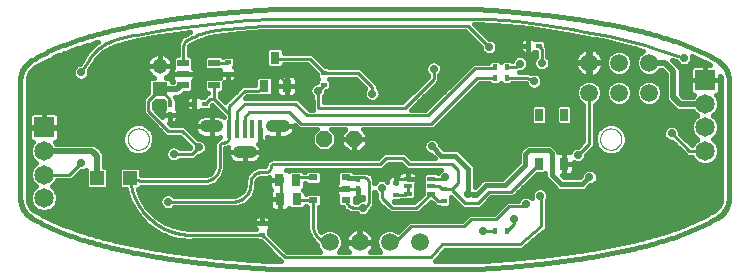
<source format=gtl>
G75*
%MOIN*%
%OFA0B0*%
%FSLAX25Y25*%
%IPPOS*%
%LPD*%
%AMOC8*
5,1,8,0,0,1.08239X$1,22.5*
%
%ADD10C,0.00000*%
%ADD11C,0.01575*%
%ADD12R,0.03937X0.02165*%
%ADD13R,0.05150X0.05150*%
%ADD14C,0.05150*%
%ADD15R,0.01969X0.01575*%
%ADD16R,0.01575X0.01969*%
%ADD17C,0.05937*%
%ADD18R,0.04724X0.04724*%
%ADD19R,0.03150X0.03937*%
%ADD20R,0.03150X0.01969*%
%ADD21R,0.02559X0.04134*%
%ADD22OC8,0.05200*%
%ADD23R,0.01378X0.05906*%
%ADD24C,0.03969*%
%ADD25R,0.02756X0.01378*%
%ADD26R,0.06500X0.06500*%
%ADD27C,0.06500*%
%ADD28C,0.01600*%
%ADD29C,0.00984*%
%ADD30C,0.02775*%
%ADD31C,0.01181*%
%ADD32C,0.01969*%
D10*
X0076997Y0064792D02*
X0076999Y0064910D01*
X0077005Y0065029D01*
X0077015Y0065147D01*
X0077029Y0065264D01*
X0077046Y0065381D01*
X0077068Y0065498D01*
X0077094Y0065613D01*
X0077123Y0065728D01*
X0077156Y0065842D01*
X0077193Y0065954D01*
X0077234Y0066065D01*
X0077278Y0066175D01*
X0077326Y0066283D01*
X0077378Y0066390D01*
X0077433Y0066495D01*
X0077492Y0066598D01*
X0077554Y0066698D01*
X0077619Y0066797D01*
X0077688Y0066894D01*
X0077759Y0066988D01*
X0077834Y0067079D01*
X0077912Y0067169D01*
X0077993Y0067255D01*
X0078077Y0067339D01*
X0078163Y0067420D01*
X0078253Y0067498D01*
X0078344Y0067573D01*
X0078438Y0067644D01*
X0078535Y0067713D01*
X0078634Y0067778D01*
X0078734Y0067840D01*
X0078837Y0067899D01*
X0078942Y0067954D01*
X0079049Y0068006D01*
X0079157Y0068054D01*
X0079267Y0068098D01*
X0079378Y0068139D01*
X0079490Y0068176D01*
X0079604Y0068209D01*
X0079719Y0068238D01*
X0079834Y0068264D01*
X0079951Y0068286D01*
X0080068Y0068303D01*
X0080185Y0068317D01*
X0080303Y0068327D01*
X0080422Y0068333D01*
X0080540Y0068335D01*
X0080658Y0068333D01*
X0080777Y0068327D01*
X0080895Y0068317D01*
X0081012Y0068303D01*
X0081129Y0068286D01*
X0081246Y0068264D01*
X0081361Y0068238D01*
X0081476Y0068209D01*
X0081590Y0068176D01*
X0081702Y0068139D01*
X0081813Y0068098D01*
X0081923Y0068054D01*
X0082031Y0068006D01*
X0082138Y0067954D01*
X0082243Y0067899D01*
X0082346Y0067840D01*
X0082446Y0067778D01*
X0082545Y0067713D01*
X0082642Y0067644D01*
X0082736Y0067573D01*
X0082827Y0067498D01*
X0082917Y0067420D01*
X0083003Y0067339D01*
X0083087Y0067255D01*
X0083168Y0067169D01*
X0083246Y0067079D01*
X0083321Y0066988D01*
X0083392Y0066894D01*
X0083461Y0066797D01*
X0083526Y0066698D01*
X0083588Y0066598D01*
X0083647Y0066495D01*
X0083702Y0066390D01*
X0083754Y0066283D01*
X0083802Y0066175D01*
X0083846Y0066065D01*
X0083887Y0065954D01*
X0083924Y0065842D01*
X0083957Y0065728D01*
X0083986Y0065613D01*
X0084012Y0065498D01*
X0084034Y0065381D01*
X0084051Y0065264D01*
X0084065Y0065147D01*
X0084075Y0065029D01*
X0084081Y0064910D01*
X0084083Y0064792D01*
X0084081Y0064674D01*
X0084075Y0064555D01*
X0084065Y0064437D01*
X0084051Y0064320D01*
X0084034Y0064203D01*
X0084012Y0064086D01*
X0083986Y0063971D01*
X0083957Y0063856D01*
X0083924Y0063742D01*
X0083887Y0063630D01*
X0083846Y0063519D01*
X0083802Y0063409D01*
X0083754Y0063301D01*
X0083702Y0063194D01*
X0083647Y0063089D01*
X0083588Y0062986D01*
X0083526Y0062886D01*
X0083461Y0062787D01*
X0083392Y0062690D01*
X0083321Y0062596D01*
X0083246Y0062505D01*
X0083168Y0062415D01*
X0083087Y0062329D01*
X0083003Y0062245D01*
X0082917Y0062164D01*
X0082827Y0062086D01*
X0082736Y0062011D01*
X0082642Y0061940D01*
X0082545Y0061871D01*
X0082446Y0061806D01*
X0082346Y0061744D01*
X0082243Y0061685D01*
X0082138Y0061630D01*
X0082031Y0061578D01*
X0081923Y0061530D01*
X0081813Y0061486D01*
X0081702Y0061445D01*
X0081590Y0061408D01*
X0081476Y0061375D01*
X0081361Y0061346D01*
X0081246Y0061320D01*
X0081129Y0061298D01*
X0081012Y0061281D01*
X0080895Y0061267D01*
X0080777Y0061257D01*
X0080658Y0061251D01*
X0080540Y0061249D01*
X0080422Y0061251D01*
X0080303Y0061257D01*
X0080185Y0061267D01*
X0080068Y0061281D01*
X0079951Y0061298D01*
X0079834Y0061320D01*
X0079719Y0061346D01*
X0079604Y0061375D01*
X0079490Y0061408D01*
X0079378Y0061445D01*
X0079267Y0061486D01*
X0079157Y0061530D01*
X0079049Y0061578D01*
X0078942Y0061630D01*
X0078837Y0061685D01*
X0078734Y0061744D01*
X0078634Y0061806D01*
X0078535Y0061871D01*
X0078438Y0061940D01*
X0078344Y0062011D01*
X0078253Y0062086D01*
X0078163Y0062164D01*
X0078077Y0062245D01*
X0077993Y0062329D01*
X0077912Y0062415D01*
X0077834Y0062505D01*
X0077759Y0062596D01*
X0077688Y0062690D01*
X0077619Y0062787D01*
X0077554Y0062886D01*
X0077492Y0062986D01*
X0077433Y0063089D01*
X0077378Y0063194D01*
X0077326Y0063301D01*
X0077278Y0063409D01*
X0077234Y0063519D01*
X0077193Y0063630D01*
X0077156Y0063742D01*
X0077123Y0063856D01*
X0077094Y0063971D01*
X0077068Y0064086D01*
X0077046Y0064203D01*
X0077029Y0064320D01*
X0077015Y0064437D01*
X0077005Y0064555D01*
X0076999Y0064674D01*
X0076997Y0064792D01*
X0234477Y0064792D02*
X0234479Y0064910D01*
X0234485Y0065029D01*
X0234495Y0065147D01*
X0234509Y0065264D01*
X0234526Y0065381D01*
X0234548Y0065498D01*
X0234574Y0065613D01*
X0234603Y0065728D01*
X0234636Y0065842D01*
X0234673Y0065954D01*
X0234714Y0066065D01*
X0234758Y0066175D01*
X0234806Y0066283D01*
X0234858Y0066390D01*
X0234913Y0066495D01*
X0234972Y0066598D01*
X0235034Y0066698D01*
X0235099Y0066797D01*
X0235168Y0066894D01*
X0235239Y0066988D01*
X0235314Y0067079D01*
X0235392Y0067169D01*
X0235473Y0067255D01*
X0235557Y0067339D01*
X0235643Y0067420D01*
X0235733Y0067498D01*
X0235824Y0067573D01*
X0235918Y0067644D01*
X0236015Y0067713D01*
X0236114Y0067778D01*
X0236214Y0067840D01*
X0236317Y0067899D01*
X0236422Y0067954D01*
X0236529Y0068006D01*
X0236637Y0068054D01*
X0236747Y0068098D01*
X0236858Y0068139D01*
X0236970Y0068176D01*
X0237084Y0068209D01*
X0237199Y0068238D01*
X0237314Y0068264D01*
X0237431Y0068286D01*
X0237548Y0068303D01*
X0237665Y0068317D01*
X0237783Y0068327D01*
X0237902Y0068333D01*
X0238020Y0068335D01*
X0238138Y0068333D01*
X0238257Y0068327D01*
X0238375Y0068317D01*
X0238492Y0068303D01*
X0238609Y0068286D01*
X0238726Y0068264D01*
X0238841Y0068238D01*
X0238956Y0068209D01*
X0239070Y0068176D01*
X0239182Y0068139D01*
X0239293Y0068098D01*
X0239403Y0068054D01*
X0239511Y0068006D01*
X0239618Y0067954D01*
X0239723Y0067899D01*
X0239826Y0067840D01*
X0239926Y0067778D01*
X0240025Y0067713D01*
X0240122Y0067644D01*
X0240216Y0067573D01*
X0240307Y0067498D01*
X0240397Y0067420D01*
X0240483Y0067339D01*
X0240567Y0067255D01*
X0240648Y0067169D01*
X0240726Y0067079D01*
X0240801Y0066988D01*
X0240872Y0066894D01*
X0240941Y0066797D01*
X0241006Y0066698D01*
X0241068Y0066598D01*
X0241127Y0066495D01*
X0241182Y0066390D01*
X0241234Y0066283D01*
X0241282Y0066175D01*
X0241326Y0066065D01*
X0241367Y0065954D01*
X0241404Y0065842D01*
X0241437Y0065728D01*
X0241466Y0065613D01*
X0241492Y0065498D01*
X0241514Y0065381D01*
X0241531Y0065264D01*
X0241545Y0065147D01*
X0241555Y0065029D01*
X0241561Y0064910D01*
X0241563Y0064792D01*
X0241561Y0064674D01*
X0241555Y0064555D01*
X0241545Y0064437D01*
X0241531Y0064320D01*
X0241514Y0064203D01*
X0241492Y0064086D01*
X0241466Y0063971D01*
X0241437Y0063856D01*
X0241404Y0063742D01*
X0241367Y0063630D01*
X0241326Y0063519D01*
X0241282Y0063409D01*
X0241234Y0063301D01*
X0241182Y0063194D01*
X0241127Y0063089D01*
X0241068Y0062986D01*
X0241006Y0062886D01*
X0240941Y0062787D01*
X0240872Y0062690D01*
X0240801Y0062596D01*
X0240726Y0062505D01*
X0240648Y0062415D01*
X0240567Y0062329D01*
X0240483Y0062245D01*
X0240397Y0062164D01*
X0240307Y0062086D01*
X0240216Y0062011D01*
X0240122Y0061940D01*
X0240025Y0061871D01*
X0239926Y0061806D01*
X0239826Y0061744D01*
X0239723Y0061685D01*
X0239618Y0061630D01*
X0239511Y0061578D01*
X0239403Y0061530D01*
X0239293Y0061486D01*
X0239182Y0061445D01*
X0239070Y0061408D01*
X0238956Y0061375D01*
X0238841Y0061346D01*
X0238726Y0061320D01*
X0238609Y0061298D01*
X0238492Y0061281D01*
X0238375Y0061267D01*
X0238257Y0061257D01*
X0238138Y0061251D01*
X0238020Y0061249D01*
X0237902Y0061251D01*
X0237783Y0061257D01*
X0237665Y0061267D01*
X0237548Y0061281D01*
X0237431Y0061298D01*
X0237314Y0061320D01*
X0237199Y0061346D01*
X0237084Y0061375D01*
X0236970Y0061408D01*
X0236858Y0061445D01*
X0236747Y0061486D01*
X0236637Y0061530D01*
X0236529Y0061578D01*
X0236422Y0061630D01*
X0236317Y0061685D01*
X0236214Y0061744D01*
X0236114Y0061806D01*
X0236015Y0061871D01*
X0235918Y0061940D01*
X0235824Y0062011D01*
X0235733Y0062086D01*
X0235643Y0062164D01*
X0235557Y0062245D01*
X0235473Y0062329D01*
X0235392Y0062415D01*
X0235314Y0062505D01*
X0235239Y0062596D01*
X0235168Y0062690D01*
X0235099Y0062787D01*
X0235034Y0062886D01*
X0234972Y0062986D01*
X0234913Y0063089D01*
X0234858Y0063194D01*
X0234806Y0063301D01*
X0234758Y0063409D01*
X0234714Y0063519D01*
X0234673Y0063630D01*
X0234636Y0063742D01*
X0234603Y0063856D01*
X0234574Y0063971D01*
X0234548Y0064086D01*
X0234526Y0064203D01*
X0234509Y0064320D01*
X0234495Y0064437D01*
X0234485Y0064555D01*
X0234479Y0064674D01*
X0234477Y0064792D01*
D11*
X0062538Y0031061D02*
X0061736Y0031312D01*
X0060935Y0031569D01*
X0060137Y0031832D01*
X0059340Y0032101D01*
X0058545Y0032375D01*
X0057752Y0032656D01*
X0056961Y0032944D01*
X0056172Y0033239D01*
X0055385Y0033541D01*
X0054601Y0033850D01*
X0053819Y0034167D01*
X0053040Y0034493D01*
X0052263Y0034827D01*
X0051489Y0035170D01*
X0050718Y0035522D01*
X0049949Y0035884D01*
X0049184Y0036257D01*
X0048423Y0036640D01*
X0047668Y0037034D01*
X0046918Y0037439D01*
X0046176Y0037856D01*
X0045441Y0038285D01*
X0044928Y0038595D01*
X0044906Y0038608D01*
X0044884Y0038622D01*
X0044862Y0038635D01*
X0044841Y0038649D01*
X0044819Y0038662D01*
X0044798Y0038676D01*
X0044776Y0038690D01*
X0044754Y0038704D01*
X0044733Y0038718D01*
X0044711Y0038732D01*
X0044690Y0038746D01*
X0044668Y0038761D01*
X0044647Y0038775D01*
X0044626Y0038790D01*
X0044604Y0038804D01*
X0044583Y0038819D01*
X0044562Y0038833D01*
X0044540Y0038848D01*
X0044519Y0038863D01*
X0044498Y0038878D01*
X0044477Y0038893D01*
X0044456Y0038908D01*
X0044435Y0038923D01*
X0044414Y0038938D01*
X0044393Y0038954D01*
X0044372Y0038969D01*
X0044351Y0038985D01*
X0044330Y0039000D01*
X0044309Y0039016D01*
X0044288Y0039032D01*
X0044267Y0039047D01*
X0044247Y0039063D01*
X0044226Y0039079D01*
X0044205Y0039095D01*
X0044185Y0039111D01*
X0044164Y0039128D01*
X0044143Y0039144D01*
X0044123Y0039160D01*
X0044102Y0039177D01*
X0044082Y0039193D01*
X0044062Y0039210D01*
X0044041Y0039227D01*
X0044021Y0039243D01*
X0044001Y0039260D01*
X0043980Y0039277D01*
X0043960Y0039294D01*
X0043940Y0039311D01*
X0043920Y0039328D01*
X0043900Y0039346D01*
X0043880Y0039363D01*
X0043860Y0039380D01*
X0043840Y0039398D01*
X0043820Y0039415D01*
X0043800Y0039433D01*
X0043781Y0039451D01*
X0043761Y0039468D01*
X0043741Y0039486D01*
X0043722Y0039504D01*
X0043702Y0039522D01*
X0043683Y0039540D01*
X0043663Y0039558D01*
X0043644Y0039577D01*
X0043624Y0039595D01*
X0043605Y0039613D01*
X0043586Y0039632D01*
X0043567Y0039650D01*
X0043548Y0039669D01*
X0043529Y0039688D01*
X0043509Y0039706D01*
X0043491Y0039725D01*
X0043472Y0039744D01*
X0043453Y0039763D01*
X0043434Y0039782D01*
X0043415Y0039801D01*
X0043396Y0039820D01*
X0043378Y0039840D01*
X0043359Y0039859D01*
X0043341Y0039878D01*
X0043322Y0039898D01*
X0043304Y0039917D01*
X0043285Y0039937D01*
X0043267Y0039957D01*
X0043249Y0039976D01*
X0043231Y0039996D01*
X0043213Y0040016D01*
X0043195Y0040036D01*
X0043177Y0040056D01*
X0043159Y0040076D01*
X0043141Y0040096D01*
X0043123Y0040117D01*
X0043105Y0040137D01*
X0043088Y0040157D01*
X0043070Y0040178D01*
X0043052Y0040198D01*
X0043035Y0040219D01*
X0043018Y0040239D01*
X0043000Y0040260D01*
X0042983Y0040281D01*
X0042966Y0040302D01*
X0042949Y0040323D01*
X0042931Y0040344D01*
X0042914Y0040365D01*
X0042898Y0040386D01*
X0042881Y0040407D01*
X0042864Y0040428D01*
X0042847Y0040449D01*
X0042830Y0040471D01*
X0042814Y0040492D01*
X0042797Y0040514D01*
X0042781Y0040535D01*
X0042764Y0040557D01*
X0042748Y0040578D01*
X0042732Y0040600D01*
X0042716Y0040622D01*
X0042699Y0040644D01*
X0042683Y0040666D01*
X0042667Y0040688D01*
X0042652Y0040710D01*
X0042636Y0040732D01*
X0042620Y0040754D01*
X0042604Y0040776D01*
X0042589Y0040798D01*
X0042573Y0040821D01*
X0042558Y0040843D01*
X0042542Y0040865D01*
X0042527Y0040888D01*
X0042512Y0040911D01*
X0042497Y0040933D01*
X0042482Y0040956D01*
X0042467Y0040979D01*
X0042452Y0041001D01*
X0042437Y0041024D01*
X0042422Y0041047D01*
X0042407Y0041070D01*
X0042393Y0041093D01*
X0042378Y0041116D01*
X0042364Y0041139D01*
X0042349Y0041162D01*
X0042335Y0041185D01*
X0042321Y0041208D01*
X0042307Y0041232D01*
X0042293Y0041255D01*
X0042279Y0041279D01*
X0042265Y0041302D01*
X0042251Y0041325D01*
X0042237Y0041349D01*
X0042224Y0041373D01*
X0042210Y0041396D01*
X0042196Y0041420D01*
X0042183Y0041444D01*
X0042170Y0041467D01*
X0042156Y0041491D01*
X0042143Y0041515D01*
X0042130Y0041539D01*
X0042117Y0041563D01*
X0042104Y0041587D01*
X0042091Y0041611D01*
X0042079Y0041635D01*
X0042066Y0041659D01*
X0042053Y0041683D01*
X0042041Y0041707D01*
X0042029Y0041732D01*
X0042016Y0041756D01*
X0042004Y0041780D01*
X0041992Y0041805D01*
X0041980Y0041829D01*
X0041968Y0041854D01*
X0041956Y0041878D01*
X0041944Y0041903D01*
X0041932Y0041927D01*
X0041921Y0041952D01*
X0041909Y0041976D01*
X0041898Y0042001D01*
X0041886Y0042026D01*
X0041875Y0042051D01*
X0041864Y0042075D01*
X0041853Y0042100D01*
X0041842Y0042125D01*
X0041831Y0042150D01*
X0041820Y0042175D01*
X0041809Y0042200D01*
X0041798Y0042225D01*
X0041788Y0042250D01*
X0041777Y0042275D01*
X0041767Y0042300D01*
X0041757Y0042325D01*
X0041746Y0042350D01*
X0041736Y0042375D01*
X0041726Y0042401D01*
X0041716Y0042426D01*
X0041706Y0042451D01*
X0041696Y0042476D01*
X0041687Y0042502D01*
X0041677Y0042527D01*
X0041668Y0042552D01*
X0041658Y0042578D01*
X0041649Y0042603D01*
X0041640Y0042629D01*
X0041630Y0042654D01*
X0041621Y0042680D01*
X0041612Y0042705D01*
X0041604Y0042731D01*
X0041595Y0042756D01*
X0041586Y0042782D01*
X0041577Y0042807D01*
X0041569Y0042833D01*
X0041560Y0042859D01*
X0041552Y0042884D01*
X0041544Y0042910D01*
X0041536Y0042936D01*
X0041528Y0042961D01*
X0041520Y0042987D01*
X0041512Y0043013D01*
X0041504Y0043039D01*
X0041496Y0043065D01*
X0041489Y0043090D01*
X0041481Y0043116D01*
X0041474Y0043142D01*
X0041466Y0043168D01*
X0041459Y0043194D01*
X0041452Y0043220D01*
X0041445Y0043245D01*
X0041438Y0043271D01*
X0041431Y0043297D01*
X0041424Y0043323D01*
X0041417Y0043349D01*
X0041411Y0043375D01*
X0041404Y0043401D01*
X0041398Y0043427D01*
X0041391Y0043453D01*
X0041385Y0043479D01*
X0041379Y0043505D01*
X0041373Y0043531D01*
X0041367Y0043557D01*
X0041361Y0043583D01*
X0041355Y0043609D01*
X0041350Y0043635D01*
X0041344Y0043661D01*
X0041338Y0043687D01*
X0041333Y0043714D01*
X0041328Y0043740D01*
X0041322Y0043766D01*
X0041317Y0043792D01*
X0041312Y0043818D01*
X0041307Y0043844D01*
X0041302Y0043870D01*
X0041298Y0043896D01*
X0041293Y0043922D01*
X0041288Y0043948D01*
X0041284Y0043974D01*
X0041279Y0044000D01*
X0041275Y0044027D01*
X0041271Y0044053D01*
X0041266Y0044079D01*
X0041262Y0044105D01*
X0041258Y0044131D01*
X0041255Y0044157D01*
X0041251Y0044183D01*
X0041247Y0044209D01*
X0041243Y0044235D01*
X0041240Y0044261D01*
X0041236Y0044287D01*
X0041233Y0044313D01*
X0041230Y0044339D01*
X0041227Y0044365D01*
X0041223Y0044391D01*
X0041220Y0044418D01*
X0041218Y0044444D01*
X0041215Y0044469D01*
X0041212Y0044495D01*
X0041209Y0044521D01*
X0041207Y0044547D01*
X0041204Y0044573D01*
X0041202Y0044599D01*
X0041200Y0044625D01*
X0041197Y0044651D01*
X0041195Y0044677D01*
X0041193Y0044703D01*
X0041191Y0044729D01*
X0041189Y0044755D01*
X0041188Y0044781D01*
X0041186Y0044807D01*
X0041184Y0044832D01*
X0041183Y0044858D01*
X0041181Y0044884D01*
X0041180Y0044910D01*
X0041179Y0044936D01*
X0041178Y0044962D01*
X0041177Y0044987D01*
X0041176Y0045013D01*
X0041175Y0045039D01*
X0041174Y0045065D01*
X0041173Y0045090D01*
X0041172Y0045116D01*
X0041172Y0045142D01*
X0041171Y0045167D01*
X0041171Y0045193D01*
X0041171Y0045218D01*
X0041170Y0045244D01*
X0041170Y0045269D01*
X0041170Y0045295D01*
X0041170Y0084290D01*
X0041170Y0084315D01*
X0041170Y0084341D01*
X0041170Y0084366D01*
X0041171Y0084392D01*
X0041171Y0084418D01*
X0041172Y0084443D01*
X0041172Y0084469D01*
X0041173Y0084494D01*
X0041174Y0084520D01*
X0041174Y0084546D01*
X0041175Y0084572D01*
X0041176Y0084597D01*
X0041177Y0084623D01*
X0041178Y0084649D01*
X0041180Y0084675D01*
X0041181Y0084701D01*
X0041182Y0084726D01*
X0041184Y0084752D01*
X0041185Y0084778D01*
X0041187Y0084804D01*
X0041189Y0084830D01*
X0041191Y0084856D01*
X0041193Y0084881D01*
X0041195Y0084907D01*
X0041197Y0084933D01*
X0041199Y0084959D01*
X0041201Y0084985D01*
X0041204Y0085011D01*
X0041206Y0085037D01*
X0041209Y0085063D01*
X0041211Y0085089D01*
X0041214Y0085115D01*
X0041217Y0085141D01*
X0041220Y0085167D01*
X0041223Y0085193D01*
X0041226Y0085219D01*
X0041229Y0085245D01*
X0041232Y0085271D01*
X0041235Y0085297D01*
X0041239Y0085323D01*
X0041242Y0085350D01*
X0041246Y0085376D01*
X0041250Y0085402D01*
X0041253Y0085428D01*
X0041257Y0085454D01*
X0041261Y0085480D01*
X0041265Y0085506D01*
X0041269Y0085532D01*
X0041274Y0085558D01*
X0041278Y0085584D01*
X0041282Y0085610D01*
X0041287Y0085636D01*
X0041291Y0085663D01*
X0041296Y0085689D01*
X0041301Y0085715D01*
X0041306Y0085741D01*
X0041311Y0085767D01*
X0041316Y0085793D01*
X0041321Y0085819D01*
X0041326Y0085845D01*
X0041331Y0085871D01*
X0041337Y0085897D01*
X0041342Y0085923D01*
X0041348Y0085949D01*
X0041353Y0085975D01*
X0041359Y0086001D01*
X0041365Y0086027D01*
X0041371Y0086054D01*
X0041377Y0086080D01*
X0041383Y0086106D01*
X0041389Y0086131D01*
X0041396Y0086157D01*
X0041402Y0086183D01*
X0041409Y0086209D01*
X0041415Y0086235D01*
X0041422Y0086261D01*
X0041429Y0086287D01*
X0041436Y0086313D01*
X0041443Y0086339D01*
X0041450Y0086365D01*
X0041457Y0086391D01*
X0041464Y0086417D01*
X0041471Y0086443D01*
X0041479Y0086469D01*
X0041486Y0086494D01*
X0041494Y0086520D01*
X0041501Y0086546D01*
X0041509Y0086572D01*
X0041517Y0086598D01*
X0041525Y0086623D01*
X0041533Y0086649D01*
X0041541Y0086675D01*
X0041549Y0086700D01*
X0041558Y0086726D01*
X0041566Y0086752D01*
X0041575Y0086777D01*
X0041583Y0086803D01*
X0041592Y0086829D01*
X0041601Y0086854D01*
X0041610Y0086880D01*
X0041619Y0086905D01*
X0041628Y0086931D01*
X0041637Y0086956D01*
X0041646Y0086982D01*
X0041655Y0087007D01*
X0041665Y0087032D01*
X0041674Y0087058D01*
X0041684Y0087083D01*
X0041693Y0087108D01*
X0041703Y0087134D01*
X0041713Y0087159D01*
X0041723Y0087184D01*
X0041733Y0087209D01*
X0041743Y0087235D01*
X0041753Y0087260D01*
X0041764Y0087285D01*
X0041774Y0087310D01*
X0041784Y0087335D01*
X0041795Y0087360D01*
X0041806Y0087385D01*
X0041816Y0087410D01*
X0041827Y0087435D01*
X0041838Y0087460D01*
X0041849Y0087485D01*
X0041860Y0087510D01*
X0041871Y0087534D01*
X0041883Y0087559D01*
X0041894Y0087584D01*
X0041906Y0087609D01*
X0041917Y0087633D01*
X0041929Y0087658D01*
X0041940Y0087682D01*
X0041952Y0087707D01*
X0041964Y0087731D01*
X0041976Y0087756D01*
X0041988Y0087781D01*
X0042000Y0087805D01*
X0042012Y0087829D01*
X0042025Y0087854D01*
X0042037Y0087878D01*
X0042050Y0087902D01*
X0042062Y0087926D01*
X0042075Y0087950D01*
X0042087Y0087974D01*
X0042100Y0087998D01*
X0042113Y0088022D01*
X0042126Y0088046D01*
X0042139Y0088070D01*
X0042152Y0088094D01*
X0042166Y0088118D01*
X0042179Y0088142D01*
X0042192Y0088166D01*
X0042206Y0088189D01*
X0042219Y0088213D01*
X0042233Y0088236D01*
X0042247Y0088260D01*
X0042260Y0088283D01*
X0042274Y0088307D01*
X0042288Y0088330D01*
X0042302Y0088354D01*
X0042316Y0088377D01*
X0042331Y0088400D01*
X0042345Y0088423D01*
X0042359Y0088447D01*
X0042374Y0088470D01*
X0042388Y0088493D01*
X0042403Y0088516D01*
X0042417Y0088539D01*
X0042432Y0088562D01*
X0042447Y0088584D01*
X0042462Y0088607D01*
X0042477Y0088630D01*
X0042492Y0088653D01*
X0042507Y0088675D01*
X0042522Y0088698D01*
X0042538Y0088720D01*
X0042553Y0088743D01*
X0042568Y0088765D01*
X0042584Y0088787D01*
X0042599Y0088810D01*
X0042615Y0088832D01*
X0042631Y0088854D01*
X0042647Y0088876D01*
X0042662Y0088898D01*
X0042678Y0088920D01*
X0042694Y0088942D01*
X0042711Y0088964D01*
X0042727Y0088986D01*
X0042743Y0089008D01*
X0042759Y0089029D01*
X0042776Y0089051D01*
X0042792Y0089072D01*
X0042809Y0089094D01*
X0042825Y0089115D01*
X0042842Y0089137D01*
X0042859Y0089158D01*
X0042875Y0089179D01*
X0042892Y0089201D01*
X0042909Y0089222D01*
X0042926Y0089243D01*
X0042943Y0089264D01*
X0042960Y0089285D01*
X0042978Y0089306D01*
X0042995Y0089326D01*
X0043012Y0089347D01*
X0043030Y0089368D01*
X0043047Y0089388D01*
X0043064Y0089409D01*
X0043082Y0089429D01*
X0043100Y0089450D01*
X0043117Y0089470D01*
X0043135Y0089490D01*
X0043153Y0089510D01*
X0043171Y0089531D01*
X0043189Y0089551D01*
X0043207Y0089570D01*
X0043225Y0089591D01*
X0043243Y0089610D01*
X0043261Y0089630D01*
X0043280Y0089650D01*
X0043298Y0089669D01*
X0043316Y0089689D01*
X0043335Y0089708D01*
X0043353Y0089728D01*
X0043372Y0089747D01*
X0043391Y0089767D01*
X0043409Y0089786D01*
X0043428Y0089805D01*
X0043447Y0089824D01*
X0043466Y0089843D01*
X0043485Y0089862D01*
X0043504Y0089881D01*
X0043523Y0089899D01*
X0043542Y0089918D01*
X0043561Y0089937D01*
X0043580Y0089955D01*
X0043599Y0089974D01*
X0043618Y0089992D01*
X0043638Y0090010D01*
X0043657Y0090029D01*
X0043677Y0090047D01*
X0043696Y0090065D01*
X0043716Y0090083D01*
X0043735Y0090101D01*
X0043755Y0090119D01*
X0043775Y0090137D01*
X0043814Y0090172D01*
X0043854Y0090207D01*
X0043874Y0090224D01*
X0043914Y0090259D01*
X0043954Y0090293D01*
X0043974Y0090310D01*
X0043994Y0090327D01*
X0044014Y0090344D01*
X0044035Y0090361D01*
X0044055Y0090378D01*
X0044076Y0090394D01*
X0044096Y0090411D01*
X0044116Y0090427D01*
X0044137Y0090444D01*
X0044157Y0090460D01*
X0044178Y0090476D01*
X0044199Y0090493D01*
X0044219Y0090508D01*
X0044240Y0090524D01*
X0044261Y0090540D01*
X0044282Y0090556D01*
X0044323Y0090588D01*
X0044344Y0090603D01*
X0044365Y0090619D01*
X0044407Y0090650D01*
X0044428Y0090665D01*
X0044449Y0090680D01*
X0044470Y0090695D01*
X0044491Y0090710D01*
X0044513Y0090725D01*
X0044534Y0090740D01*
X0044555Y0090755D01*
X0044576Y0090769D01*
X0044598Y0090784D01*
X0044619Y0090799D01*
X0044640Y0090813D01*
X0044662Y0090828D01*
X0044683Y0090842D01*
X0044705Y0090856D01*
X0044726Y0090870D01*
X0044748Y0090884D01*
X0044769Y0090898D01*
X0044791Y0090912D01*
X0044812Y0090926D01*
X0044834Y0090940D01*
X0044856Y0090953D01*
X0044877Y0090967D01*
X0044899Y0090981D01*
X0044921Y0090994D01*
X0045239Y0091187D01*
X0045979Y0091624D01*
X0046726Y0092047D01*
X0047479Y0092459D01*
X0048239Y0092858D01*
X0049004Y0093246D01*
X0049774Y0093624D01*
X0050549Y0093992D01*
X0051329Y0094350D01*
X0052113Y0094699D01*
X0052902Y0095040D01*
X0053694Y0095373D01*
X0054490Y0095697D01*
X0055289Y0096013D01*
X0056091Y0096322D01*
X0056895Y0096623D01*
X0057702Y0096917D01*
X0058510Y0097204D01*
X0059320Y0097484D01*
X0060132Y0097757D01*
X0060945Y0098025D01*
X0061760Y0098287D01*
X0062578Y0098542D01*
X0063396Y0098792D01*
X0064217Y0099037D01*
X0065038Y0099276D01*
X0065862Y0099510D01*
X0066686Y0099740D01*
X0067513Y0099964D01*
X0068341Y0100184D01*
X0069170Y0100400D01*
X0070000Y0100611D01*
X0070832Y0100818D01*
X0071665Y0101020D01*
X0072500Y0101219D01*
X0073335Y0101413D01*
X0074171Y0101604D01*
X0075008Y0101790D01*
X0075846Y0101973D01*
X0076685Y0102152D01*
X0077524Y0102327D01*
X0078364Y0102499D01*
X0079204Y0102668D01*
X0080045Y0102832D01*
X0080886Y0102994D01*
X0081728Y0103153D01*
X0082570Y0103308D01*
X0083412Y0103460D01*
X0084254Y0103610D01*
X0085096Y0103756D01*
X0085939Y0103899D01*
X0086782Y0104040D01*
X0087625Y0104178D01*
X0088469Y0104313D01*
X0089313Y0104445D01*
X0090156Y0104574D01*
X0091001Y0104701D01*
X0091845Y0104826D01*
X0092690Y0104947D01*
X0093534Y0105067D01*
X0094379Y0105184D01*
X0095224Y0105298D01*
X0096070Y0105411D01*
X0096915Y0105521D01*
X0097761Y0105629D01*
X0098607Y0105734D01*
X0099453Y0105838D01*
X0100299Y0105940D01*
X0101146Y0106039D01*
X0101992Y0106137D01*
X0102839Y0106232D01*
X0103686Y0106326D01*
X0104533Y0106417D01*
X0105380Y0106507D01*
X0106228Y0106595D01*
X0107075Y0106680D01*
X0107923Y0106764D01*
X0108771Y0106846D01*
X0109619Y0106927D01*
X0110467Y0107005D01*
X0111316Y0107082D01*
X0112164Y0107156D01*
X0113013Y0107230D01*
X0113861Y0107301D01*
X0114710Y0107371D01*
X0115559Y0107439D01*
X0116409Y0107505D01*
X0117258Y0107570D01*
X0118107Y0107633D01*
X0118957Y0107695D01*
X0119807Y0107755D01*
X0120657Y0107813D01*
X0121507Y0107870D01*
X0122357Y0107925D01*
X0123207Y0107979D01*
X0124057Y0108032D01*
X0124908Y0108083D01*
X0124974Y0108087D01*
X0125027Y0108090D01*
X0125054Y0108091D01*
X0125107Y0108093D01*
X0125134Y0108094D01*
X0125187Y0108096D01*
X0125214Y0108097D01*
X0125267Y0108098D01*
X0125294Y0108098D01*
X0125320Y0108099D01*
X0125347Y0108099D01*
X0125374Y0108099D01*
X0125400Y0108099D01*
X0193173Y0108099D01*
X0193200Y0108099D01*
X0193227Y0108099D01*
X0193280Y0108098D01*
X0193307Y0108097D01*
X0193333Y0108097D01*
X0193360Y0108096D01*
X0193413Y0108095D01*
X0193440Y0108094D01*
X0193467Y0108093D01*
X0193493Y0108092D01*
X0193520Y0108090D01*
X0193546Y0108089D01*
X0193573Y0108087D01*
X0193600Y0108086D01*
X0194103Y0108056D01*
X0194943Y0108005D01*
X0195782Y0107952D01*
X0196621Y0107897D01*
X0197461Y0107842D01*
X0198300Y0107785D01*
X0199139Y0107726D01*
X0199978Y0107666D01*
X0200817Y0107605D01*
X0201656Y0107541D01*
X0202495Y0107477D01*
X0203333Y0107410D01*
X0204172Y0107342D01*
X0205010Y0107273D01*
X0205848Y0107201D01*
X0206686Y0107129D01*
X0207524Y0107054D01*
X0208362Y0106977D01*
X0209200Y0106899D01*
X0210037Y0106819D01*
X0210875Y0106738D01*
X0211712Y0106654D01*
X0212549Y0106569D01*
X0213386Y0106481D01*
X0214223Y0106393D01*
X0215059Y0106301D01*
X0215896Y0106208D01*
X0216732Y0106114D01*
X0217569Y0106017D01*
X0218405Y0105918D01*
X0219241Y0105817D01*
X0220076Y0105714D01*
X0220912Y0105609D01*
X0221747Y0105502D01*
X0222583Y0105393D01*
X0223418Y0105281D01*
X0224253Y0105168D01*
X0225088Y0105052D01*
X0225923Y0104933D01*
X0226757Y0104813D01*
X0227592Y0104689D01*
X0228426Y0104564D01*
X0229260Y0104435D01*
X0230094Y0104305D01*
X0230927Y0104171D01*
X0231761Y0104035D01*
X0232594Y0103896D01*
X0233426Y0103755D01*
X0234259Y0103610D01*
X0235091Y0103462D01*
X0235923Y0103312D01*
X0236754Y0103159D01*
X0237585Y0103002D01*
X0238416Y0102843D01*
X0239245Y0102680D01*
X0240074Y0102515D01*
X0240900Y0102346D01*
X0241727Y0102173D01*
X0242552Y0101998D01*
X0243377Y0101819D01*
X0244200Y0101636D01*
X0245022Y0101450D01*
X0245843Y0101259D01*
X0246662Y0101065D01*
X0247481Y0100868D01*
X0248298Y0100665D01*
X0249115Y0100459D01*
X0249930Y0100249D01*
X0250743Y0100034D01*
X0251556Y0099815D01*
X0252365Y0099591D01*
X0253174Y0099363D01*
X0253983Y0099130D01*
X0254788Y0098892D01*
X0255593Y0098649D01*
X0256396Y0098401D01*
X0257198Y0098146D01*
X0257997Y0097887D01*
X0258796Y0097621D01*
X0259591Y0097350D01*
X0260385Y0097072D01*
X0261178Y0096788D01*
X0261967Y0096497D01*
X0262755Y0096199D01*
X0263540Y0095893D01*
X0264324Y0095580D01*
X0265105Y0095259D01*
X0265883Y0094930D01*
X0266658Y0094591D01*
X0267430Y0094244D01*
X0268200Y0093887D01*
X0268967Y0093520D01*
X0269731Y0093143D01*
X0270489Y0092754D01*
X0271243Y0092355D01*
X0271989Y0091944D01*
X0272727Y0091522D01*
X0273459Y0091087D01*
X0273644Y0090974D01*
X0273688Y0090947D01*
X0273709Y0090934D01*
X0273774Y0090893D01*
X0273839Y0090851D01*
X0273859Y0090836D01*
X0273881Y0090822D01*
X0273924Y0090794D01*
X0273989Y0090750D01*
X0274009Y0090735D01*
X0274030Y0090720D01*
X0274074Y0090690D01*
X0274095Y0090675D01*
X0274115Y0090660D01*
X0274137Y0090645D01*
X0274158Y0090630D01*
X0274178Y0090614D01*
X0274221Y0090583D01*
X0274241Y0090568D01*
X0274263Y0090552D01*
X0274282Y0090536D01*
X0274304Y0090520D01*
X0274324Y0090504D01*
X0274345Y0090488D01*
X0274365Y0090472D01*
X0274387Y0090456D01*
X0274406Y0090440D01*
X0274428Y0090424D01*
X0274448Y0090407D01*
X0274469Y0090391D01*
X0274489Y0090374D01*
X0274509Y0090357D01*
X0274530Y0090341D01*
X0274550Y0090324D01*
X0274589Y0090290D01*
X0274611Y0090273D01*
X0274650Y0090239D01*
X0274690Y0090204D01*
X0274711Y0090187D01*
X0274731Y0090169D01*
X0274751Y0090152D01*
X0274770Y0090134D01*
X0274790Y0090116D01*
X0274810Y0090098D01*
X0274849Y0090063D01*
X0274889Y0090026D01*
X0274906Y0090008D01*
X0274946Y0089972D01*
X0274965Y0089953D01*
X0274985Y0089935D01*
X0275003Y0089916D01*
X0275022Y0089898D01*
X0275042Y0089879D01*
X0275060Y0089860D01*
X0275099Y0089822D01*
X0275117Y0089803D01*
X0275137Y0089784D01*
X0275154Y0089765D01*
X0275174Y0089746D01*
X0275192Y0089727D01*
X0275211Y0089707D01*
X0275247Y0089668D01*
X0275267Y0089649D01*
X0275284Y0089629D01*
X0275302Y0089609D01*
X0275322Y0089590D01*
X0275357Y0089550D01*
X0275410Y0089490D01*
X0275463Y0089429D01*
X0275517Y0089367D01*
X0275570Y0089305D01*
X0275585Y0089284D01*
X0275621Y0089243D01*
X0275639Y0089222D01*
X0275654Y0089201D01*
X0275672Y0089180D01*
X0275688Y0089158D01*
X0275706Y0089137D01*
X0275721Y0089116D01*
X0275739Y0089094D01*
X0275755Y0089073D01*
X0275772Y0089051D01*
X0275788Y0089030D01*
X0275804Y0089008D01*
X0275822Y0088986D01*
X0275837Y0088965D01*
X0275869Y0088921D01*
X0275885Y0088899D01*
X0275900Y0088877D01*
X0275916Y0088855D01*
X0275932Y0088833D01*
X0275948Y0088811D01*
X0275979Y0088766D01*
X0276042Y0088677D01*
X0276056Y0088654D01*
X0276087Y0088609D01*
X0276101Y0088586D01*
X0276117Y0088563D01*
X0276131Y0088540D01*
X0276146Y0088517D01*
X0276160Y0088494D01*
X0276176Y0088471D01*
X0276190Y0088448D01*
X0276204Y0088425D01*
X0276219Y0088402D01*
X0276247Y0088356D01*
X0276274Y0088309D01*
X0276288Y0088286D01*
X0276302Y0088262D01*
X0276316Y0088239D01*
X0276371Y0088144D01*
X0276398Y0088096D01*
X0276410Y0088073D01*
X0276424Y0088049D01*
X0276438Y0088025D01*
X0276450Y0088001D01*
X0276463Y0087977D01*
X0276475Y0087953D01*
X0276489Y0087929D01*
X0276513Y0087880D01*
X0276526Y0087856D01*
X0276538Y0087832D01*
X0276550Y0087807D01*
X0276562Y0087783D01*
X0276576Y0087759D01*
X0276587Y0087734D01*
X0276599Y0087710D01*
X0276611Y0087685D01*
X0276646Y0087612D01*
X0276656Y0087587D01*
X0276668Y0087562D01*
X0276680Y0087538D01*
X0276692Y0087513D01*
X0276702Y0087488D01*
X0276713Y0087463D01*
X0276725Y0087438D01*
X0276735Y0087413D01*
X0276747Y0087388D01*
X0276757Y0087363D01*
X0276769Y0087338D01*
X0276788Y0087288D01*
X0276798Y0087263D01*
X0276810Y0087238D01*
X0276839Y0087163D01*
X0276849Y0087137D01*
X0276869Y0087087D01*
X0276898Y0087011D01*
X0276906Y0086985D01*
X0276926Y0086934D01*
X0276934Y0086909D01*
X0276944Y0086883D01*
X0276954Y0086858D01*
X0276961Y0086832D01*
X0276971Y0086807D01*
X0276987Y0086756D01*
X0276997Y0086730D01*
X0277005Y0086704D01*
X0277013Y0086679D01*
X0277020Y0086653D01*
X0277028Y0086627D01*
X0277091Y0086421D01*
X0277097Y0086395D01*
X0277105Y0086369D01*
X0277113Y0086343D01*
X0277119Y0086317D01*
X0277127Y0086291D01*
X0277133Y0086265D01*
X0277141Y0086239D01*
X0277146Y0086214D01*
X0277152Y0086188D01*
X0277160Y0086162D01*
X0277178Y0086084D01*
X0277184Y0086057D01*
X0277202Y0085980D01*
X0277207Y0085953D01*
X0277219Y0085901D01*
X0277225Y0085875D01*
X0277231Y0085849D01*
X0277235Y0085823D01*
X0277247Y0085771D01*
X0277251Y0085745D01*
X0277257Y0085719D01*
X0277261Y0085693D01*
X0277265Y0085667D01*
X0277270Y0085641D01*
X0277274Y0085615D01*
X0277278Y0085588D01*
X0277284Y0085562D01*
X0277288Y0085536D01*
X0277292Y0085510D01*
X0277296Y0085484D01*
X0277300Y0085458D01*
X0277304Y0085432D01*
X0277308Y0085406D01*
X0277316Y0085354D01*
X0277320Y0085328D01*
X0277322Y0085302D01*
X0277326Y0085275D01*
X0277330Y0085249D01*
X0277331Y0085223D01*
X0277335Y0085197D01*
X0277339Y0085171D01*
X0277341Y0085145D01*
X0277345Y0085119D01*
X0277349Y0085067D01*
X0277353Y0085041D01*
X0277359Y0084963D01*
X0277363Y0084937D01*
X0277365Y0084911D01*
X0277367Y0084886D01*
X0277369Y0084860D01*
X0277371Y0084834D01*
X0277373Y0084808D01*
X0277373Y0084782D01*
X0277375Y0084756D01*
X0277381Y0084679D01*
X0277381Y0084653D01*
X0277383Y0084627D01*
X0277383Y0084601D01*
X0277385Y0084576D01*
X0277385Y0084550D01*
X0277387Y0084524D01*
X0277387Y0084498D01*
X0277389Y0084473D01*
X0277389Y0084396D01*
X0277391Y0084370D01*
X0277391Y0045188D01*
X0277389Y0045162D01*
X0277389Y0045111D01*
X0277387Y0045085D01*
X0277387Y0045034D01*
X0277385Y0045008D01*
X0277385Y0044982D01*
X0277381Y0044931D01*
X0277381Y0044905D01*
X0277377Y0044854D01*
X0277377Y0044828D01*
X0277375Y0044802D01*
X0277373Y0044776D01*
X0277371Y0044750D01*
X0277369Y0044724D01*
X0277367Y0044698D01*
X0277365Y0044672D01*
X0277359Y0044594D01*
X0277355Y0044569D01*
X0277351Y0044517D01*
X0277347Y0044491D01*
X0277343Y0044439D01*
X0277339Y0044413D01*
X0277337Y0044387D01*
X0277333Y0044360D01*
X0277330Y0044334D01*
X0277328Y0044308D01*
X0277324Y0044282D01*
X0277316Y0044230D01*
X0277314Y0044204D01*
X0277310Y0044178D01*
X0277306Y0044152D01*
X0277302Y0044126D01*
X0277298Y0044100D01*
X0277294Y0044074D01*
X0277290Y0044048D01*
X0277284Y0044022D01*
X0277280Y0043995D01*
X0277276Y0043969D01*
X0277272Y0043943D01*
X0277267Y0043917D01*
X0277263Y0043891D01*
X0277257Y0043865D01*
X0277253Y0043839D01*
X0277247Y0043813D01*
X0277243Y0043787D01*
X0277237Y0043761D01*
X0277231Y0043735D01*
X0277227Y0043709D01*
X0277221Y0043682D01*
X0277209Y0043631D01*
X0277204Y0043604D01*
X0277180Y0043500D01*
X0277174Y0043474D01*
X0277162Y0043422D01*
X0277154Y0043396D01*
X0277148Y0043370D01*
X0277143Y0043344D01*
X0277135Y0043319D01*
X0277129Y0043293D01*
X0277121Y0043267D01*
X0277115Y0043241D01*
X0277107Y0043215D01*
X0277101Y0043189D01*
X0277093Y0043163D01*
X0277078Y0043111D01*
X0277072Y0043085D01*
X0277048Y0043008D01*
X0277040Y0042982D01*
X0277024Y0042931D01*
X0277015Y0042905D01*
X0277007Y0042880D01*
X0276999Y0042854D01*
X0276991Y0042828D01*
X0276981Y0042803D01*
X0276973Y0042777D01*
X0276963Y0042751D01*
X0276956Y0042726D01*
X0276946Y0042700D01*
X0276938Y0042675D01*
X0276928Y0042649D01*
X0276920Y0042624D01*
X0276891Y0042548D01*
X0276883Y0042522D01*
X0276873Y0042497D01*
X0276863Y0042472D01*
X0276853Y0042446D01*
X0276833Y0042396D01*
X0276822Y0042371D01*
X0276802Y0042320D01*
X0276792Y0042295D01*
X0276782Y0042270D01*
X0276770Y0042245D01*
X0276761Y0042220D01*
X0276749Y0042195D01*
X0276739Y0042170D01*
X0276727Y0042145D01*
X0276717Y0042120D01*
X0276706Y0042095D01*
X0276696Y0042071D01*
X0276684Y0042046D01*
X0276672Y0042021D01*
X0276660Y0041996D01*
X0276648Y0041972D01*
X0276639Y0041947D01*
X0276603Y0041873D01*
X0276580Y0041825D01*
X0276566Y0041800D01*
X0276542Y0041751D01*
X0276530Y0041727D01*
X0276517Y0041703D01*
X0276493Y0041655D01*
X0276479Y0041631D01*
X0276467Y0041606D01*
X0276454Y0041582D01*
X0276442Y0041558D01*
X0276428Y0041534D01*
X0276414Y0041511D01*
X0276402Y0041487D01*
X0276389Y0041463D01*
X0276375Y0041439D01*
X0276361Y0041415D01*
X0276347Y0041392D01*
X0276335Y0041368D01*
X0276322Y0041344D01*
X0276308Y0041321D01*
X0276294Y0041297D01*
X0276280Y0041274D01*
X0276265Y0041251D01*
X0276251Y0041227D01*
X0276223Y0041181D01*
X0276209Y0041158D01*
X0276194Y0041135D01*
X0276180Y0041112D01*
X0276166Y0041089D01*
X0276150Y0041066D01*
X0276137Y0041043D01*
X0276121Y0041020D01*
X0276107Y0040997D01*
X0276091Y0040974D01*
X0276076Y0040952D01*
X0276062Y0040929D01*
X0276046Y0040906D01*
X0276030Y0040884D01*
X0276015Y0040861D01*
X0276001Y0040839D01*
X0275985Y0040816D01*
X0275969Y0040794D01*
X0275954Y0040772D01*
X0275938Y0040750D01*
X0275922Y0040728D01*
X0275891Y0040684D01*
X0275875Y0040662D01*
X0275859Y0040640D01*
X0275841Y0040618D01*
X0275826Y0040596D01*
X0275810Y0040574D01*
X0275794Y0040553D01*
X0275776Y0040531D01*
X0275761Y0040510D01*
X0275743Y0040488D01*
X0275727Y0040467D01*
X0275711Y0040445D01*
X0275694Y0040424D01*
X0275676Y0040403D01*
X0275660Y0040382D01*
X0275643Y0040361D01*
X0275627Y0040340D01*
X0275609Y0040319D01*
X0275591Y0040298D01*
X0275574Y0040277D01*
X0275558Y0040256D01*
X0275540Y0040235D01*
X0275522Y0040215D01*
X0275505Y0040194D01*
X0275487Y0040174D01*
X0275469Y0040153D01*
X0275452Y0040133D01*
X0275434Y0040113D01*
X0275398Y0040072D01*
X0275381Y0040052D01*
X0275363Y0040032D01*
X0275345Y0040012D01*
X0275326Y0039992D01*
X0275308Y0039973D01*
X0275290Y0039953D01*
X0275272Y0039933D01*
X0275253Y0039914D01*
X0275235Y0039894D01*
X0275217Y0039875D01*
X0275198Y0039855D01*
X0275180Y0039836D01*
X0275160Y0039817D01*
X0275143Y0039797D01*
X0275123Y0039778D01*
X0275105Y0039759D01*
X0275085Y0039740D01*
X0275066Y0039722D01*
X0275048Y0039703D01*
X0275009Y0039665D01*
X0274991Y0039647D01*
X0274971Y0039628D01*
X0274952Y0039610D01*
X0274932Y0039591D01*
X0274914Y0039573D01*
X0274894Y0039555D01*
X0274875Y0039537D01*
X0274855Y0039519D01*
X0274835Y0039501D01*
X0274816Y0039483D01*
X0274796Y0039465D01*
X0274776Y0039447D01*
X0274757Y0039430D01*
X0274737Y0039412D01*
X0274698Y0039377D01*
X0274678Y0039360D01*
X0274656Y0039342D01*
X0274637Y0039325D01*
X0274617Y0039308D01*
X0274597Y0039291D01*
X0274576Y0039274D01*
X0274556Y0039257D01*
X0274536Y0039240D01*
X0274517Y0039223D01*
X0274495Y0039207D01*
X0274475Y0039190D01*
X0274454Y0039174D01*
X0274434Y0039157D01*
X0274414Y0039141D01*
X0274393Y0039125D01*
X0274373Y0039108D01*
X0274351Y0039092D01*
X0274331Y0039076D01*
X0274310Y0039060D01*
X0274290Y0039044D01*
X0274269Y0039029D01*
X0274249Y0039013D01*
X0274227Y0038997D01*
X0274206Y0038982D01*
X0274186Y0038966D01*
X0274164Y0038951D01*
X0274143Y0038936D01*
X0274123Y0038920D01*
X0274101Y0038905D01*
X0274080Y0038890D01*
X0274058Y0038875D01*
X0274038Y0038860D01*
X0274017Y0038845D01*
X0273995Y0038831D01*
X0273973Y0038816D01*
X0273952Y0038801D01*
X0273932Y0038787D01*
X0273910Y0038772D01*
X0273889Y0038758D01*
X0273867Y0038744D01*
X0273845Y0038730D01*
X0273824Y0038716D01*
X0273802Y0038702D01*
X0273780Y0038688D01*
X0273759Y0038674D01*
X0273737Y0038660D01*
X0273715Y0038646D01*
X0273694Y0038633D01*
X0273672Y0038619D01*
X0273650Y0038606D01*
X0273629Y0038592D01*
X0272928Y0038172D01*
X0272186Y0037742D01*
X0271434Y0037325D01*
X0270678Y0036920D01*
X0269916Y0036526D01*
X0269148Y0036144D01*
X0268375Y0035771D01*
X0267597Y0035409D01*
X0266814Y0035055D01*
X0266028Y0034710D01*
X0265237Y0034374D01*
X0264444Y0034046D01*
X0263646Y0033725D01*
X0262845Y0033413D01*
X0262042Y0033109D01*
X0261237Y0032811D01*
X0260428Y0032521D01*
X0259619Y0032238D01*
X0258810Y0031961D01*
X0257997Y0031690D01*
X0257182Y0031426D01*
X0256365Y0031167D01*
X0255548Y0030915D01*
X0254727Y0030668D01*
X0253906Y0030426D01*
X0253083Y0030189D01*
X0252261Y0029957D01*
X0251434Y0029731D01*
X0250607Y0029508D01*
X0249778Y0029291D01*
X0248948Y0029077D01*
X0248117Y0028868D01*
X0247284Y0028664D01*
X0246452Y0028463D01*
X0245617Y0028267D01*
X0244780Y0028074D01*
X0243944Y0027886D01*
X0243107Y0027701D01*
X0242269Y0027521D01*
X0241428Y0027343D01*
X0240589Y0027170D01*
X0239749Y0027000D01*
X0238908Y0026833D01*
X0238068Y0026670D01*
X0237226Y0026510D01*
X0236384Y0026353D01*
X0235542Y0026199D01*
X0234700Y0026048D01*
X0233858Y0025900D01*
X0233015Y0025756D01*
X0232172Y0025614D01*
X0231329Y0025475D01*
X0230486Y0025338D01*
X0229642Y0025205D01*
X0228798Y0025074D01*
X0227954Y0024946D01*
X0227110Y0024820D01*
X0226265Y0024697D01*
X0225420Y0024576D01*
X0224576Y0024458D01*
X0223731Y0024342D01*
X0222885Y0024229D01*
X0222040Y0024118D01*
X0221194Y0024009D01*
X0220348Y0023902D01*
X0219502Y0023797D01*
X0218656Y0023694D01*
X0217810Y0023594D01*
X0216963Y0023495D01*
X0216116Y0023399D01*
X0215269Y0023304D01*
X0214422Y0023212D01*
X0213575Y0023121D01*
X0212728Y0023032D01*
X0211880Y0022946D01*
X0211033Y0022861D01*
X0210185Y0022778D01*
X0209337Y0022697D01*
X0208489Y0022617D01*
X0207640Y0022540D01*
X0206792Y0022464D01*
X0205943Y0022390D01*
X0205094Y0022318D01*
X0204245Y0022247D01*
X0203396Y0022178D01*
X0202547Y0022111D01*
X0201698Y0022045D01*
X0200849Y0021981D01*
X0199999Y0021919D01*
X0199149Y0021858D01*
X0198299Y0021799D01*
X0197449Y0021741D01*
X0196599Y0021685D01*
X0195749Y0021630D01*
X0194899Y0021577D01*
X0194048Y0021525D01*
X0193597Y0021498D01*
X0193570Y0021497D01*
X0193544Y0021495D01*
X0193517Y0021494D01*
X0193491Y0021493D01*
X0193464Y0021492D01*
X0193437Y0021491D01*
X0193411Y0021490D01*
X0193384Y0021489D01*
X0193357Y0021488D01*
X0193331Y0021487D01*
X0193304Y0021487D01*
X0193278Y0021486D01*
X0193251Y0021486D01*
X0193224Y0021485D01*
X0193197Y0021485D01*
X0193171Y0021485D01*
X0193144Y0021485D01*
X0125402Y0021485D01*
X0125376Y0021485D01*
X0125349Y0021485D01*
X0125322Y0021486D01*
X0125295Y0021486D01*
X0125269Y0021486D01*
X0125242Y0021487D01*
X0125216Y0021488D01*
X0125189Y0021488D01*
X0125162Y0021489D01*
X0125136Y0021490D01*
X0125109Y0021491D01*
X0125082Y0021492D01*
X0125056Y0021493D01*
X0125029Y0021495D01*
X0125003Y0021496D01*
X0124976Y0021498D01*
X0124850Y0021505D01*
X0124010Y0021556D01*
X0123171Y0021608D01*
X0122331Y0021661D01*
X0121492Y0021716D01*
X0120652Y0021772D01*
X0119813Y0021830D01*
X0118974Y0021889D01*
X0118135Y0021950D01*
X0117296Y0022013D01*
X0116457Y0022077D01*
X0115619Y0022142D01*
X0114780Y0022209D01*
X0113942Y0022278D01*
X0113104Y0022348D01*
X0112266Y0022420D01*
X0111428Y0022494D01*
X0110590Y0022570D01*
X0109752Y0022647D01*
X0108914Y0022726D01*
X0108077Y0022807D01*
X0107240Y0022889D01*
X0106402Y0022974D01*
X0105565Y0023060D01*
X0104728Y0023148D01*
X0103892Y0023238D01*
X0103055Y0023330D01*
X0102219Y0023424D01*
X0101382Y0023520D01*
X0100546Y0023618D01*
X0099710Y0023717D01*
X0098874Y0023819D01*
X0098039Y0023923D01*
X0097203Y0024029D01*
X0096368Y0024138D01*
X0095532Y0024248D01*
X0094697Y0024360D01*
X0093862Y0024475D01*
X0093027Y0024592D01*
X0092193Y0024712D01*
X0091358Y0024834D01*
X0090524Y0024958D01*
X0089690Y0025085D01*
X0088856Y0025215D01*
X0088022Y0025347D01*
X0087189Y0025481D01*
X0086356Y0025619D01*
X0085523Y0025759D01*
X0084690Y0025902D01*
X0083858Y0026048D01*
X0083026Y0026197D01*
X0082194Y0026349D01*
X0081363Y0026504D01*
X0080532Y0026662D01*
X0079702Y0026823D01*
X0078873Y0026987D01*
X0078045Y0027155D01*
X0077219Y0027325D01*
X0076393Y0027499D01*
X0075568Y0027677D01*
X0074744Y0027858D01*
X0073921Y0028042D01*
X0073100Y0028230D01*
X0072280Y0028423D01*
X0071460Y0028619D01*
X0070643Y0028819D01*
X0069826Y0029023D01*
X0069010Y0029231D01*
X0068196Y0029444D01*
X0067384Y0029661D01*
X0066572Y0029882D01*
X0065762Y0030108D01*
X0064954Y0030339D01*
X0064147Y0030574D01*
X0063342Y0030815D01*
X0062538Y0031061D01*
X0178375Y0062430D02*
X0181524Y0059280D01*
X0186249Y0059280D01*
X0190580Y0054950D01*
X0190580Y0046485D01*
X0193447Y0046485D01*
X0196400Y0049438D01*
X0202784Y0049438D01*
X0209477Y0056131D01*
X0209477Y0059674D01*
X0210855Y0061052D01*
X0217351Y0061052D01*
X0218335Y0060068D01*
X0218335Y0052981D01*
X0221485Y0049831D01*
X0228572Y0049831D01*
X0230934Y0052194D01*
X0193251Y0046288D02*
X0190580Y0046485D01*
D12*
X0105737Y0082706D03*
X0095501Y0082706D03*
X0095501Y0086446D03*
X0095501Y0090186D03*
X0105737Y0090186D03*
D13*
X0087627Y0081328D03*
D14*
X0087627Y0089202D03*
D15*
X0110461Y0090383D03*
X0110461Y0086446D03*
X0102784Y0076603D03*
X0099241Y0076603D03*
X0142351Y0082902D03*
X0142351Y0086839D03*
X0210461Y0095894D03*
X0214005Y0095894D03*
X0166367Y0050225D03*
X0166367Y0046288D03*
X0182509Y0048060D03*
X0182509Y0044123D03*
X0121879Y0036839D03*
X0121879Y0032902D03*
D16*
X0153769Y0048060D03*
X0153769Y0051603D03*
X0199438Y0034083D03*
X0203375Y0034083D03*
X0091170Y0072863D03*
X0091170Y0076406D03*
X0199438Y0085265D03*
X0203375Y0085265D03*
X0203375Y0088808D03*
X0199438Y0088808D03*
D17*
X0230776Y0090265D03*
X0240776Y0090265D03*
X0250776Y0090265D03*
X0250776Y0080265D03*
X0240776Y0080265D03*
X0230776Y0080265D03*
X0174280Y0030422D03*
X0164280Y0030422D03*
X0154280Y0030422D03*
X0144280Y0030422D03*
D18*
X0077784Y0051800D03*
X0066761Y0051800D03*
D19*
X0127587Y0051013D03*
X0133099Y0051013D03*
X0133296Y0044713D03*
X0127784Y0044713D03*
X0129950Y0082509D03*
X0122469Y0082509D03*
X0126209Y0091957D03*
D20*
X0138808Y0051997D03*
X0149831Y0051997D03*
X0149831Y0048257D03*
X0149831Y0044517D03*
X0138808Y0044517D03*
D21*
X0214103Y0056623D03*
X0222568Y0056623D03*
X0222568Y0072961D03*
X0214103Y0072961D03*
D22*
X0152469Y0064792D03*
X0142469Y0064792D03*
D23*
X0121091Y0068040D03*
X0118532Y0068040D03*
X0115973Y0068040D03*
X0113414Y0068040D03*
X0110855Y0068040D03*
D24*
X0106934Y0069024D02*
X0102965Y0069024D01*
X0113989Y0060560D02*
X0117957Y0060560D01*
X0125013Y0069024D02*
X0128981Y0069024D01*
D25*
X0170304Y0051603D03*
X0170304Y0049044D03*
X0170304Y0046485D03*
X0178178Y0046485D03*
X0178178Y0049044D03*
X0178178Y0051603D03*
D26*
X0269517Y0084477D03*
X0049044Y0068729D03*
D27*
X0049044Y0060855D03*
X0049044Y0052981D03*
X0049044Y0045107D03*
X0269517Y0060855D03*
X0269517Y0068729D03*
X0269517Y0076603D03*
D28*
X0265471Y0078987D02*
X0262040Y0078987D01*
X0261271Y0079756D01*
X0261271Y0088418D01*
X0259874Y0089814D01*
X0258445Y0091243D01*
X0259901Y0090778D01*
X0260067Y0090379D01*
X0260851Y0089594D01*
X0261875Y0089170D01*
X0262984Y0089170D01*
X0264009Y0089594D01*
X0264793Y0090379D01*
X0265217Y0091403D01*
X0265217Y0092397D01*
X0265610Y0092226D01*
X0266354Y0091891D01*
X0267097Y0091546D01*
X0267837Y0091193D01*
X0268567Y0090832D01*
X0269293Y0090459D01*
X0270013Y0090078D01*
X0270722Y0089688D01*
X0271003Y0089527D01*
X0269592Y0089527D01*
X0269592Y0084552D01*
X0274567Y0084552D01*
X0274567Y0085795D01*
X0274587Y0085727D01*
X0274589Y0085726D01*
X0274618Y0085631D01*
X0274642Y0085524D01*
X0274641Y0085521D01*
X0274710Y0085217D01*
X0274714Y0085189D01*
X0274714Y0085189D01*
X0274719Y0085154D01*
X0274727Y0085099D01*
X0274724Y0085085D01*
X0274763Y0084827D01*
X0274771Y0084716D01*
X0274769Y0084710D01*
X0274785Y0084501D01*
X0274785Y0084267D01*
X0274793Y0084248D01*
X0274793Y0084138D01*
X0274795Y0084133D01*
X0274795Y0084087D01*
X0274797Y0084082D01*
X0274797Y0084035D01*
X0274799Y0084030D01*
X0274799Y0083984D01*
X0274801Y0083979D01*
X0274801Y0083881D01*
X0274803Y0083876D01*
X0274803Y0045682D01*
X0274801Y0045677D01*
X0274801Y0045605D01*
X0274799Y0045600D01*
X0274799Y0045528D01*
X0274797Y0045523D01*
X0274797Y0045455D01*
X0274793Y0045446D01*
X0274793Y0045378D01*
X0274789Y0045368D01*
X0274789Y0045108D01*
X0274777Y0044942D01*
X0274774Y0044938D01*
X0274755Y0044677D01*
X0274720Y0044447D01*
X0274721Y0044441D01*
X0274711Y0044375D01*
X0274647Y0044093D01*
X0274647Y0044093D01*
X0274603Y0043900D01*
X0274577Y0043811D01*
X0274572Y0043806D01*
X0274501Y0043578D01*
X0274425Y0043379D01*
X0274354Y0043202D01*
X0274264Y0043009D01*
X0274263Y0043009D01*
X0274156Y0042794D01*
X0274060Y0042624D01*
X0274059Y0042622D01*
X0273976Y0042485D01*
X0273834Y0042277D01*
X0273831Y0042262D01*
X0273822Y0042249D01*
X0273670Y0042048D01*
X0273509Y0041850D01*
X0273507Y0041844D01*
X0273506Y0041843D01*
X0273485Y0041817D01*
X0273433Y0041762D01*
X0273239Y0041562D01*
X0273125Y0041447D01*
X0273124Y0041446D01*
X0273094Y0041415D01*
X0273073Y0041396D01*
X0273063Y0041386D01*
X0273009Y0041339D01*
X0272992Y0041325D01*
X0272724Y0041110D01*
X0272461Y0040917D01*
X0272414Y0040885D01*
X0272398Y0040875D01*
X0272384Y0040866D01*
X0272365Y0040854D01*
X0272350Y0040844D01*
X0272337Y0040836D01*
X0272319Y0040825D01*
X0272303Y0040815D01*
X0272288Y0040805D01*
X0272283Y0040802D01*
X0271614Y0040401D01*
X0270910Y0039993D01*
X0270195Y0039597D01*
X0269473Y0039210D01*
X0268745Y0038834D01*
X0268010Y0038467D01*
X0267267Y0038110D01*
X0266517Y0037760D01*
X0265761Y0037419D01*
X0265002Y0037085D01*
X0264237Y0036760D01*
X0263467Y0036441D01*
X0262695Y0036131D01*
X0261916Y0035828D01*
X0261135Y0035532D01*
X0260352Y0035242D01*
X0259563Y0034960D01*
X0258772Y0034683D01*
X0257983Y0034412D01*
X0257190Y0034149D01*
X0256391Y0033889D01*
X0255593Y0033637D01*
X0254793Y0033389D01*
X0253989Y0033147D01*
X0253183Y0032910D01*
X0252375Y0032678D01*
X0251568Y0032450D01*
X0250754Y0032227D01*
X0249943Y0032009D01*
X0249128Y0031795D01*
X0248311Y0031585D01*
X0247491Y0031379D01*
X0246673Y0031178D01*
X0245853Y0030980D01*
X0245031Y0030787D01*
X0244205Y0030597D01*
X0243380Y0030411D01*
X0242557Y0030230D01*
X0241728Y0030051D01*
X0240900Y0029876D01*
X0240070Y0029705D01*
X0239242Y0029537D01*
X0238410Y0029372D01*
X0237578Y0029210D01*
X0236749Y0029053D01*
X0235914Y0028897D01*
X0235083Y0028745D01*
X0234248Y0028596D01*
X0233416Y0028450D01*
X0232582Y0028306D01*
X0231746Y0028166D01*
X0230911Y0028028D01*
X0230077Y0027893D01*
X0229239Y0027761D01*
X0228407Y0027632D01*
X0227570Y0027504D01*
X0226731Y0027380D01*
X0225898Y0027258D01*
X0225058Y0027138D01*
X0224222Y0027021D01*
X0223385Y0026906D01*
X0222544Y0026794D01*
X0221705Y0026683D01*
X0220869Y0026576D01*
X0220029Y0026469D01*
X0219186Y0026365D01*
X0218344Y0026263D01*
X0217509Y0026164D01*
X0216667Y0026066D01*
X0215824Y0025969D01*
X0214986Y0025876D01*
X0214142Y0025784D01*
X0213301Y0025694D01*
X0212463Y0025606D01*
X0211619Y0025520D01*
X0210780Y0025436D01*
X0209938Y0025353D01*
X0209093Y0025272D01*
X0208249Y0025194D01*
X0207407Y0025117D01*
X0206565Y0025041D01*
X0205722Y0024968D01*
X0204879Y0024896D01*
X0204031Y0024826D01*
X0203190Y0024757D01*
X0202346Y0024690D01*
X0201504Y0024625D01*
X0200656Y0024562D01*
X0199812Y0024500D01*
X0198966Y0024439D01*
X0198122Y0024380D01*
X0197273Y0024322D01*
X0196433Y0024267D01*
X0195587Y0024212D01*
X0194741Y0024159D01*
X0193888Y0024107D01*
X0193447Y0024081D01*
X0193432Y0024080D01*
X0193414Y0024079D01*
X0193393Y0024078D01*
X0193378Y0024078D01*
X0193358Y0024077D01*
X0193342Y0024076D01*
X0193324Y0024076D01*
X0193303Y0024075D01*
X0193286Y0024074D01*
X0193268Y0024074D01*
X0193253Y0024074D01*
X0193235Y0024073D01*
X0193213Y0024073D01*
X0193200Y0024073D01*
X0193177Y0024073D01*
X0193162Y0024072D01*
X0193143Y0024072D01*
X0179518Y0024072D01*
X0179583Y0024151D01*
X0180070Y0024638D01*
X0180070Y0024747D01*
X0182618Y0027861D01*
X0207620Y0027861D01*
X0208315Y0027797D01*
X0208391Y0027861D01*
X0208489Y0027861D01*
X0208983Y0028354D01*
X0215477Y0033766D01*
X0215576Y0033766D01*
X0216069Y0034260D01*
X0216606Y0034706D01*
X0216614Y0034805D01*
X0216684Y0034875D01*
X0216684Y0035572D01*
X0216747Y0036267D01*
X0216684Y0036343D01*
X0216684Y0044238D01*
X0216761Y0044316D01*
X0217186Y0045340D01*
X0217186Y0046449D01*
X0216761Y0047473D01*
X0215977Y0048258D01*
X0214953Y0048682D01*
X0213844Y0048682D01*
X0212819Y0048258D01*
X0212035Y0047473D01*
X0211611Y0046449D01*
X0211611Y0045340D01*
X0211750Y0045005D01*
X0211253Y0045502D01*
X0210228Y0045926D01*
X0209120Y0045926D01*
X0208095Y0045502D01*
X0207311Y0044718D01*
X0207115Y0044243D01*
X0203378Y0044243D01*
X0199048Y0039913D01*
X0190780Y0039913D01*
X0188418Y0037550D01*
X0170701Y0037550D01*
X0167016Y0033865D01*
X0166755Y0034125D01*
X0165149Y0034791D01*
X0163411Y0034791D01*
X0161806Y0034125D01*
X0160577Y0032897D01*
X0159912Y0031291D01*
X0159912Y0029553D01*
X0160577Y0027947D01*
X0161210Y0027314D01*
X0157916Y0027314D01*
X0157918Y0027316D01*
X0158359Y0027923D01*
X0158699Y0028592D01*
X0158931Y0029305D01*
X0159049Y0030047D01*
X0159049Y0030238D01*
X0154465Y0030238D01*
X0154465Y0030606D01*
X0159049Y0030606D01*
X0159049Y0030797D01*
X0158931Y0031539D01*
X0158699Y0032253D01*
X0158359Y0032921D01*
X0157918Y0033529D01*
X0157387Y0034059D01*
X0156780Y0034500D01*
X0156111Y0034841D01*
X0155397Y0035073D01*
X0154656Y0035191D01*
X0154465Y0035191D01*
X0154465Y0030606D01*
X0154096Y0030606D01*
X0154096Y0030238D01*
X0149512Y0030238D01*
X0149512Y0030047D01*
X0149629Y0029305D01*
X0149861Y0028592D01*
X0150202Y0027923D01*
X0150643Y0027316D01*
X0150645Y0027314D01*
X0147350Y0027314D01*
X0147984Y0027947D01*
X0148649Y0029553D01*
X0148649Y0031291D01*
X0147984Y0032897D01*
X0146755Y0034125D01*
X0145149Y0034791D01*
X0143411Y0034791D01*
X0141806Y0034125D01*
X0141445Y0033764D01*
X0141303Y0033905D01*
X0140769Y0035196D01*
X0140700Y0035894D01*
X0140700Y0042132D01*
X0140963Y0042132D01*
X0141783Y0042952D01*
X0141783Y0046081D01*
X0140963Y0046901D01*
X0136653Y0046901D01*
X0136271Y0046518D01*
X0136271Y0047262D01*
X0135571Y0047961D01*
X0136074Y0048464D01*
X0136074Y0050105D01*
X0136161Y0050105D01*
X0136653Y0049613D01*
X0140963Y0049613D01*
X0141783Y0050433D01*
X0141783Y0053561D01*
X0140963Y0054381D01*
X0136653Y0054381D01*
X0136161Y0053889D01*
X0135746Y0053889D01*
X0135254Y0054381D01*
X0130945Y0054381D01*
X0130620Y0054056D01*
X0130603Y0054086D01*
X0130267Y0054421D01*
X0129902Y0054632D01*
X0162033Y0054632D01*
X0163141Y0055741D01*
X0164001Y0056601D01*
X0167945Y0056601D01*
X0168806Y0055741D01*
X0168806Y0055741D01*
X0169914Y0054632D01*
X0181506Y0054632D01*
X0181323Y0054557D01*
X0180539Y0053773D01*
X0180424Y0053495D01*
X0180333Y0053495D01*
X0180136Y0053692D01*
X0176220Y0053692D01*
X0175400Y0052872D01*
X0175400Y0050334D01*
X0175411Y0050324D01*
X0175400Y0050313D01*
X0175400Y0047775D01*
X0175411Y0047765D01*
X0175400Y0047754D01*
X0175400Y0046500D01*
X0172519Y0043850D01*
X0165905Y0043850D01*
X0165623Y0044101D01*
X0167931Y0044101D01*
X0168226Y0044396D01*
X0172262Y0044396D01*
X0173082Y0045216D01*
X0173082Y0047754D01*
X0173071Y0047765D01*
X0173082Y0047775D01*
X0173082Y0049769D01*
X0173122Y0049809D01*
X0173359Y0050219D01*
X0173482Y0050677D01*
X0173482Y0051603D01*
X0170304Y0051603D01*
X0170304Y0051603D01*
X0173482Y0051603D01*
X0173482Y0052529D01*
X0173359Y0052987D01*
X0173122Y0053397D01*
X0172787Y0053732D01*
X0172377Y0053969D01*
X0171919Y0054092D01*
X0170304Y0054092D01*
X0170304Y0051603D01*
X0170304Y0051603D01*
X0170304Y0054092D01*
X0168689Y0054092D01*
X0168231Y0053969D01*
X0167821Y0053732D01*
X0167486Y0053397D01*
X0167249Y0052987D01*
X0167202Y0052813D01*
X0166367Y0052813D01*
X0166367Y0050225D01*
X0166367Y0050225D01*
X0166367Y0052813D01*
X0165146Y0052813D01*
X0164688Y0052690D01*
X0164277Y0052453D01*
X0163942Y0052118D01*
X0163705Y0051707D01*
X0163583Y0051250D01*
X0163583Y0050652D01*
X0163221Y0051013D01*
X0162197Y0051438D01*
X0161088Y0051438D01*
X0160064Y0051013D01*
X0159279Y0050229D01*
X0159204Y0050047D01*
X0159204Y0051495D01*
X0158328Y0053013D01*
X0158328Y0053013D01*
X0158328Y0053013D01*
X0156810Y0053889D01*
X0155234Y0053889D01*
X0155136Y0053987D01*
X0152401Y0053987D01*
X0152391Y0053977D01*
X0151986Y0054381D01*
X0147677Y0054381D01*
X0146857Y0053561D01*
X0146857Y0050433D01*
X0146880Y0050410D01*
X0146816Y0050346D01*
X0146579Y0049936D01*
X0146457Y0049478D01*
X0146457Y0048257D01*
X0149831Y0048257D01*
X0149831Y0048257D01*
X0146457Y0048257D01*
X0146457Y0047035D01*
X0146579Y0046578D01*
X0146816Y0046167D01*
X0146880Y0046104D01*
X0146857Y0046081D01*
X0146857Y0042952D01*
X0147677Y0042132D01*
X0148627Y0042132D01*
X0149132Y0041258D01*
X0151198Y0040065D01*
X0153293Y0040065D01*
X0153764Y0039594D01*
X0154789Y0039170D01*
X0155898Y0039170D01*
X0156922Y0039594D01*
X0157706Y0040379D01*
X0157953Y0040975D01*
X0158169Y0041100D01*
X0159204Y0042892D01*
X0159204Y0047254D01*
X0159279Y0047071D01*
X0159750Y0046601D01*
X0159750Y0045826D01*
X0159708Y0045778D01*
X0159750Y0045052D01*
X0159750Y0044323D01*
X0159796Y0044278D01*
X0159800Y0044214D01*
X0160344Y0043730D01*
X0160859Y0043215D01*
X0160923Y0043215D01*
X0163887Y0040580D01*
X0164402Y0040065D01*
X0164466Y0040065D01*
X0164515Y0040023D01*
X0165241Y0040065D01*
X0173217Y0040065D01*
X0173961Y0040034D01*
X0173995Y0040065D01*
X0174040Y0040065D01*
X0174567Y0040592D01*
X0178123Y0043864D01*
X0178648Y0043339D01*
X0179756Y0042231D01*
X0180649Y0042231D01*
X0180945Y0041935D01*
X0184073Y0041935D01*
X0184893Y0042756D01*
X0184893Y0045362D01*
X0188615Y0041640D01*
X0194513Y0041640D01*
X0195621Y0042749D01*
X0198253Y0045380D01*
X0205536Y0045380D01*
X0206645Y0046489D01*
X0213312Y0053156D01*
X0215963Y0053156D01*
X0216148Y0053341D01*
X0216148Y0052075D01*
X0217429Y0050794D01*
X0220579Y0047644D01*
X0229478Y0047644D01*
X0230759Y0048925D01*
X0230759Y0048925D01*
X0231240Y0049406D01*
X0231488Y0049406D01*
X0232513Y0049831D01*
X0233297Y0050615D01*
X0233721Y0051639D01*
X0233721Y0052748D01*
X0233297Y0053773D01*
X0232513Y0054557D01*
X0231488Y0054981D01*
X0230379Y0054981D01*
X0229355Y0054557D01*
X0228571Y0053773D01*
X0228146Y0052748D01*
X0228146Y0052500D01*
X0227666Y0052019D01*
X0222391Y0052019D01*
X0221654Y0052756D01*
X0222568Y0052756D01*
X0224084Y0052756D01*
X0224542Y0052879D01*
X0224952Y0053116D01*
X0225288Y0053451D01*
X0225525Y0053861D01*
X0225647Y0054319D01*
X0225647Y0056623D01*
X0225647Y0057019D01*
X0226442Y0056690D01*
X0227551Y0056690D01*
X0228576Y0057114D01*
X0229360Y0057898D01*
X0229784Y0058923D01*
X0229784Y0059589D01*
X0232668Y0062473D01*
X0232668Y0076320D01*
X0233251Y0076561D01*
X0234480Y0077790D01*
X0235145Y0079396D01*
X0235145Y0081134D01*
X0234480Y0082739D01*
X0233251Y0083968D01*
X0231645Y0084633D01*
X0229907Y0084633D01*
X0228302Y0083968D01*
X0227073Y0082739D01*
X0226408Y0081134D01*
X0226408Y0079396D01*
X0227073Y0077790D01*
X0228302Y0076561D01*
X0228884Y0076320D01*
X0228884Y0064040D01*
X0227108Y0062265D01*
X0226442Y0062265D01*
X0225418Y0061840D01*
X0224634Y0061056D01*
X0224368Y0060414D01*
X0224084Y0060490D01*
X0222568Y0060490D01*
X0222568Y0056623D01*
X0225647Y0056623D01*
X0222568Y0056623D01*
X0222568Y0056623D01*
X0222568Y0056623D01*
X0222568Y0060490D01*
X0221051Y0060490D01*
X0220593Y0060367D01*
X0220523Y0060326D01*
X0220523Y0060974D01*
X0219539Y0061958D01*
X0218257Y0063239D01*
X0209949Y0063239D01*
X0208571Y0061861D01*
X0207290Y0060580D01*
X0207290Y0057037D01*
X0201878Y0051625D01*
X0195494Y0051625D01*
X0194213Y0050344D01*
X0192767Y0048898D01*
X0192767Y0055856D01*
X0191486Y0057137D01*
X0187155Y0061468D01*
X0182430Y0061468D01*
X0181162Y0062736D01*
X0181162Y0062984D01*
X0180738Y0064009D01*
X0179954Y0064793D01*
X0178929Y0065217D01*
X0177820Y0065217D01*
X0176796Y0064793D01*
X0176012Y0064009D01*
X0175587Y0062984D01*
X0175587Y0061875D01*
X0176012Y0060851D01*
X0176796Y0060067D01*
X0177820Y0059643D01*
X0178069Y0059643D01*
X0179295Y0058417D01*
X0171481Y0058417D01*
X0170621Y0059277D01*
X0169513Y0060385D01*
X0162434Y0060385D01*
X0160465Y0058417D01*
X0124992Y0058417D01*
X0123566Y0057593D01*
X0122743Y0056167D01*
X0122743Y0055661D01*
X0120404Y0055661D01*
X0118406Y0054833D01*
X0116877Y0053304D01*
X0116050Y0051306D01*
X0116050Y0049831D01*
X0115972Y0049049D01*
X0115373Y0047602D01*
X0114266Y0046494D01*
X0112819Y0045895D01*
X0112036Y0045818D01*
X0092433Y0045818D01*
X0091962Y0046289D01*
X0090937Y0046713D01*
X0089828Y0046713D01*
X0088804Y0046289D01*
X0088020Y0045505D01*
X0087595Y0044480D01*
X0087595Y0043372D01*
X0088020Y0042347D01*
X0088804Y0041563D01*
X0089828Y0041139D01*
X0090937Y0041139D01*
X0091962Y0041563D01*
X0092433Y0042034D01*
X0113587Y0042034D01*
X0116453Y0043221D01*
X0116453Y0043221D01*
X0118647Y0045414D01*
X0118647Y0045414D01*
X0118647Y0045414D01*
X0119834Y0048280D01*
X0119834Y0050225D01*
X0119866Y0050547D01*
X0120112Y0051143D01*
X0120568Y0051598D01*
X0121163Y0051845D01*
X0121485Y0051876D01*
X0123989Y0051876D01*
X0124213Y0052006D01*
X0124213Y0051013D01*
X0127587Y0051013D01*
X0127587Y0051013D01*
X0124213Y0051013D01*
X0124213Y0048807D01*
X0124335Y0048349D01*
X0124572Y0047939D01*
X0124753Y0047759D01*
X0124532Y0047377D01*
X0124409Y0046919D01*
X0124409Y0044713D01*
X0124409Y0042508D01*
X0124532Y0042050D01*
X0124769Y0041640D01*
X0125104Y0041305D01*
X0125515Y0041068D01*
X0125972Y0040945D01*
X0127784Y0040945D01*
X0127784Y0044713D01*
X0127784Y0044713D01*
X0124409Y0044713D01*
X0127784Y0044713D01*
X0127784Y0044713D01*
X0127784Y0040945D01*
X0129596Y0040945D01*
X0130054Y0041068D01*
X0130464Y0041305D01*
X0130799Y0041640D01*
X0130817Y0041670D01*
X0131141Y0041345D01*
X0135451Y0041345D01*
X0136271Y0042165D01*
X0136271Y0042515D01*
X0136653Y0042132D01*
X0136916Y0042132D01*
X0136916Y0035111D01*
X0136916Y0034430D01*
X0136916Y0034430D01*
X0138037Y0031723D01*
X0138037Y0031723D01*
X0139912Y0029848D01*
X0139912Y0029553D01*
X0140577Y0027947D01*
X0141210Y0027314D01*
X0130143Y0027314D01*
X0124263Y0033194D01*
X0124263Y0034270D01*
X0123938Y0034594D01*
X0123968Y0034612D01*
X0124303Y0034947D01*
X0124540Y0035357D01*
X0124663Y0035815D01*
X0124663Y0036839D01*
X0121879Y0036839D01*
X0121879Y0036839D01*
X0124663Y0036839D01*
X0124663Y0037864D01*
X0124540Y0038322D01*
X0124303Y0038732D01*
X0123968Y0039067D01*
X0123558Y0039304D01*
X0123100Y0039427D01*
X0121879Y0039427D01*
X0121879Y0036839D01*
X0119094Y0036839D01*
X0119094Y0035815D01*
X0119217Y0035357D01*
X0119454Y0034947D01*
X0119606Y0034794D01*
X0100301Y0034794D01*
X0100242Y0034846D01*
X0099528Y0034794D01*
X0098812Y0034794D01*
X0098797Y0034779D01*
X0097384Y0034758D01*
X0093287Y0035389D01*
X0089433Y0036917D01*
X0086015Y0039264D01*
X0083205Y0042313D01*
X0081144Y0045910D01*
X0080496Y0048038D01*
X0080726Y0048038D01*
X0081458Y0048769D01*
X0081555Y0048741D01*
X0081815Y0048884D01*
X0103793Y0048884D01*
X0106456Y0049987D01*
X0108494Y0052026D01*
X0109598Y0054689D01*
X0109598Y0061719D01*
X0109921Y0061719D01*
X0110515Y0062062D01*
X0110350Y0061664D01*
X0110205Y0060933D01*
X0110205Y0060560D01*
X0115973Y0060560D01*
X0115973Y0060560D01*
X0110205Y0060560D01*
X0110205Y0060187D01*
X0110350Y0059456D01*
X0110635Y0058767D01*
X0111050Y0058148D01*
X0111577Y0057620D01*
X0112196Y0057206D01*
X0112885Y0056921D01*
X0113616Y0056776D01*
X0115973Y0056776D01*
X0115973Y0060560D01*
X0115973Y0060560D01*
X0121742Y0060560D01*
X0121742Y0060933D01*
X0121596Y0061664D01*
X0121311Y0062352D01*
X0120897Y0062972D01*
X0120582Y0063287D01*
X0121091Y0063287D01*
X0121091Y0068040D01*
X0121091Y0068040D01*
X0121091Y0063287D01*
X0122017Y0063287D01*
X0122475Y0063410D01*
X0122886Y0063647D01*
X0123221Y0063982D01*
X0123458Y0064393D01*
X0123580Y0064850D01*
X0123580Y0065522D01*
X0123909Y0065386D01*
X0124640Y0065240D01*
X0126997Y0065240D01*
X0129354Y0065240D01*
X0130085Y0065386D01*
X0130774Y0065671D01*
X0131393Y0066085D01*
X0131921Y0066612D01*
X0132335Y0067232D01*
X0132620Y0067921D01*
X0132765Y0068652D01*
X0132765Y0069024D01*
X0126997Y0069024D01*
X0126997Y0065240D01*
X0126997Y0069024D01*
X0126997Y0069024D01*
X0126997Y0069024D01*
X0132765Y0069024D01*
X0132765Y0069340D01*
X0134087Y0068018D01*
X0140038Y0068018D01*
X0138469Y0066449D01*
X0138469Y0063135D01*
X0140812Y0060792D01*
X0144126Y0060792D01*
X0146469Y0063135D01*
X0146469Y0066449D01*
X0144900Y0068018D01*
X0149473Y0068018D01*
X0148069Y0066615D01*
X0148069Y0064792D01*
X0148069Y0062970D01*
X0150647Y0060392D01*
X0152469Y0060392D01*
X0152469Y0064792D01*
X0148069Y0064792D01*
X0152469Y0064792D01*
X0152469Y0064792D01*
X0152469Y0064792D01*
X0152469Y0060392D01*
X0154292Y0060392D01*
X0156869Y0062970D01*
X0156869Y0064792D01*
X0152469Y0064792D01*
X0152469Y0064792D01*
X0156869Y0064792D01*
X0156869Y0066615D01*
X0155466Y0068018D01*
X0178962Y0068018D01*
X0180070Y0069126D01*
X0194316Y0083372D01*
X0197578Y0083372D01*
X0198070Y0082880D01*
X0200805Y0082880D01*
X0201406Y0083482D01*
X0202007Y0082880D01*
X0204742Y0082880D01*
X0205234Y0083372D01*
X0209621Y0083372D01*
X0209730Y0083318D01*
X0210067Y0082505D01*
X0210851Y0081720D01*
X0211875Y0081296D01*
X0212984Y0081296D01*
X0214009Y0081720D01*
X0214793Y0082505D01*
X0215217Y0083529D01*
X0215217Y0084638D01*
X0214793Y0085662D01*
X0214009Y0086446D01*
X0212984Y0086871D01*
X0211875Y0086871D01*
X0211444Y0086692D01*
X0211189Y0086820D01*
X0210851Y0087157D01*
X0210514Y0087157D01*
X0210213Y0087307D01*
X0209761Y0087157D01*
X0207549Y0087157D01*
X0207594Y0087202D01*
X0208260Y0087202D01*
X0209284Y0087626D01*
X0210069Y0088410D01*
X0210493Y0089435D01*
X0210493Y0090543D01*
X0210069Y0091568D01*
X0209284Y0092352D01*
X0208260Y0092776D01*
X0207151Y0092776D01*
X0206127Y0092352D01*
X0205342Y0091568D01*
X0205057Y0090878D01*
X0204742Y0091192D01*
X0202007Y0091192D01*
X0201406Y0090591D01*
X0200805Y0091192D01*
X0198070Y0091192D01*
X0197250Y0090372D01*
X0197250Y0090306D01*
X0191961Y0090306D01*
X0176213Y0074558D01*
X0171329Y0074558D01*
X0179749Y0082979D01*
X0180857Y0084087D01*
X0180857Y0086167D01*
X0181328Y0086638D01*
X0181753Y0087663D01*
X0181753Y0088772D01*
X0181328Y0089796D01*
X0180544Y0090580D01*
X0179520Y0091005D01*
X0178411Y0091005D01*
X0177386Y0090580D01*
X0176602Y0089796D01*
X0176178Y0088772D01*
X0176178Y0087663D01*
X0176602Y0086638D01*
X0177073Y0086167D01*
X0177073Y0085655D01*
X0168536Y0077117D01*
X0142408Y0077117D01*
X0142344Y0078953D01*
X0142746Y0079355D01*
X0143170Y0080379D01*
X0143170Y0080715D01*
X0143915Y0080715D01*
X0144735Y0081535D01*
X0144735Y0084270D01*
X0144134Y0084871D01*
X0144211Y0084947D01*
X0152985Y0084947D01*
X0156267Y0081665D01*
X0156130Y0081529D01*
X0155706Y0080504D01*
X0155706Y0079395D01*
X0156130Y0078371D01*
X0156914Y0077587D01*
X0157938Y0077162D01*
X0159047Y0077162D01*
X0160072Y0077587D01*
X0160856Y0078371D01*
X0161280Y0079395D01*
X0161280Y0080504D01*
X0160856Y0081529D01*
X0160385Y0081999D01*
X0160385Y0082899D01*
X0155661Y0087623D01*
X0154552Y0088731D01*
X0144211Y0088731D01*
X0143915Y0089027D01*
X0142840Y0089027D01*
X0139519Y0092348D01*
X0138411Y0093456D01*
X0129184Y0093456D01*
X0129184Y0094506D01*
X0128364Y0095326D01*
X0124055Y0095326D01*
X0123235Y0094506D01*
X0123235Y0089409D01*
X0124055Y0088589D01*
X0128364Y0088589D01*
X0129184Y0089409D01*
X0129184Y0089672D01*
X0136843Y0089672D01*
X0139967Y0086548D01*
X0139967Y0085472D01*
X0140568Y0084871D01*
X0139967Y0084270D01*
X0139967Y0083721D01*
X0139828Y0083721D01*
X0138804Y0083297D01*
X0138020Y0082513D01*
X0137595Y0081488D01*
X0137595Y0080379D01*
X0138020Y0079355D01*
X0138563Y0078812D01*
X0138687Y0075193D01*
X0138687Y0074558D01*
X0137623Y0074558D01*
X0133686Y0078495D01*
X0116210Y0078495D01*
X0116757Y0079042D01*
X0120396Y0079042D01*
X0121071Y0078967D01*
X0121164Y0079042D01*
X0121285Y0079042D01*
X0121383Y0079140D01*
X0124624Y0079140D01*
X0125444Y0079960D01*
X0125444Y0085057D01*
X0124624Y0085877D01*
X0120315Y0085877D01*
X0119494Y0085057D01*
X0119494Y0082826D01*
X0115189Y0082826D01*
X0114081Y0081718D01*
X0109477Y0077114D01*
X0107629Y0078962D01*
X0107629Y0080223D01*
X0108285Y0080223D01*
X0109105Y0081043D01*
X0109105Y0083894D01*
X0109240Y0083858D01*
X0110461Y0083858D01*
X0110461Y0086446D01*
X0110461Y0086446D01*
X0107677Y0086446D01*
X0107677Y0087470D01*
X0107740Y0087703D01*
X0103189Y0087703D01*
X0102369Y0088523D01*
X0102369Y0091848D01*
X0103189Y0092668D01*
X0108285Y0092668D01*
X0108641Y0092313D01*
X0108897Y0092570D01*
X0112026Y0092570D01*
X0112846Y0091750D01*
X0112846Y0089015D01*
X0112521Y0088691D01*
X0112551Y0088673D01*
X0112886Y0088338D01*
X0113123Y0087928D01*
X0113246Y0087470D01*
X0113246Y0086446D01*
X0110462Y0086446D01*
X0110462Y0086446D01*
X0113246Y0086446D01*
X0113246Y0085421D01*
X0113123Y0084963D01*
X0112886Y0084553D01*
X0112551Y0084218D01*
X0112140Y0083981D01*
X0111683Y0083858D01*
X0110461Y0083858D01*
X0110461Y0086446D01*
X0107677Y0086446D01*
X0107677Y0085421D01*
X0107740Y0085188D01*
X0103189Y0085188D01*
X0102369Y0084368D01*
X0102369Y0081043D01*
X0103189Y0080223D01*
X0103845Y0080223D01*
X0103845Y0080070D01*
X0103575Y0080070D01*
X0102467Y0078962D01*
X0102296Y0078791D01*
X0101371Y0078791D01*
X0101330Y0078831D01*
X0100920Y0079068D01*
X0100462Y0079191D01*
X0099241Y0079191D01*
X0099241Y0076603D01*
X0099241Y0074016D01*
X0100462Y0074016D01*
X0100920Y0074138D01*
X0101330Y0074375D01*
X0101371Y0074416D01*
X0104348Y0074416D01*
X0105168Y0075236D01*
X0105168Y0076071D01*
X0108963Y0072276D01*
X0108963Y0072220D01*
X0108726Y0072378D01*
X0108038Y0072663D01*
X0107307Y0072809D01*
X0104950Y0072809D01*
X0104950Y0069025D01*
X0104950Y0069025D01*
X0104950Y0072809D01*
X0102593Y0072809D01*
X0101862Y0072663D01*
X0101173Y0072378D01*
X0100553Y0071964D01*
X0100026Y0071437D01*
X0099612Y0070817D01*
X0099327Y0070128D01*
X0099181Y0069397D01*
X0099181Y0069024D01*
X0099181Y0068652D01*
X0099327Y0067921D01*
X0099612Y0067232D01*
X0100026Y0066612D01*
X0100553Y0066085D01*
X0101173Y0065671D01*
X0101862Y0065386D01*
X0102593Y0065240D01*
X0104950Y0065240D01*
X0107307Y0065240D01*
X0107766Y0065332D01*
X0106637Y0064680D01*
X0106637Y0064680D01*
X0106637Y0064680D01*
X0105813Y0063253D01*
X0105813Y0056131D01*
X0105747Y0055455D01*
X0105230Y0054207D01*
X0104275Y0053252D01*
X0103027Y0052735D01*
X0102351Y0052668D01*
X0081595Y0052668D01*
X0081546Y0052683D01*
X0081546Y0054742D01*
X0080726Y0055562D01*
X0074842Y0055562D01*
X0074022Y0054742D01*
X0074022Y0048858D01*
X0074842Y0048038D01*
X0076418Y0048038D01*
X0077541Y0044352D01*
X0080039Y0039992D01*
X0083445Y0036297D01*
X0087587Y0033453D01*
X0092258Y0031601D01*
X0097224Y0030836D01*
X0099663Y0031010D01*
X0120019Y0031010D01*
X0120315Y0030715D01*
X0121390Y0030715D01*
X0127467Y0024638D01*
X0128033Y0024072D01*
X0125407Y0024072D01*
X0125393Y0024072D01*
X0125370Y0024073D01*
X0125354Y0024073D01*
X0125335Y0024073D01*
X0125319Y0024073D01*
X0125300Y0024074D01*
X0125283Y0024074D01*
X0125265Y0024075D01*
X0125246Y0024075D01*
X0125230Y0024076D01*
X0125212Y0024077D01*
X0125194Y0024077D01*
X0125175Y0024078D01*
X0125157Y0024079D01*
X0125140Y0024080D01*
X0125123Y0024081D01*
X0125002Y0024088D01*
X0124168Y0024138D01*
X0123333Y0024190D01*
X0122496Y0024243D01*
X0121664Y0024298D01*
X0120826Y0024354D01*
X0119994Y0024411D01*
X0119157Y0024470D01*
X0118323Y0024531D01*
X0117492Y0024593D01*
X0116656Y0024656D01*
X0115825Y0024721D01*
X0114989Y0024788D01*
X0114158Y0024856D01*
X0113325Y0024926D01*
X0112493Y0024998D01*
X0111652Y0025072D01*
X0110826Y0025146D01*
X0109994Y0025223D01*
X0109162Y0025301D01*
X0108324Y0025382D01*
X0107500Y0025463D01*
X0106663Y0025548D01*
X0105836Y0025633D01*
X0104999Y0025721D01*
X0104173Y0025810D01*
X0103337Y0025902D01*
X0102511Y0025995D01*
X0101678Y0026090D01*
X0100851Y0026187D01*
X0100018Y0026286D01*
X0099193Y0026387D01*
X0098363Y0026490D01*
X0097532Y0026596D01*
X0096700Y0026703D01*
X0095874Y0026813D01*
X0095048Y0026924D01*
X0094216Y0027038D01*
X0093391Y0027154D01*
X0092563Y0027273D01*
X0091736Y0027393D01*
X0090908Y0027517D01*
X0090084Y0027642D01*
X0089256Y0027771D01*
X0088431Y0027902D01*
X0087608Y0028035D01*
X0086781Y0028171D01*
X0085956Y0028310D01*
X0085134Y0028451D01*
X0084310Y0028596D01*
X0083488Y0028743D01*
X0082664Y0028894D01*
X0081843Y0029047D01*
X0081020Y0029203D01*
X0080198Y0029363D01*
X0079382Y0029524D01*
X0078563Y0029690D01*
X0077746Y0029858D01*
X0076930Y0030030D01*
X0076118Y0030205D01*
X0075304Y0030384D01*
X0074494Y0030565D01*
X0073684Y0030751D01*
X0072874Y0030941D01*
X0072070Y0031133D01*
X0071263Y0031331D01*
X0070460Y0031531D01*
X0069657Y0031736D01*
X0068859Y0031945D01*
X0068057Y0032159D01*
X0067261Y0032376D01*
X0066465Y0032598D01*
X0065671Y0032825D01*
X0064880Y0033056D01*
X0064090Y0033292D01*
X0063302Y0033533D01*
X0062519Y0033778D01*
X0061735Y0034030D01*
X0060954Y0034287D01*
X0060175Y0034549D01*
X0059400Y0034817D01*
X0058626Y0035092D01*
X0057856Y0035372D01*
X0057088Y0035659D01*
X0056324Y0035952D01*
X0055563Y0036252D01*
X0054804Y0036560D01*
X0054050Y0036875D01*
X0053299Y0037198D01*
X0052550Y0037530D01*
X0051807Y0037869D01*
X0051068Y0038218D01*
X0050332Y0038576D01*
X0049604Y0038943D01*
X0048882Y0039319D01*
X0048167Y0039706D01*
X0047461Y0040102D01*
X0046761Y0040510D01*
X0046276Y0040803D01*
X0046268Y0040808D01*
X0046253Y0040817D01*
X0046237Y0040827D01*
X0046217Y0040840D01*
X0046206Y0040847D01*
X0046195Y0040854D01*
X0046175Y0040867D01*
X0046164Y0040874D01*
X0046150Y0040883D01*
X0046136Y0040892D01*
X0046118Y0040904D01*
X0046108Y0040910D01*
X0046094Y0040920D01*
X0046075Y0040933D01*
X0046062Y0040942D01*
X0046049Y0040950D01*
X0046034Y0040961D01*
X0046021Y0040970D01*
X0046004Y0040982D01*
X0045992Y0040990D01*
X0045978Y0041000D01*
X0045963Y0041011D01*
X0045951Y0041020D01*
X0045935Y0041032D01*
X0045921Y0041042D01*
X0045908Y0041051D01*
X0045893Y0041062D01*
X0045878Y0041073D01*
X0045865Y0041083D01*
X0045852Y0041093D01*
X0045837Y0041104D01*
X0045820Y0041117D01*
X0045809Y0041126D01*
X0045795Y0041136D01*
X0045785Y0041145D01*
X0045768Y0041158D01*
X0045753Y0041170D01*
X0045740Y0041180D01*
X0045727Y0041191D01*
X0045711Y0041203D01*
X0045698Y0041214D01*
X0045686Y0041224D01*
X0045672Y0041235D01*
X0045657Y0041248D01*
X0045644Y0041259D01*
X0045631Y0041270D01*
X0045619Y0041280D01*
X0045602Y0041294D01*
X0045590Y0041305D01*
X0045577Y0041316D01*
X0045564Y0041327D01*
X0045548Y0041341D01*
X0045537Y0041351D01*
X0045524Y0041363D01*
X0045512Y0041374D01*
X0045496Y0041388D01*
X0045483Y0041400D01*
X0045469Y0041412D01*
X0045459Y0041421D01*
X0045442Y0041438D01*
X0045432Y0041447D01*
X0045419Y0041459D01*
X0045404Y0041473D01*
X0045393Y0041483D01*
X0045379Y0041497D01*
X0045367Y0041509D01*
X0045354Y0041522D01*
X0045342Y0041533D01*
X0045328Y0041547D01*
X0045316Y0041559D01*
X0045302Y0041573D01*
X0045291Y0041583D01*
X0045278Y0041597D01*
X0045263Y0041612D01*
X0045252Y0041623D01*
X0045239Y0041637D01*
X0045228Y0041649D01*
X0045217Y0041660D01*
X0045201Y0041676D01*
X0045191Y0041688D01*
X0045178Y0041701D01*
X0045166Y0041714D01*
X0045152Y0041729D01*
X0045140Y0041742D01*
X0045131Y0041753D01*
X0045118Y0041767D01*
X0045104Y0041783D01*
X0045091Y0041796D01*
X0045081Y0041808D01*
X0045069Y0041822D01*
X0045058Y0041834D01*
X0045044Y0041850D01*
X0045032Y0041864D01*
X0045024Y0041874D01*
X0045010Y0041890D01*
X0044998Y0041905D01*
X0044988Y0041916D01*
X0044976Y0041931D01*
X0044962Y0041948D01*
X0044950Y0041962D01*
X0044939Y0041976D01*
X0044930Y0041987D01*
X0044917Y0042003D01*
X0044907Y0042016D01*
X0044894Y0042032D01*
X0044883Y0042046D01*
X0044874Y0042058D01*
X0044861Y0042074D01*
X0044849Y0042090D01*
X0044839Y0042103D01*
X0044827Y0042119D01*
X0044817Y0042133D01*
X0044806Y0042147D01*
X0044794Y0042163D01*
X0044785Y0042175D01*
X0044772Y0042193D01*
X0044763Y0042206D01*
X0044752Y0042220D01*
X0044741Y0042236D01*
X0044731Y0042250D01*
X0044721Y0042264D01*
X0044709Y0042282D01*
X0044699Y0042295D01*
X0044689Y0042310D01*
X0044680Y0042324D01*
X0044667Y0042342D01*
X0044658Y0042356D01*
X0044649Y0042369D01*
X0044638Y0042385D01*
X0044628Y0042401D01*
X0044618Y0042416D01*
X0044607Y0042432D01*
X0044598Y0042447D01*
X0044590Y0042460D01*
X0044577Y0042479D01*
X0044569Y0042493D01*
X0044560Y0042507D01*
X0044548Y0042527D01*
X0044539Y0042540D01*
X0044529Y0042556D01*
X0044521Y0042570D01*
X0044513Y0042583D01*
X0044501Y0042604D01*
X0044491Y0042621D01*
X0044484Y0042633D01*
X0044476Y0042646D01*
X0044467Y0042662D01*
X0044454Y0042683D01*
X0044444Y0042702D01*
X0044437Y0042713D01*
X0044428Y0042730D01*
X0044420Y0042745D01*
X0044401Y0042779D01*
X0044387Y0042806D01*
X0044384Y0042810D01*
X0044377Y0042823D01*
X0044367Y0042842D01*
X0044359Y0042859D01*
X0044350Y0042875D01*
X0044343Y0042889D01*
X0044334Y0042906D01*
X0044326Y0042923D01*
X0044317Y0042939D01*
X0044309Y0042956D01*
X0044300Y0042973D01*
X0044294Y0042987D01*
X0044287Y0043000D01*
X0044276Y0043024D01*
X0044270Y0043036D01*
X0044261Y0043055D01*
X0044255Y0043067D01*
X0044246Y0043088D01*
X0044236Y0043108D01*
X0044231Y0043120D01*
X0044223Y0043137D01*
X0044217Y0043152D01*
X0044209Y0043170D01*
X0044193Y0043207D01*
X0044186Y0043221D01*
X0044180Y0043236D01*
X0044172Y0043256D01*
X0044168Y0043264D01*
X0044161Y0043282D01*
X0044147Y0043314D01*
X0044146Y0043318D01*
X0044137Y0043340D01*
X0044131Y0043356D01*
X0044125Y0043371D01*
X0044123Y0043376D01*
X0044111Y0043406D01*
X0044097Y0043442D01*
X0044091Y0043459D01*
X0044085Y0043474D01*
X0044079Y0043491D01*
X0044075Y0043502D01*
X0044068Y0043521D01*
X0044062Y0043539D01*
X0044053Y0043564D01*
X0044049Y0043576D01*
X0044043Y0043593D01*
X0044037Y0043611D01*
X0044031Y0043629D01*
X0044025Y0043647D01*
X0044020Y0043662D01*
X0044016Y0043676D01*
X0044009Y0043695D01*
X0044003Y0043715D01*
X0043996Y0043737D01*
X0043993Y0043747D01*
X0043987Y0043767D01*
X0043982Y0043782D01*
X0043977Y0043800D01*
X0043968Y0043829D01*
X0043966Y0043835D01*
X0043961Y0043854D01*
X0043956Y0043872D01*
X0043951Y0043889D01*
X0043946Y0043907D01*
X0043942Y0043921D01*
X0043937Y0043941D01*
X0043933Y0043955D01*
X0043923Y0043996D01*
X0043919Y0044011D01*
X0043915Y0044027D01*
X0043911Y0044044D01*
X0043906Y0044062D01*
X0043902Y0044081D01*
X0043899Y0044094D01*
X0043893Y0044118D01*
X0043889Y0044134D01*
X0043885Y0044152D01*
X0043882Y0044166D01*
X0043877Y0044187D01*
X0043874Y0044203D01*
X0043871Y0044217D01*
X0043867Y0044235D01*
X0043863Y0044255D01*
X0043859Y0044274D01*
X0043856Y0044289D01*
X0043853Y0044307D01*
X0043850Y0044324D01*
X0043846Y0044343D01*
X0043843Y0044358D01*
X0043840Y0044377D01*
X0043836Y0044398D01*
X0043834Y0044411D01*
X0043831Y0044428D01*
X0043828Y0044449D01*
X0043825Y0044463D01*
X0043819Y0044501D01*
X0043817Y0044517D01*
X0043814Y0044535D01*
X0043812Y0044553D01*
X0043809Y0044570D01*
X0043807Y0044588D01*
X0043804Y0044605D01*
X0043802Y0044622D01*
X0043800Y0044641D01*
X0043797Y0044659D01*
X0043795Y0044674D01*
X0043793Y0044691D01*
X0043791Y0044712D01*
X0043789Y0044726D01*
X0043788Y0044743D01*
X0043786Y0044761D01*
X0043784Y0044782D01*
X0043782Y0044796D01*
X0043780Y0044816D01*
X0043779Y0044831D01*
X0043778Y0044847D01*
X0043776Y0044868D01*
X0043774Y0044884D01*
X0043773Y0044902D01*
X0043772Y0044917D01*
X0043770Y0044938D01*
X0043770Y0044951D01*
X0043768Y0044973D01*
X0043767Y0044988D01*
X0043766Y0045005D01*
X0043765Y0045022D01*
X0043764Y0045043D01*
X0043763Y0045057D01*
X0043763Y0045070D01*
X0043762Y0045094D01*
X0043761Y0045111D01*
X0043761Y0045126D01*
X0043760Y0045144D01*
X0043760Y0045160D01*
X0043759Y0045180D01*
X0043759Y0045196D01*
X0043758Y0045214D01*
X0043758Y0045229D01*
X0043758Y0045246D01*
X0043758Y0045268D01*
X0043758Y0045280D01*
X0043757Y0045298D01*
X0043757Y0084290D01*
X0043757Y0084306D01*
X0043758Y0084321D01*
X0043758Y0084340D01*
X0043758Y0084356D01*
X0043758Y0084374D01*
X0043759Y0084391D01*
X0043759Y0084411D01*
X0043759Y0084424D01*
X0043760Y0084440D01*
X0043760Y0084461D01*
X0043761Y0084476D01*
X0043762Y0084495D01*
X0043762Y0084511D01*
X0043763Y0084533D01*
X0043764Y0084545D01*
X0043765Y0084566D01*
X0043766Y0084583D01*
X0043767Y0084601D01*
X0043768Y0084616D01*
X0043769Y0084632D01*
X0043770Y0084652D01*
X0043771Y0084669D01*
X0043773Y0084685D01*
X0043774Y0084702D01*
X0043775Y0084717D01*
X0043777Y0084738D01*
X0043778Y0084755D01*
X0043780Y0084774D01*
X0043782Y0084790D01*
X0043783Y0084809D01*
X0043785Y0084823D01*
X0043787Y0084843D01*
X0043789Y0084859D01*
X0043791Y0084880D01*
X0043792Y0084887D01*
X0043795Y0084914D01*
X0043797Y0084930D01*
X0043799Y0084948D01*
X0043801Y0084965D01*
X0043803Y0084981D01*
X0043806Y0085000D01*
X0043809Y0085022D01*
X0043811Y0085036D01*
X0043813Y0085049D01*
X0043816Y0085068D01*
X0043819Y0085087D01*
X0043822Y0085106D01*
X0043824Y0085123D01*
X0043827Y0085139D01*
X0043830Y0085158D01*
X0043833Y0085174D01*
X0043836Y0085195D01*
X0043839Y0085211D01*
X0043843Y0085230D01*
X0043845Y0085244D01*
X0043848Y0085257D01*
X0043852Y0085280D01*
X0043856Y0085301D01*
X0043859Y0085317D01*
X0043862Y0085332D01*
X0043866Y0085350D01*
X0043869Y0085368D01*
X0043873Y0085386D01*
X0043877Y0085403D01*
X0043880Y0085419D01*
X0043884Y0085435D01*
X0043888Y0085455D01*
X0043893Y0085475D01*
X0043896Y0085489D01*
X0043901Y0085508D01*
X0043905Y0085525D01*
X0043909Y0085541D01*
X0043913Y0085561D01*
X0043918Y0085579D01*
X0043923Y0085597D01*
X0043926Y0085610D01*
X0043931Y0085630D01*
X0043936Y0085646D01*
X0043941Y0085665D01*
X0043945Y0085682D01*
X0043949Y0085695D01*
X0043955Y0085718D01*
X0043959Y0085733D01*
X0043964Y0085748D01*
X0043970Y0085769D01*
X0043976Y0085790D01*
X0043980Y0085802D01*
X0043984Y0085817D01*
X0043990Y0085835D01*
X0043995Y0085854D01*
X0044003Y0085877D01*
X0044006Y0085889D01*
X0044009Y0085898D01*
X0044018Y0085925D01*
X0044023Y0085940D01*
X0044029Y0085957D01*
X0044036Y0085979D01*
X0044041Y0085993D01*
X0044046Y0086010D01*
X0044053Y0086029D01*
X0044059Y0086045D01*
X0044064Y0086058D01*
X0044071Y0086080D01*
X0044077Y0086095D01*
X0044083Y0086113D01*
X0044090Y0086131D01*
X0044096Y0086148D01*
X0044101Y0086159D01*
X0044109Y0086182D01*
X0044116Y0086201D01*
X0044122Y0086214D01*
X0044129Y0086231D01*
X0044135Y0086248D01*
X0044143Y0086267D01*
X0044149Y0086283D01*
X0044155Y0086298D01*
X0044171Y0086336D01*
X0044177Y0086350D01*
X0044184Y0086366D01*
X0044190Y0086380D01*
X0044199Y0086400D01*
X0044207Y0086418D01*
X0044215Y0086437D01*
X0044221Y0086451D01*
X0044229Y0086467D01*
X0044235Y0086482D01*
X0044244Y0086501D01*
X0044250Y0086515D01*
X0044259Y0086533D01*
X0044266Y0086549D01*
X0044274Y0086566D01*
X0044280Y0086577D01*
X0044292Y0086603D01*
X0044303Y0086624D01*
X0044307Y0086632D01*
X0044309Y0086638D01*
X0044322Y0086663D01*
X0044336Y0086690D01*
X0044340Y0086698D01*
X0044349Y0086715D01*
X0044352Y0086722D01*
X0044366Y0086748D01*
X0044377Y0086768D01*
X0044381Y0086776D01*
X0044391Y0086796D01*
X0044399Y0086810D01*
X0044411Y0086832D01*
X0044418Y0086844D01*
X0044422Y0086851D01*
X0044433Y0086872D01*
X0044445Y0086893D01*
X0044457Y0086915D01*
X0044463Y0086924D01*
X0044468Y0086933D01*
X0044480Y0086953D01*
X0044499Y0086986D01*
X0044507Y0086999D01*
X0044517Y0087017D01*
X0044536Y0087048D01*
X0044542Y0087057D01*
X0044558Y0087082D01*
X0044565Y0087093D01*
X0044575Y0087109D01*
X0044585Y0087126D01*
X0044596Y0087143D01*
X0044604Y0087156D01*
X0044615Y0087172D01*
X0044624Y0087186D01*
X0044633Y0087200D01*
X0044645Y0087218D01*
X0044655Y0087233D01*
X0044666Y0087249D01*
X0044674Y0087261D01*
X0044687Y0087280D01*
X0044690Y0087284D01*
X0044710Y0087313D01*
X0044727Y0087337D01*
X0044735Y0087349D01*
X0044749Y0087368D01*
X0044760Y0087384D01*
X0044762Y0087386D01*
X0044783Y0087416D01*
X0044789Y0087423D01*
X0044801Y0087440D01*
X0044828Y0087476D01*
X0044833Y0087482D01*
X0044852Y0087506D01*
X0044857Y0087513D01*
X0044868Y0087528D01*
X0044881Y0087544D01*
X0044888Y0087554D01*
X0044904Y0087574D01*
X0044914Y0087586D01*
X0044926Y0087601D01*
X0044936Y0087614D01*
X0044949Y0087629D01*
X0044958Y0087640D01*
X0044967Y0087651D01*
X0044983Y0087670D01*
X0044996Y0087686D01*
X0045018Y0087713D01*
X0045040Y0087738D01*
X0045050Y0087749D01*
X0045063Y0087764D01*
X0045079Y0087783D01*
X0045090Y0087795D01*
X0045091Y0087796D01*
X0045126Y0087835D01*
X0045145Y0087856D01*
X0045147Y0087858D01*
X0045179Y0087893D01*
X0045187Y0087901D01*
X0045195Y0087910D01*
X0045214Y0087930D01*
X0045223Y0087939D01*
X0045235Y0087952D01*
X0045250Y0087967D01*
X0045263Y0087981D01*
X0045273Y0087991D01*
X0045283Y0088001D01*
X0045300Y0088018D01*
X0045312Y0088031D01*
X0045325Y0088043D01*
X0045334Y0088052D01*
X0045355Y0088072D01*
X0045363Y0088080D01*
X0045376Y0088093D01*
X0045386Y0088102D01*
X0045398Y0088114D01*
X0045417Y0088132D01*
X0045427Y0088142D01*
X0045439Y0088153D01*
X0045457Y0088169D01*
X0045467Y0088179D01*
X0045485Y0088195D01*
X0045491Y0088201D01*
X0045503Y0088212D01*
X0045534Y0088239D01*
X0045557Y0088260D01*
X0045575Y0088275D01*
X0045600Y0088296D01*
X0045629Y0088321D01*
X0045633Y0088325D01*
X0045668Y0088354D01*
X0045698Y0088379D01*
X0045700Y0088381D01*
X0045728Y0088403D01*
X0045734Y0088408D01*
X0045781Y0088445D01*
X0045797Y0088458D01*
X0045803Y0088463D01*
X0045814Y0088471D01*
X0045834Y0088486D01*
X0045850Y0088498D01*
X0045876Y0088518D01*
X0045886Y0088525D01*
X0045901Y0088536D01*
X0045926Y0088555D01*
X0045946Y0088569D01*
X0045962Y0088581D01*
X0045973Y0088589D01*
X0045981Y0088594D01*
X0046004Y0088611D01*
X0046044Y0088638D01*
X0046088Y0088669D01*
X0046117Y0088688D01*
X0046129Y0088696D01*
X0046144Y0088706D01*
X0046155Y0088713D01*
X0046170Y0088723D01*
X0046190Y0088736D01*
X0046205Y0088745D01*
X0046216Y0088752D01*
X0046219Y0088754D01*
X0046250Y0088774D01*
X0046265Y0088783D01*
X0046271Y0088787D01*
X0046567Y0088967D01*
X0047274Y0089384D01*
X0047985Y0089787D01*
X0048701Y0090178D01*
X0049426Y0090559D01*
X0050158Y0090931D01*
X0050898Y0091293D01*
X0051644Y0091647D01*
X0052395Y0091992D01*
X0053153Y0092330D01*
X0053916Y0092660D01*
X0054683Y0092982D01*
X0055454Y0093296D01*
X0056230Y0093603D01*
X0057009Y0093903D01*
X0057791Y0094196D01*
X0058577Y0094482D01*
X0059365Y0094762D01*
X0060157Y0095035D01*
X0060949Y0095303D01*
X0061744Y0095564D01*
X0062542Y0095820D01*
X0063341Y0096070D01*
X0064144Y0096315D01*
X0064947Y0096555D01*
X0065754Y0096790D01*
X0066561Y0097019D01*
X0066986Y0097137D01*
X0066321Y0096731D01*
X0063459Y0093883D01*
X0062396Y0092166D01*
X0061983Y0091500D01*
X0061983Y0091500D01*
X0060946Y0089824D01*
X0060891Y0089824D01*
X0059867Y0089399D01*
X0059083Y0088615D01*
X0058658Y0087591D01*
X0058658Y0086482D01*
X0059083Y0085457D01*
X0059867Y0084673D01*
X0060891Y0084249D01*
X0062000Y0084249D01*
X0063025Y0084673D01*
X0063809Y0085457D01*
X0064233Y0086482D01*
X0064233Y0087591D01*
X0064145Y0087802D01*
X0065442Y0089896D01*
X0065614Y0090174D01*
X0066515Y0091456D01*
X0068732Y0093662D01*
X0071401Y0095295D01*
X0072859Y0095867D01*
X0072859Y0095867D01*
X0076549Y0096941D01*
X0080301Y0097775D01*
X0085475Y0098703D01*
X0090665Y0099535D01*
X0090665Y0099535D01*
X0097720Y0100512D01*
X0095947Y0099510D01*
X0095265Y0099124D01*
X0094863Y0098897D01*
X0093609Y0096746D01*
X0093609Y0092668D01*
X0092952Y0092668D01*
X0092132Y0091848D01*
X0092132Y0088674D01*
X0092092Y0088634D01*
X0091919Y0088333D01*
X0092002Y0088857D01*
X0092002Y0089202D01*
X0092002Y0089546D01*
X0091894Y0090226D01*
X0091681Y0090881D01*
X0091368Y0091494D01*
X0090964Y0092052D01*
X0090477Y0092538D01*
X0089920Y0092943D01*
X0089306Y0093256D01*
X0088651Y0093469D01*
X0087971Y0093576D01*
X0087627Y0093576D01*
X0087627Y0089202D01*
X0087627Y0089202D01*
X0092002Y0089202D01*
X0087627Y0089202D01*
X0087627Y0089202D01*
X0087627Y0093576D01*
X0087282Y0093576D01*
X0086602Y0093469D01*
X0085947Y0093256D01*
X0085334Y0092943D01*
X0084777Y0092538D01*
X0084290Y0092052D01*
X0083885Y0091494D01*
X0083572Y0090881D01*
X0083360Y0090226D01*
X0083252Y0089546D01*
X0083252Y0089202D01*
X0087627Y0089202D01*
X0087627Y0089202D01*
X0083252Y0089202D01*
X0083252Y0088857D01*
X0083360Y0088177D01*
X0083572Y0087522D01*
X0083885Y0086909D01*
X0084290Y0086352D01*
X0084777Y0085865D01*
X0085334Y0085460D01*
X0085643Y0085302D01*
X0084472Y0085302D01*
X0083652Y0084482D01*
X0083652Y0080029D01*
X0081994Y0078371D01*
X0081994Y0073457D01*
X0083103Y0072349D01*
X0089796Y0065656D01*
X0094323Y0065656D01*
X0097831Y0062148D01*
X0097831Y0061925D01*
X0097670Y0061763D01*
X0094401Y0061763D01*
X0093930Y0062234D01*
X0092906Y0062658D01*
X0091797Y0062658D01*
X0090772Y0062234D01*
X0089988Y0061450D01*
X0089564Y0060425D01*
X0089564Y0059316D01*
X0089988Y0058292D01*
X0090772Y0057508D01*
X0091797Y0057083D01*
X0092906Y0057083D01*
X0093930Y0057508D01*
X0094401Y0057979D01*
X0099237Y0057979D01*
X0100507Y0059249D01*
X0101173Y0059249D01*
X0102198Y0059673D01*
X0102982Y0060457D01*
X0103406Y0061482D01*
X0103406Y0062591D01*
X0102982Y0063615D01*
X0102198Y0064399D01*
X0101173Y0064824D01*
X0100507Y0064824D01*
X0095891Y0069440D01*
X0091363Y0069440D01*
X0090725Y0070079D01*
X0091170Y0070079D01*
X0091170Y0072863D01*
X0091170Y0072863D01*
X0088583Y0072863D01*
X0088583Y0072221D01*
X0085779Y0075025D01*
X0085779Y0076804D01*
X0086328Y0077353D01*
X0088926Y0077353D01*
X0088983Y0077296D01*
X0088983Y0074993D01*
X0088942Y0074952D01*
X0088705Y0074542D01*
X0088583Y0074084D01*
X0088583Y0072863D01*
X0091170Y0072863D01*
X0091170Y0072863D01*
X0091170Y0070079D01*
X0092194Y0070079D01*
X0092652Y0070201D01*
X0093063Y0070438D01*
X0093398Y0070774D01*
X0093635Y0071184D01*
X0093757Y0071642D01*
X0093757Y0072863D01*
X0093757Y0074084D01*
X0093635Y0074542D01*
X0093398Y0074952D01*
X0093357Y0074993D01*
X0093357Y0077970D01*
X0093062Y0078266D01*
X0093062Y0078568D01*
X0092687Y0078943D01*
X0094323Y0078943D01*
X0095603Y0080223D01*
X0098049Y0080223D01*
X0098869Y0081043D01*
X0098869Y0084217D01*
X0098910Y0084258D01*
X0099147Y0084668D01*
X0099269Y0085126D01*
X0099269Y0086446D01*
X0099269Y0087765D01*
X0099147Y0088223D01*
X0098910Y0088634D01*
X0098869Y0088674D01*
X0098869Y0091848D01*
X0098049Y0092668D01*
X0097393Y0092668D01*
X0097393Y0095501D01*
X0097421Y0095715D01*
X0097637Y0096086D01*
X0097810Y0096216D01*
X0097810Y0096216D01*
X0099845Y0097245D01*
X0104158Y0098713D01*
X0106398Y0099139D01*
X0114272Y0100089D01*
X0122143Y0100695D01*
X0189599Y0100695D01*
X0194682Y0095612D01*
X0194682Y0094946D01*
X0195106Y0093922D01*
X0195890Y0093138D01*
X0196915Y0092713D01*
X0198024Y0092713D01*
X0199048Y0093138D01*
X0199832Y0093922D01*
X0200257Y0094946D01*
X0200257Y0096055D01*
X0199832Y0097080D01*
X0199048Y0097864D01*
X0198024Y0098288D01*
X0197358Y0098288D01*
X0192588Y0103057D01*
X0193099Y0103057D01*
X0199137Y0102779D01*
X0199137Y0102779D01*
X0211218Y0101695D01*
X0223215Y0099915D01*
X0228455Y0098904D01*
X0228471Y0098882D01*
X0229207Y0098759D01*
X0229938Y0098607D01*
X0229958Y0098620D01*
X0235156Y0097657D01*
X0246843Y0094833D01*
X0248901Y0094216D01*
X0248302Y0093968D01*
X0247073Y0092739D01*
X0246408Y0091134D01*
X0246408Y0089396D01*
X0247073Y0087790D01*
X0248302Y0086561D01*
X0249907Y0085896D01*
X0251645Y0085896D01*
X0253251Y0086561D01*
X0254480Y0087790D01*
X0254517Y0087880D01*
X0255064Y0087880D01*
X0256502Y0086442D01*
X0256502Y0077781D01*
X0258668Y0075616D01*
X0260064Y0074219D01*
X0265471Y0074219D01*
X0265574Y0073969D01*
X0266877Y0072666D01*
X0265574Y0071363D01*
X0264867Y0069654D01*
X0264867Y0067804D01*
X0265574Y0066095D01*
X0266877Y0064792D01*
X0265574Y0063489D01*
X0265267Y0062747D01*
X0264985Y0062747D01*
X0261083Y0066649D01*
X0261083Y0067315D01*
X0260659Y0068340D01*
X0259875Y0069124D01*
X0258851Y0069548D01*
X0257742Y0069548D01*
X0256717Y0069124D01*
X0255933Y0068340D01*
X0255509Y0067315D01*
X0255509Y0066206D01*
X0255933Y0065182D01*
X0256717Y0064398D01*
X0257742Y0063973D01*
X0258408Y0063973D01*
X0262309Y0060071D01*
X0263418Y0058963D01*
X0265267Y0058963D01*
X0265574Y0058221D01*
X0266883Y0056913D01*
X0268592Y0056205D01*
X0270441Y0056205D01*
X0272151Y0056913D01*
X0273459Y0058221D01*
X0274167Y0059930D01*
X0274167Y0061780D01*
X0273459Y0063489D01*
X0272156Y0064792D01*
X0273459Y0066095D01*
X0274167Y0067804D01*
X0274167Y0069654D01*
X0273459Y0071363D01*
X0272156Y0072666D01*
X0273459Y0073969D01*
X0274167Y0075678D01*
X0274167Y0077528D01*
X0273459Y0079237D01*
X0273213Y0079483D01*
X0273461Y0079550D01*
X0273872Y0079787D01*
X0274207Y0080122D01*
X0274444Y0080532D01*
X0274567Y0080990D01*
X0274567Y0084402D01*
X0269592Y0084402D01*
X0269592Y0084552D01*
X0269442Y0084552D01*
X0269442Y0089527D01*
X0266030Y0089527D01*
X0265572Y0089405D01*
X0265161Y0089168D01*
X0264826Y0088832D01*
X0264589Y0088422D01*
X0264467Y0087964D01*
X0264467Y0084552D01*
X0269441Y0084552D01*
X0269441Y0084402D01*
X0264467Y0084402D01*
X0264467Y0080990D01*
X0264589Y0080532D01*
X0264826Y0080122D01*
X0265161Y0079787D01*
X0265572Y0079550D01*
X0265821Y0079483D01*
X0265574Y0079237D01*
X0265471Y0078987D01*
X0265489Y0079031D02*
X0261995Y0079031D01*
X0261271Y0080630D02*
X0264563Y0080630D01*
X0264467Y0082228D02*
X0261271Y0082228D01*
X0261271Y0083827D02*
X0264467Y0083827D01*
X0264467Y0085425D02*
X0261271Y0085425D01*
X0261271Y0087024D02*
X0264467Y0087024D01*
X0264705Y0088623D02*
X0261066Y0088623D01*
X0260224Y0090221D02*
X0259467Y0090221D01*
X0255921Y0087024D02*
X0253714Y0087024D01*
X0256502Y0085425D02*
X0214891Y0085425D01*
X0215217Y0083827D02*
X0228161Y0083827D01*
X0226861Y0082228D02*
X0214517Y0082228D01*
X0210343Y0082228D02*
X0193172Y0082228D01*
X0191574Y0080630D02*
X0226408Y0080630D01*
X0226559Y0079031D02*
X0189975Y0079031D01*
X0188377Y0077433D02*
X0227430Y0077433D01*
X0228884Y0075834D02*
X0225021Y0075834D01*
X0225247Y0075608D02*
X0224427Y0076428D01*
X0220708Y0076428D01*
X0219888Y0075608D01*
X0219888Y0070315D01*
X0220708Y0069494D01*
X0224427Y0069494D01*
X0225247Y0070315D01*
X0225247Y0075608D01*
X0225247Y0074236D02*
X0228884Y0074236D01*
X0228884Y0072637D02*
X0225247Y0072637D01*
X0225247Y0071039D02*
X0228884Y0071039D01*
X0228884Y0069440D02*
X0180384Y0069440D01*
X0181982Y0071039D02*
X0211424Y0071039D01*
X0211424Y0070315D02*
X0212244Y0069494D01*
X0215963Y0069494D01*
X0216783Y0070315D01*
X0216783Y0075608D01*
X0215963Y0076428D01*
X0212244Y0076428D01*
X0211424Y0075608D01*
X0211424Y0070315D01*
X0211424Y0072637D02*
X0183581Y0072637D01*
X0185179Y0074236D02*
X0211424Y0074236D01*
X0211650Y0075834D02*
X0186778Y0075834D01*
X0180686Y0079031D02*
X0175802Y0079031D01*
X0174203Y0077433D02*
X0179088Y0077433D01*
X0177489Y0075834D02*
X0172605Y0075834D01*
X0168852Y0077433D02*
X0159701Y0077433D01*
X0161130Y0079031D02*
X0170450Y0079031D01*
X0172049Y0080630D02*
X0161228Y0080630D01*
X0160385Y0082228D02*
X0173647Y0082228D01*
X0175246Y0083827D02*
X0159457Y0083827D01*
X0157858Y0085425D02*
X0176844Y0085425D01*
X0176443Y0087024D02*
X0156260Y0087024D01*
X0154661Y0088623D02*
X0176178Y0088623D01*
X0177027Y0090221D02*
X0141645Y0090221D01*
X0140047Y0091820D02*
X0205594Y0091820D01*
X0208782Y0093430D02*
X0209240Y0093307D01*
X0210461Y0093307D01*
X0210461Y0095894D01*
X0210461Y0095894D01*
X0207677Y0095894D01*
X0207677Y0094870D01*
X0207800Y0094412D01*
X0208037Y0094002D01*
X0208372Y0093667D01*
X0208782Y0093430D01*
X0208826Y0093418D02*
X0199329Y0093418D01*
X0200257Y0095017D02*
X0207677Y0095017D01*
X0207677Y0095895D02*
X0210461Y0095895D01*
X0210461Y0098482D01*
X0209240Y0098482D01*
X0208782Y0098359D01*
X0208372Y0098122D01*
X0208037Y0097787D01*
X0207800Y0097377D01*
X0207677Y0096919D01*
X0207677Y0095895D01*
X0207677Y0096615D02*
X0200025Y0096615D01*
X0198204Y0098214D02*
X0208530Y0098214D01*
X0210461Y0098214D02*
X0210461Y0098214D01*
X0210461Y0098482D02*
X0210461Y0095895D01*
X0210461Y0095895D01*
X0210461Y0095894D01*
X0210461Y0093307D01*
X0211683Y0093307D01*
X0212140Y0093430D01*
X0212551Y0093667D01*
X0212591Y0093707D01*
X0213097Y0093707D01*
X0213097Y0092236D01*
X0212626Y0091765D01*
X0212202Y0090740D01*
X0212202Y0089631D01*
X0212626Y0088607D01*
X0213410Y0087823D01*
X0214435Y0087398D01*
X0215543Y0087398D01*
X0216568Y0087823D01*
X0217352Y0088607D01*
X0217776Y0089631D01*
X0217776Y0090740D01*
X0217352Y0091765D01*
X0216881Y0092236D01*
X0216881Y0094628D01*
X0216944Y0095323D01*
X0216881Y0095398D01*
X0216881Y0095497D01*
X0216389Y0095989D01*
X0216389Y0097262D01*
X0215569Y0098082D01*
X0212591Y0098082D01*
X0212551Y0098122D01*
X0212140Y0098359D01*
X0211683Y0098482D01*
X0210461Y0098482D01*
X0210461Y0096615D02*
X0210461Y0096615D01*
X0210461Y0095017D02*
X0210461Y0095017D01*
X0210461Y0093418D02*
X0210461Y0093418D01*
X0212097Y0093418D02*
X0213097Y0093418D01*
X0212681Y0091820D02*
X0209817Y0091820D01*
X0210493Y0090221D02*
X0212202Y0090221D01*
X0212619Y0088623D02*
X0210157Y0088623D01*
X0210984Y0087024D02*
X0227273Y0087024D01*
X0227139Y0087158D02*
X0227670Y0086627D01*
X0228277Y0086186D01*
X0228946Y0085845D01*
X0229660Y0085613D01*
X0230401Y0085496D01*
X0230592Y0085496D01*
X0230592Y0090080D01*
X0230961Y0090080D01*
X0230961Y0090449D01*
X0235545Y0090449D01*
X0235545Y0090640D01*
X0235427Y0091381D01*
X0235196Y0092095D01*
X0234855Y0092764D01*
X0234414Y0093371D01*
X0233883Y0093902D01*
X0233276Y0094343D01*
X0232607Y0094684D01*
X0231893Y0094916D01*
X0231152Y0095033D01*
X0230961Y0095033D01*
X0230961Y0090449D01*
X0230592Y0090449D01*
X0230592Y0095033D01*
X0230401Y0095033D01*
X0229660Y0094916D01*
X0228946Y0094684D01*
X0228277Y0094343D01*
X0227670Y0093902D01*
X0227139Y0093371D01*
X0226698Y0092764D01*
X0226357Y0092095D01*
X0226125Y0091381D01*
X0226008Y0090640D01*
X0226008Y0090449D01*
X0230592Y0090449D01*
X0230592Y0090080D01*
X0226008Y0090080D01*
X0226008Y0089889D01*
X0226125Y0089148D01*
X0226357Y0088434D01*
X0226698Y0087765D01*
X0227139Y0087158D01*
X0226296Y0088623D02*
X0217358Y0088623D01*
X0217776Y0090221D02*
X0230592Y0090221D01*
X0230961Y0090221D02*
X0236408Y0090221D01*
X0236408Y0089396D02*
X0237073Y0087790D01*
X0238302Y0086561D01*
X0239907Y0085896D01*
X0241645Y0085896D01*
X0243251Y0086561D01*
X0244480Y0087790D01*
X0245145Y0089396D01*
X0245145Y0091134D01*
X0244480Y0092739D01*
X0243251Y0093968D01*
X0241645Y0094633D01*
X0239907Y0094633D01*
X0238302Y0093968D01*
X0237073Y0092739D01*
X0236408Y0091134D01*
X0236408Y0089396D01*
X0236728Y0088623D02*
X0235257Y0088623D01*
X0235196Y0088434D02*
X0235427Y0089148D01*
X0235545Y0089889D01*
X0235545Y0090080D01*
X0230961Y0090080D01*
X0230961Y0085496D01*
X0231152Y0085496D01*
X0231893Y0085613D01*
X0232607Y0085845D01*
X0233276Y0086186D01*
X0233883Y0086627D01*
X0234414Y0087158D01*
X0234855Y0087765D01*
X0235196Y0088434D01*
X0234279Y0087024D02*
X0237839Y0087024D01*
X0238302Y0083968D02*
X0237073Y0082739D01*
X0236408Y0081134D01*
X0236408Y0079396D01*
X0237073Y0077790D01*
X0238302Y0076561D01*
X0239907Y0075896D01*
X0241645Y0075896D01*
X0243251Y0076561D01*
X0244480Y0077790D01*
X0245145Y0079396D01*
X0245145Y0081134D01*
X0244480Y0082739D01*
X0243251Y0083968D01*
X0241645Y0084633D01*
X0239907Y0084633D01*
X0238302Y0083968D01*
X0238161Y0083827D02*
X0233392Y0083827D01*
X0234691Y0082228D02*
X0236861Y0082228D01*
X0236408Y0080630D02*
X0235145Y0080630D01*
X0234994Y0079031D02*
X0236559Y0079031D01*
X0237430Y0077433D02*
X0234123Y0077433D01*
X0232668Y0075834D02*
X0258449Y0075834D01*
X0260047Y0074236D02*
X0232668Y0074236D01*
X0232668Y0072637D02*
X0266849Y0072637D01*
X0265440Y0071039D02*
X0232668Y0071039D01*
X0232668Y0069440D02*
X0235280Y0069440D01*
X0234994Y0069322D02*
X0233491Y0067819D01*
X0232677Y0065855D01*
X0232677Y0063729D01*
X0233491Y0061765D01*
X0234994Y0060262D01*
X0236958Y0059449D01*
X0239083Y0059449D01*
X0241047Y0060262D01*
X0242550Y0061765D01*
X0243364Y0063729D01*
X0243364Y0065855D01*
X0242550Y0067819D01*
X0241047Y0069322D01*
X0239083Y0070135D01*
X0236958Y0070135D01*
X0234994Y0069322D01*
X0233514Y0067842D02*
X0232668Y0067842D01*
X0232668Y0066243D02*
X0232838Y0066243D01*
X0232677Y0064645D02*
X0232668Y0064645D01*
X0232668Y0063046D02*
X0232960Y0063046D01*
X0233808Y0061448D02*
X0231643Y0061448D01*
X0230045Y0059849D02*
X0235991Y0059849D01*
X0240050Y0059849D02*
X0262532Y0059849D01*
X0260933Y0061448D02*
X0242233Y0061448D01*
X0243081Y0063046D02*
X0259334Y0063046D01*
X0256470Y0064645D02*
X0243364Y0064645D01*
X0243203Y0066243D02*
X0255509Y0066243D01*
X0255727Y0067842D02*
X0242527Y0067842D01*
X0240761Y0069440D02*
X0257482Y0069440D01*
X0259110Y0069440D02*
X0264867Y0069440D01*
X0264867Y0067842D02*
X0260865Y0067842D01*
X0261489Y0066243D02*
X0265513Y0066243D01*
X0266730Y0064645D02*
X0263088Y0064645D01*
X0264686Y0063046D02*
X0265391Y0063046D01*
X0272303Y0064645D02*
X0274803Y0064645D01*
X0274803Y0066243D02*
X0273520Y0066243D01*
X0274167Y0067842D02*
X0274803Y0067842D01*
X0274803Y0069440D02*
X0274167Y0069440D01*
X0273593Y0071039D02*
X0274803Y0071039D01*
X0274803Y0072637D02*
X0272184Y0072637D01*
X0273569Y0074236D02*
X0274803Y0074236D01*
X0274803Y0075834D02*
X0274167Y0075834D01*
X0274167Y0077433D02*
X0274803Y0077433D01*
X0274803Y0079031D02*
X0273544Y0079031D01*
X0274470Y0080630D02*
X0274803Y0080630D01*
X0274803Y0082228D02*
X0274567Y0082228D01*
X0274567Y0083827D02*
X0274803Y0083827D01*
X0274663Y0085425D02*
X0274567Y0085425D01*
X0269592Y0085425D02*
X0269442Y0085425D01*
X0269442Y0087024D02*
X0269592Y0087024D01*
X0269592Y0088623D02*
X0269442Y0088623D01*
X0269744Y0090221D02*
X0264635Y0090221D01*
X0265217Y0091820D02*
X0266508Y0091820D01*
X0256502Y0083827D02*
X0253392Y0083827D01*
X0253251Y0083968D02*
X0251645Y0084633D01*
X0249907Y0084633D01*
X0248302Y0083968D01*
X0247073Y0082739D01*
X0246408Y0081134D01*
X0246408Y0079396D01*
X0247073Y0077790D01*
X0248302Y0076561D01*
X0249907Y0075896D01*
X0251645Y0075896D01*
X0253251Y0076561D01*
X0254480Y0077790D01*
X0255145Y0079396D01*
X0255145Y0081134D01*
X0254480Y0082739D01*
X0253251Y0083968D01*
X0254691Y0082228D02*
X0256502Y0082228D01*
X0256502Y0080630D02*
X0255145Y0080630D01*
X0254994Y0079031D02*
X0256502Y0079031D01*
X0256850Y0077433D02*
X0254123Y0077433D01*
X0247430Y0077433D02*
X0244123Y0077433D01*
X0244994Y0079031D02*
X0246559Y0079031D01*
X0246408Y0080630D02*
X0245145Y0080630D01*
X0244691Y0082228D02*
X0246861Y0082228D01*
X0248161Y0083827D02*
X0243392Y0083827D01*
X0243714Y0087024D02*
X0247839Y0087024D01*
X0246728Y0088623D02*
X0244825Y0088623D01*
X0245145Y0090221D02*
X0246408Y0090221D01*
X0246692Y0091820D02*
X0244861Y0091820D01*
X0243801Y0093418D02*
X0247752Y0093418D01*
X0246082Y0095017D02*
X0231256Y0095017D01*
X0230961Y0095017D02*
X0230592Y0095017D01*
X0230297Y0095017D02*
X0216916Y0095017D01*
X0216881Y0093418D02*
X0227186Y0093418D01*
X0230592Y0093418D02*
X0230961Y0093418D01*
X0234367Y0093418D02*
X0237752Y0093418D01*
X0236692Y0091820D02*
X0235285Y0091820D01*
X0230961Y0091820D02*
X0230592Y0091820D01*
X0226268Y0091820D02*
X0217297Y0091820D01*
X0216389Y0096615D02*
X0239467Y0096615D01*
X0232153Y0098214D02*
X0212393Y0098214D01*
X0213133Y0101411D02*
X0194235Y0101411D01*
X0194146Y0103009D02*
X0192637Y0103009D01*
X0190482Y0099812D02*
X0111976Y0099812D01*
X0106398Y0099139D02*
X0106398Y0099139D01*
X0102691Y0098214D02*
X0192081Y0098214D01*
X0193679Y0096615D02*
X0098600Y0096615D01*
X0097393Y0095017D02*
X0123745Y0095017D01*
X0123235Y0093418D02*
X0097393Y0093418D01*
X0093609Y0093418D02*
X0088807Y0093418D01*
X0087627Y0093418D02*
X0087627Y0093418D01*
X0086447Y0093418D02*
X0068487Y0093418D01*
X0070946Y0095017D02*
X0093609Y0095017D01*
X0093609Y0096615D02*
X0075428Y0096615D01*
X0080301Y0097775D02*
X0080301Y0097775D01*
X0082745Y0098214D02*
X0094465Y0098214D01*
X0094863Y0098897D02*
X0094863Y0098897D01*
X0094863Y0098897D01*
X0095265Y0099124D02*
X0095265Y0099124D01*
X0096482Y0099812D02*
X0092664Y0099812D01*
X0092132Y0091820D02*
X0091132Y0091820D01*
X0091895Y0090221D02*
X0092132Y0090221D01*
X0092086Y0088623D02*
X0091964Y0088623D01*
X0091732Y0087680D02*
X0091732Y0086446D01*
X0095501Y0086446D01*
X0099269Y0086446D01*
X0095501Y0086446D01*
X0095501Y0086446D01*
X0095501Y0086446D01*
X0091732Y0086446D01*
X0091732Y0085126D01*
X0091855Y0084668D01*
X0092092Y0084258D01*
X0092132Y0084217D01*
X0092132Y0083712D01*
X0091602Y0083712D01*
X0091602Y0084482D01*
X0090781Y0085302D01*
X0089610Y0085302D01*
X0089920Y0085460D01*
X0090477Y0085865D01*
X0090964Y0086352D01*
X0091368Y0086909D01*
X0091681Y0087522D01*
X0091732Y0087680D01*
X0091732Y0087024D02*
X0091427Y0087024D01*
X0091732Y0085425D02*
X0089852Y0085425D01*
X0091602Y0083827D02*
X0092132Y0083827D01*
X0085401Y0085425D02*
X0063777Y0085425D01*
X0064233Y0087024D02*
X0083826Y0087024D01*
X0083289Y0088623D02*
X0064653Y0088623D01*
X0065646Y0090221D02*
X0083359Y0090221D01*
X0084121Y0091820D02*
X0066880Y0091820D01*
X0062181Y0091820D02*
X0052019Y0091820D01*
X0048783Y0090221D02*
X0061192Y0090221D01*
X0059090Y0088623D02*
X0046021Y0088623D01*
X0044522Y0087024D02*
X0058658Y0087024D01*
X0059114Y0085425D02*
X0043882Y0085425D01*
X0043757Y0083827D02*
X0083652Y0083827D01*
X0083652Y0082228D02*
X0043757Y0082228D01*
X0043757Y0080630D02*
X0083652Y0080630D01*
X0082655Y0079031D02*
X0043757Y0079031D01*
X0043757Y0077433D02*
X0081994Y0077433D01*
X0081994Y0075834D02*
X0043757Y0075834D01*
X0043757Y0074236D02*
X0081994Y0074236D01*
X0082814Y0072637D02*
X0053981Y0072637D01*
X0053971Y0072674D02*
X0053734Y0073084D01*
X0053399Y0073420D01*
X0052989Y0073656D01*
X0052531Y0073779D01*
X0049119Y0073779D01*
X0049119Y0068804D01*
X0054094Y0068804D01*
X0054094Y0072216D01*
X0053971Y0072674D01*
X0054094Y0071039D02*
X0084413Y0071039D01*
X0083103Y0072349D02*
X0083103Y0072349D01*
X0086567Y0074236D02*
X0088623Y0074236D01*
X0088583Y0072637D02*
X0088166Y0072637D01*
X0091170Y0072637D02*
X0091170Y0072637D01*
X0091170Y0072863D02*
X0091170Y0072863D01*
X0093757Y0072863D01*
X0091170Y0072863D01*
X0091170Y0071039D02*
X0091170Y0071039D01*
X0091363Y0069440D02*
X0099190Y0069440D01*
X0099181Y0069024D02*
X0104949Y0069024D01*
X0099181Y0069024D01*
X0099359Y0067842D02*
X0097489Y0067842D01*
X0099088Y0066243D02*
X0100395Y0066243D01*
X0101605Y0064645D02*
X0106617Y0064645D01*
X0104950Y0065240D02*
X0104950Y0069024D01*
X0104950Y0069024D01*
X0104950Y0065240D01*
X0104950Y0066243D02*
X0104950Y0066243D01*
X0104950Y0067842D02*
X0104950Y0067842D01*
X0104949Y0069024D02*
X0104949Y0069024D01*
X0104950Y0069440D02*
X0104950Y0069440D01*
X0104950Y0071039D02*
X0104950Y0071039D01*
X0104950Y0072637D02*
X0104950Y0072637D01*
X0107003Y0074236D02*
X0101089Y0074236D01*
X0101799Y0072637D02*
X0093757Y0072637D01*
X0093717Y0074236D02*
X0097393Y0074236D01*
X0097562Y0074138D02*
X0098020Y0074016D01*
X0099241Y0074016D01*
X0099241Y0076603D01*
X0099241Y0076603D01*
X0096457Y0076603D01*
X0096457Y0075579D01*
X0096579Y0075121D01*
X0096816Y0074711D01*
X0097151Y0074375D01*
X0097562Y0074138D01*
X0099241Y0074236D02*
X0099241Y0074236D01*
X0099241Y0075834D02*
X0099241Y0075834D01*
X0099241Y0076603D02*
X0099241Y0076603D01*
X0096457Y0076603D01*
X0096457Y0077628D01*
X0096579Y0078085D01*
X0096816Y0078496D01*
X0097151Y0078831D01*
X0097562Y0079068D01*
X0098020Y0079191D01*
X0099241Y0079191D01*
X0099241Y0076603D01*
X0099241Y0076603D01*
X0099241Y0077433D02*
X0099241Y0077433D01*
X0099241Y0079031D02*
X0099241Y0079031D01*
X0100983Y0079031D02*
X0102537Y0079031D01*
X0107629Y0079031D02*
X0111395Y0079031D01*
X0109796Y0077433D02*
X0109158Y0077433D01*
X0105405Y0075834D02*
X0105168Y0075834D01*
X0108100Y0072637D02*
X0108602Y0072637D01*
X0099760Y0071039D02*
X0093551Y0071039D01*
X0093357Y0075834D02*
X0096457Y0075834D01*
X0096457Y0077433D02*
X0093357Y0077433D01*
X0094411Y0079031D02*
X0097499Y0079031D01*
X0098456Y0080630D02*
X0102781Y0080630D01*
X0102369Y0082228D02*
X0098869Y0082228D01*
X0098869Y0083827D02*
X0102369Y0083827D01*
X0099269Y0085425D02*
X0107677Y0085425D01*
X0107677Y0087024D02*
X0099269Y0087024D01*
X0098916Y0088623D02*
X0102369Y0088623D01*
X0102369Y0090221D02*
X0098869Y0090221D01*
X0098869Y0091820D02*
X0102369Y0091820D01*
X0110461Y0086446D02*
X0110461Y0086446D01*
X0110461Y0085425D02*
X0110461Y0085425D01*
X0109105Y0083827D02*
X0119494Y0083827D01*
X0119863Y0085425D02*
X0113246Y0085425D01*
X0113246Y0087024D02*
X0139491Y0087024D01*
X0140013Y0085425D02*
X0133055Y0085425D01*
X0132965Y0085582D02*
X0132630Y0085918D01*
X0132219Y0086154D01*
X0131761Y0086277D01*
X0129950Y0086277D01*
X0129950Y0082509D01*
X0133324Y0082509D01*
X0133324Y0084714D01*
X0133202Y0085172D01*
X0132965Y0085582D01*
X0133324Y0083827D02*
X0139967Y0083827D01*
X0137902Y0082228D02*
X0133324Y0082228D01*
X0133324Y0082509D02*
X0129950Y0082509D01*
X0129950Y0082509D01*
X0129950Y0082509D01*
X0129950Y0086277D01*
X0128138Y0086277D01*
X0127680Y0086154D01*
X0127270Y0085918D01*
X0126934Y0085582D01*
X0126697Y0085172D01*
X0126575Y0084714D01*
X0126575Y0082509D01*
X0129949Y0082509D01*
X0129949Y0082509D01*
X0126575Y0082509D01*
X0126575Y0080303D01*
X0126697Y0079845D01*
X0126934Y0079435D01*
X0127270Y0079100D01*
X0127680Y0078863D01*
X0128138Y0078740D01*
X0129950Y0078740D01*
X0131761Y0078740D01*
X0132219Y0078863D01*
X0132630Y0079100D01*
X0132965Y0079435D01*
X0133202Y0079845D01*
X0133324Y0080303D01*
X0133324Y0082509D01*
X0133324Y0080630D02*
X0137595Y0080630D01*
X0143170Y0080630D02*
X0155758Y0080630D01*
X0155704Y0082228D02*
X0144735Y0082228D01*
X0144735Y0083827D02*
X0154105Y0083827D01*
X0155856Y0079031D02*
X0142422Y0079031D01*
X0142397Y0077433D02*
X0157285Y0077433D01*
X0138610Y0077433D02*
X0134748Y0077433D01*
X0136347Y0075834D02*
X0138665Y0075834D01*
X0138343Y0079031D02*
X0132511Y0079031D01*
X0129950Y0079031D02*
X0129950Y0079031D01*
X0129950Y0078740D02*
X0129950Y0082509D01*
X0129950Y0082509D01*
X0129950Y0078740D01*
X0127388Y0079031D02*
X0121152Y0079031D01*
X0120489Y0079031D02*
X0116747Y0079031D01*
X0112993Y0080630D02*
X0108693Y0080630D01*
X0109105Y0082228D02*
X0114592Y0082228D01*
X0112602Y0088623D02*
X0124021Y0088623D01*
X0123235Y0090221D02*
X0112846Y0090221D01*
X0112776Y0091820D02*
X0123235Y0091820D01*
X0128398Y0088623D02*
X0137892Y0088623D01*
X0129950Y0085425D02*
X0129950Y0085425D01*
X0129950Y0083827D02*
X0129950Y0083827D01*
X0129950Y0082228D02*
X0129950Y0082228D01*
X0129950Y0080630D02*
X0129950Y0080630D01*
X0126575Y0080630D02*
X0125444Y0080630D01*
X0125444Y0082228D02*
X0126575Y0082228D01*
X0126575Y0083827D02*
X0125444Y0083827D01*
X0125076Y0085425D02*
X0126844Y0085425D01*
X0138448Y0093418D02*
X0195610Y0093418D01*
X0194682Y0095017D02*
X0128674Y0095017D01*
X0087627Y0091820D02*
X0087627Y0091820D01*
X0087627Y0090221D02*
X0087627Y0090221D01*
X0066321Y0096731D02*
X0066321Y0096731D01*
X0066205Y0096615D02*
X0065155Y0096615D01*
X0064598Y0095017D02*
X0060102Y0095017D01*
X0063171Y0093418D02*
X0055763Y0093418D01*
X0063459Y0093883D02*
X0063459Y0093883D01*
X0085779Y0075834D02*
X0088983Y0075834D01*
X0086011Y0069440D02*
X0083281Y0069440D01*
X0083567Y0069322D02*
X0081603Y0070135D01*
X0079477Y0070135D01*
X0077513Y0069322D01*
X0076010Y0067819D01*
X0075197Y0065855D01*
X0075197Y0063729D01*
X0076010Y0061765D01*
X0077513Y0060262D01*
X0079477Y0059449D01*
X0081603Y0059449D01*
X0083567Y0060262D01*
X0085070Y0061765D01*
X0085883Y0063729D01*
X0085883Y0065855D01*
X0085070Y0067819D01*
X0083567Y0069322D01*
X0085047Y0067842D02*
X0087610Y0067842D01*
X0089208Y0066243D02*
X0085723Y0066243D01*
X0085883Y0064645D02*
X0095334Y0064645D01*
X0096933Y0063046D02*
X0085601Y0063046D01*
X0084752Y0061448D02*
X0089987Y0061448D01*
X0089564Y0059849D02*
X0082570Y0059849D01*
X0078510Y0059849D02*
X0069145Y0059849D01*
X0069145Y0060268D02*
X0067748Y0061665D01*
X0066173Y0063239D01*
X0053090Y0063239D01*
X0052986Y0063489D01*
X0052740Y0063735D01*
X0052989Y0063802D01*
X0053399Y0064039D01*
X0053734Y0064374D01*
X0053971Y0064784D01*
X0054094Y0065242D01*
X0054094Y0068654D01*
X0049119Y0068654D01*
X0049119Y0068804D01*
X0048969Y0068804D01*
X0048969Y0068654D01*
X0043994Y0068654D01*
X0043994Y0065242D01*
X0044117Y0064784D01*
X0044354Y0064374D01*
X0044689Y0064039D01*
X0045099Y0063802D01*
X0045348Y0063735D01*
X0045102Y0063489D01*
X0044394Y0061780D01*
X0044394Y0059930D01*
X0045102Y0058221D01*
X0046405Y0056918D01*
X0045102Y0055615D01*
X0044394Y0053906D01*
X0044394Y0052056D01*
X0045102Y0050347D01*
X0046405Y0049044D01*
X0045102Y0047741D01*
X0044394Y0046032D01*
X0044394Y0044182D01*
X0045102Y0042473D01*
X0046410Y0041165D01*
X0048119Y0040457D01*
X0049969Y0040457D01*
X0051678Y0041165D01*
X0052986Y0042473D01*
X0053694Y0044182D01*
X0053694Y0046032D01*
X0052986Y0047741D01*
X0051683Y0049044D01*
X0052986Y0050347D01*
X0053293Y0051089D01*
X0058292Y0051089D01*
X0061334Y0054131D01*
X0062000Y0054131D01*
X0062998Y0054544D01*
X0062998Y0048858D01*
X0063819Y0048038D01*
X0069703Y0048038D01*
X0070523Y0048858D01*
X0070523Y0054742D01*
X0069703Y0055562D01*
X0069145Y0055562D01*
X0069145Y0060268D01*
X0067965Y0061448D02*
X0076328Y0061448D01*
X0075480Y0063046D02*
X0066366Y0063046D01*
X0069145Y0058251D02*
X0090029Y0058251D01*
X0081235Y0055054D02*
X0105581Y0055054D01*
X0104478Y0053455D02*
X0081546Y0053455D01*
X0074334Y0055054D02*
X0070211Y0055054D01*
X0070523Y0053455D02*
X0074022Y0053455D01*
X0074022Y0051857D02*
X0070523Y0051857D01*
X0070523Y0050258D02*
X0074022Y0050258D01*
X0074220Y0048660D02*
X0070325Y0048660D01*
X0076716Y0047061D02*
X0053268Y0047061D01*
X0053694Y0045463D02*
X0077203Y0045463D01*
X0077541Y0044352D02*
X0077541Y0044352D01*
X0077821Y0043864D02*
X0053562Y0043864D01*
X0052779Y0042266D02*
X0078737Y0042266D01*
X0079652Y0040667D02*
X0050476Y0040667D01*
X0049362Y0039069D02*
X0080890Y0039069D01*
X0080039Y0039992D02*
X0080039Y0039992D01*
X0083248Y0042266D02*
X0088101Y0042266D01*
X0084722Y0040667D02*
X0136916Y0040667D01*
X0136916Y0039069D02*
X0123966Y0039069D01*
X0124663Y0037470D02*
X0136916Y0037470D01*
X0136916Y0035872D02*
X0124663Y0035872D01*
X0124260Y0034273D02*
X0136981Y0034273D01*
X0137643Y0032675D02*
X0124782Y0032675D01*
X0126381Y0031076D02*
X0138684Y0031076D01*
X0139943Y0029478D02*
X0127979Y0029478D01*
X0129578Y0027879D02*
X0140645Y0027879D01*
X0147915Y0027879D02*
X0150234Y0027879D01*
X0149602Y0029478D02*
X0148618Y0029478D01*
X0149512Y0030606D02*
X0154096Y0030606D01*
X0154096Y0035191D01*
X0153905Y0035191D01*
X0153164Y0035073D01*
X0152450Y0034841D01*
X0151781Y0034500D01*
X0151174Y0034059D01*
X0150643Y0033529D01*
X0150202Y0032921D01*
X0149861Y0032253D01*
X0149629Y0031539D01*
X0149512Y0030797D01*
X0149512Y0030606D01*
X0149556Y0031076D02*
X0148649Y0031076D01*
X0148076Y0032675D02*
X0150076Y0032675D01*
X0151468Y0034273D02*
X0146398Y0034273D01*
X0142162Y0034273D02*
X0141151Y0034273D01*
X0140702Y0035872D02*
X0169023Y0035872D01*
X0170621Y0037470D02*
X0140700Y0037470D01*
X0140700Y0039069D02*
X0189936Y0039069D01*
X0187989Y0042266D02*
X0184403Y0042266D01*
X0179721Y0042266D02*
X0176386Y0042266D01*
X0174649Y0040667D02*
X0199802Y0040667D01*
X0201401Y0042266D02*
X0195138Y0042266D01*
X0196737Y0043864D02*
X0202999Y0043864D01*
X0205619Y0045463D02*
X0208056Y0045463D01*
X0207217Y0047061D02*
X0211865Y0047061D01*
X0211611Y0045463D02*
X0211292Y0045463D01*
X0208816Y0048660D02*
X0213791Y0048660D01*
X0215006Y0048660D02*
X0219563Y0048660D01*
X0217965Y0050258D02*
X0210414Y0050258D01*
X0212013Y0051857D02*
X0216366Y0051857D01*
X0222568Y0052756D02*
X0222568Y0056623D01*
X0222568Y0052756D01*
X0222568Y0053455D02*
X0222568Y0053455D01*
X0222568Y0055054D02*
X0222568Y0055054D01*
X0225647Y0055054D02*
X0274803Y0055054D01*
X0274803Y0053455D02*
X0233428Y0053455D01*
X0233721Y0051857D02*
X0274803Y0051857D01*
X0274803Y0050258D02*
X0232940Y0050258D01*
X0230493Y0048660D02*
X0274803Y0048660D01*
X0274803Y0047061D02*
X0216932Y0047061D01*
X0217186Y0045463D02*
X0274797Y0045463D01*
X0274593Y0043864D02*
X0216684Y0043864D01*
X0216684Y0042266D02*
X0273832Y0042266D01*
X0273433Y0041762D02*
X0273433Y0041762D01*
X0272414Y0040885D02*
X0272414Y0040885D01*
X0272058Y0040667D02*
X0216684Y0040667D01*
X0216684Y0039069D02*
X0269200Y0039069D01*
X0265875Y0037470D02*
X0216684Y0037470D01*
X0216711Y0035872D02*
X0262028Y0035872D01*
X0257564Y0034273D02*
X0216086Y0034273D01*
X0214167Y0032675D02*
X0252364Y0032675D01*
X0246251Y0031076D02*
X0212249Y0031076D01*
X0210331Y0029478D02*
X0238942Y0029478D01*
X0229988Y0027879D02*
X0208508Y0027879D01*
X0202238Y0024682D02*
X0180070Y0024682D01*
X0181325Y0026281D02*
X0218490Y0026281D01*
X0178648Y0043339D02*
X0178648Y0043339D01*
X0174272Y0045463D02*
X0173082Y0045463D01*
X0173082Y0047061D02*
X0175400Y0047061D01*
X0175400Y0048660D02*
X0173082Y0048660D01*
X0173370Y0050258D02*
X0175400Y0050258D01*
X0175400Y0051857D02*
X0173482Y0051857D01*
X0173064Y0053455D02*
X0175983Y0053455D01*
X0170304Y0053455D02*
X0170304Y0053455D01*
X0170304Y0051857D02*
X0170304Y0051857D01*
X0167544Y0053455D02*
X0157561Y0053455D01*
X0158995Y0051857D02*
X0163792Y0051857D01*
X0166367Y0051857D02*
X0166367Y0051857D01*
X0166367Y0050258D02*
X0166367Y0050258D01*
X0159308Y0050258D02*
X0159204Y0050258D01*
X0159204Y0047061D02*
X0159290Y0047061D01*
X0159204Y0045463D02*
X0159726Y0045463D01*
X0160193Y0043864D02*
X0159204Y0043864D01*
X0155420Y0044745D02*
X0155420Y0045496D01*
X0155251Y0045398D01*
X0154793Y0045276D01*
X0153769Y0045276D01*
X0153769Y0048060D01*
X0153768Y0048060D01*
X0153768Y0045276D01*
X0152806Y0045276D01*
X0152806Y0043850D01*
X0153293Y0043850D01*
X0153764Y0044321D01*
X0154789Y0044745D01*
X0155420Y0044745D01*
X0155420Y0045463D02*
X0155362Y0045463D01*
X0153769Y0045463D02*
X0153768Y0045463D01*
X0153768Y0047061D02*
X0153769Y0047061D01*
X0153308Y0043864D02*
X0152806Y0043864D01*
X0146857Y0043864D02*
X0141783Y0043864D01*
X0141783Y0045463D02*
X0146857Y0045463D01*
X0146457Y0047061D02*
X0136271Y0047061D01*
X0136074Y0048660D02*
X0146457Y0048660D01*
X0146766Y0050258D02*
X0141608Y0050258D01*
X0141783Y0051857D02*
X0146857Y0051857D01*
X0146857Y0053455D02*
X0141783Y0053455D01*
X0124705Y0058251D02*
X0120966Y0058251D01*
X0120897Y0058148D02*
X0121311Y0058767D01*
X0121596Y0059456D01*
X0121742Y0060187D01*
X0121742Y0060560D01*
X0115973Y0060560D01*
X0115973Y0060560D01*
X0115973Y0056776D01*
X0118330Y0056776D01*
X0119061Y0056921D01*
X0119750Y0057206D01*
X0120370Y0057620D01*
X0120897Y0058148D01*
X0121675Y0059849D02*
X0161898Y0059849D01*
X0156869Y0063046D02*
X0175613Y0063046D01*
X0175765Y0061448D02*
X0155348Y0061448D01*
X0152469Y0061448D02*
X0152469Y0061448D01*
X0152469Y0063046D02*
X0152469Y0063046D01*
X0152469Y0064645D02*
X0152469Y0064645D01*
X0148069Y0064645D02*
X0146469Y0064645D01*
X0146469Y0066243D02*
X0148069Y0066243D01*
X0149297Y0067842D02*
X0145076Y0067842D01*
X0139862Y0067842D02*
X0132587Y0067842D01*
X0131552Y0066243D02*
X0138469Y0066243D01*
X0138469Y0064645D02*
X0123525Y0064645D01*
X0121091Y0064645D02*
X0121091Y0064645D01*
X0121091Y0066243D02*
X0121091Y0066243D01*
X0121091Y0067842D02*
X0121091Y0067842D01*
X0126997Y0067842D02*
X0126997Y0067842D01*
X0126997Y0066243D02*
X0126997Y0066243D01*
X0120823Y0063046D02*
X0138558Y0063046D01*
X0140157Y0061448D02*
X0121639Y0061448D01*
X0115973Y0059849D02*
X0115973Y0059849D01*
X0115973Y0058251D02*
X0115973Y0058251D01*
X0110981Y0058251D02*
X0109598Y0058251D01*
X0109598Y0059849D02*
X0110272Y0059849D01*
X0110307Y0061448D02*
X0109598Y0061448D01*
X0105813Y0061448D02*
X0103392Y0061448D01*
X0103218Y0063046D02*
X0105813Y0063046D01*
X0105813Y0059849D02*
X0102374Y0059849D01*
X0099509Y0058251D02*
X0105813Y0058251D01*
X0105813Y0056652D02*
X0069145Y0056652D01*
X0062998Y0053455D02*
X0060659Y0053455D01*
X0059060Y0051857D02*
X0062998Y0051857D01*
X0062998Y0050258D02*
X0052897Y0050258D01*
X0052068Y0048660D02*
X0063197Y0048660D01*
X0046021Y0048660D02*
X0043757Y0048660D01*
X0043757Y0050258D02*
X0045191Y0050258D01*
X0044477Y0051857D02*
X0043757Y0051857D01*
X0043757Y0053455D02*
X0044394Y0053455D01*
X0044870Y0055054D02*
X0043757Y0055054D01*
X0043757Y0056652D02*
X0046139Y0056652D01*
X0045090Y0058251D02*
X0043757Y0058251D01*
X0043757Y0059849D02*
X0044428Y0059849D01*
X0044394Y0061448D02*
X0043757Y0061448D01*
X0043757Y0063046D02*
X0044919Y0063046D01*
X0044197Y0064645D02*
X0043757Y0064645D01*
X0043757Y0066243D02*
X0043994Y0066243D01*
X0043994Y0067842D02*
X0043757Y0067842D01*
X0043994Y0068804D02*
X0048969Y0068804D01*
X0048969Y0073779D01*
X0045557Y0073779D01*
X0045099Y0073656D01*
X0044689Y0073420D01*
X0044354Y0073084D01*
X0044117Y0072674D01*
X0043994Y0072216D01*
X0043994Y0068804D01*
X0043994Y0069440D02*
X0043757Y0069440D01*
X0043757Y0071039D02*
X0043994Y0071039D01*
X0044107Y0072637D02*
X0043757Y0072637D01*
X0048969Y0072637D02*
X0049119Y0072637D01*
X0049119Y0071039D02*
X0048969Y0071039D01*
X0048969Y0069440D02*
X0049119Y0069440D01*
X0054094Y0069440D02*
X0077799Y0069440D01*
X0076033Y0067842D02*
X0054094Y0067842D01*
X0054094Y0066243D02*
X0075358Y0066243D01*
X0075197Y0064645D02*
X0053891Y0064645D01*
X0081348Y0048660D02*
X0115811Y0048660D01*
X0116050Y0050258D02*
X0106727Y0050258D01*
X0106456Y0049987D02*
X0106456Y0049987D01*
X0108325Y0051857D02*
X0116278Y0051857D01*
X0116877Y0053304D02*
X0116877Y0053304D01*
X0117028Y0053455D02*
X0109086Y0053455D01*
X0108494Y0052026D02*
X0108494Y0052026D01*
X0109598Y0055054D02*
X0118939Y0055054D01*
X0118406Y0054833D02*
X0118406Y0054833D01*
X0121286Y0051857D02*
X0124213Y0051857D01*
X0124213Y0050258D02*
X0119837Y0050258D01*
X0119834Y0048660D02*
X0124252Y0048660D01*
X0124448Y0047061D02*
X0119329Y0047061D01*
X0118667Y0045463D02*
X0124409Y0045463D01*
X0124409Y0043864D02*
X0117096Y0043864D01*
X0114147Y0042266D02*
X0124474Y0042266D01*
X0127784Y0042266D02*
X0127784Y0042266D01*
X0127784Y0043864D02*
X0127784Y0043864D01*
X0136271Y0042266D02*
X0136520Y0042266D01*
X0140700Y0040667D02*
X0150155Y0040667D01*
X0149132Y0041258D02*
X0149132Y0041258D01*
X0147543Y0042266D02*
X0141096Y0042266D01*
X0154096Y0034273D02*
X0154465Y0034273D01*
X0154465Y0032675D02*
X0154096Y0032675D01*
X0157092Y0034273D02*
X0162162Y0034273D01*
X0160485Y0032675D02*
X0158484Y0032675D01*
X0159005Y0031076D02*
X0159912Y0031076D01*
X0159943Y0029478D02*
X0158959Y0029478D01*
X0158327Y0027879D02*
X0160645Y0027879D01*
X0154465Y0031076D02*
X0154096Y0031076D01*
X0166398Y0034273D02*
X0167424Y0034273D01*
X0163789Y0040667D02*
X0157826Y0040667D01*
X0158169Y0041100D02*
X0158169Y0041100D01*
X0158169Y0041100D01*
X0158843Y0042266D02*
X0161991Y0042266D01*
X0165889Y0043864D02*
X0172535Y0043864D01*
X0184893Y0043864D02*
X0186391Y0043864D01*
X0192767Y0050258D02*
X0194127Y0050258D01*
X0194213Y0050344D02*
X0194213Y0050344D01*
X0192767Y0051857D02*
X0202110Y0051857D01*
X0203708Y0053455D02*
X0192767Y0053455D01*
X0192767Y0055054D02*
X0205307Y0055054D01*
X0206905Y0056652D02*
X0191970Y0056652D01*
X0190372Y0058251D02*
X0207290Y0058251D01*
X0207290Y0059849D02*
X0188773Y0059849D01*
X0187175Y0061448D02*
X0208158Y0061448D01*
X0209756Y0063046D02*
X0181137Y0063046D01*
X0180102Y0064645D02*
X0228884Y0064645D01*
X0228884Y0066243D02*
X0156869Y0066243D01*
X0156869Y0064645D02*
X0176648Y0064645D01*
X0177321Y0059849D02*
X0170049Y0059849D01*
X0169492Y0055054D02*
X0162454Y0055054D01*
X0149591Y0061448D02*
X0144782Y0061448D01*
X0146380Y0063046D02*
X0148069Y0063046D01*
X0155642Y0067842D02*
X0228884Y0067842D01*
X0227890Y0063046D02*
X0218450Y0063046D01*
X0220049Y0061448D02*
X0225026Y0061448D01*
X0222568Y0059849D02*
X0222568Y0059849D01*
X0222568Y0058251D02*
X0222568Y0058251D01*
X0222568Y0056652D02*
X0222568Y0056652D01*
X0222568Y0056623D02*
X0222568Y0056623D01*
X0225647Y0056652D02*
X0267512Y0056652D01*
X0265562Y0058251D02*
X0229506Y0058251D01*
X0228439Y0053455D02*
X0225290Y0053455D01*
X0219888Y0071039D02*
X0216783Y0071039D01*
X0216783Y0072637D02*
X0219888Y0072637D01*
X0219888Y0074236D02*
X0216783Y0074236D01*
X0216556Y0075834D02*
X0220114Y0075834D01*
X0230592Y0087024D02*
X0230961Y0087024D01*
X0230961Y0088623D02*
X0230592Y0088623D01*
X0223750Y0099812D02*
X0195834Y0099812D01*
X0191876Y0090221D02*
X0180904Y0090221D01*
X0181753Y0088623D02*
X0190277Y0088623D01*
X0188679Y0087024D02*
X0181488Y0087024D01*
X0180857Y0085425D02*
X0187080Y0085425D01*
X0185482Y0083827D02*
X0180597Y0083827D01*
X0178999Y0082228D02*
X0183883Y0082228D01*
X0182285Y0080630D02*
X0177400Y0080630D01*
X0123566Y0057593D02*
X0123566Y0057593D01*
X0123566Y0057593D01*
X0123023Y0056652D02*
X0109598Y0056652D01*
X0114833Y0047061D02*
X0080793Y0047061D01*
X0081401Y0045463D02*
X0088002Y0045463D01*
X0087595Y0043864D02*
X0082316Y0043864D01*
X0086299Y0039069D02*
X0119792Y0039069D01*
X0119789Y0039067D02*
X0119454Y0038732D01*
X0119217Y0038322D01*
X0119094Y0037864D01*
X0119094Y0036839D01*
X0121879Y0036839D01*
X0121879Y0036839D01*
X0121879Y0036839D01*
X0121879Y0039427D01*
X0120658Y0039427D01*
X0120200Y0039304D01*
X0119789Y0039067D01*
X0119094Y0037470D02*
X0088627Y0037470D01*
X0092070Y0035872D02*
X0119094Y0035872D01*
X0121879Y0037470D02*
X0121879Y0037470D01*
X0121879Y0039069D02*
X0121879Y0039069D01*
X0122628Y0029478D02*
X0079618Y0029478D01*
X0072308Y0031076D02*
X0095665Y0031076D01*
X0097224Y0030836D02*
X0097224Y0030836D01*
X0092258Y0031601D02*
X0092258Y0031601D01*
X0089550Y0032675D02*
X0066197Y0032675D01*
X0060995Y0034273D02*
X0086392Y0034273D01*
X0087587Y0033453D02*
X0087587Y0033453D01*
X0084064Y0035872D02*
X0056533Y0035872D01*
X0052685Y0037470D02*
X0082364Y0037470D01*
X0083445Y0036297D02*
X0083445Y0036297D01*
X0083445Y0036297D01*
X0088573Y0027879D02*
X0124226Y0027879D01*
X0125825Y0026281D02*
X0100067Y0026281D01*
X0116326Y0024682D02*
X0127423Y0024682D01*
X0127467Y0024638D02*
X0127467Y0024638D01*
X0047612Y0040667D02*
X0046501Y0040667D01*
X0045309Y0042266D02*
X0044720Y0042266D01*
X0044526Y0043864D02*
X0043958Y0043864D01*
X0043757Y0045463D02*
X0044394Y0045463D01*
X0044820Y0047061D02*
X0043757Y0047061D01*
X0271521Y0056652D02*
X0274803Y0056652D01*
X0274803Y0058251D02*
X0273471Y0058251D01*
X0274133Y0059849D02*
X0274803Y0059849D01*
X0274803Y0061448D02*
X0274167Y0061448D01*
X0273642Y0063046D02*
X0274803Y0063046D01*
D29*
X0269517Y0060855D02*
X0264202Y0060855D01*
X0258296Y0066761D01*
X0230776Y0063257D02*
X0230776Y0080265D01*
X0212430Y0084083D02*
X0210068Y0085265D01*
X0203375Y0085265D01*
X0199438Y0085265D02*
X0193532Y0085265D01*
X0178178Y0069910D01*
X0134871Y0069910D01*
X0130934Y0073847D01*
X0117548Y0073847D01*
X0115973Y0072272D01*
X0115973Y0068040D01*
X0113414Y0068040D02*
X0113414Y0074044D01*
X0115973Y0076603D01*
X0132902Y0076603D01*
X0136839Y0072666D01*
X0176997Y0072666D01*
X0192745Y0088414D01*
X0199044Y0088414D01*
X0199438Y0088808D01*
X0203375Y0088808D02*
X0206524Y0088808D01*
X0207706Y0089989D01*
X0214989Y0090186D02*
X0214989Y0094713D01*
X0214005Y0095894D01*
X0197469Y0095501D02*
X0190383Y0102587D01*
X0122076Y0102587D01*
X0125422Y0104950D02*
X0193139Y0104950D01*
X0178965Y0088217D02*
X0178965Y0084871D01*
X0169320Y0075225D01*
X0140580Y0075225D01*
X0140383Y0080934D01*
X0142351Y0082902D01*
X0142351Y0086839D02*
X0153769Y0086839D01*
X0158493Y0082115D01*
X0158493Y0079950D01*
X0142351Y0086839D02*
X0137627Y0091564D01*
X0126209Y0091564D01*
X0126209Y0091957D01*
X0120698Y0087233D02*
X0119517Y0088414D01*
X0120698Y0087233D02*
X0126209Y0087233D01*
X0129950Y0083493D01*
X0129950Y0082509D01*
X0122469Y0082509D02*
X0120501Y0080934D01*
X0115973Y0080934D01*
X0110855Y0075816D01*
X0110855Y0073060D01*
X0110855Y0068040D01*
X0110855Y0065580D01*
X0110855Y0064792D01*
X0110856Y0065580D02*
X0110854Y0065494D01*
X0110849Y0065408D01*
X0110839Y0065323D01*
X0110826Y0065238D01*
X0110809Y0065154D01*
X0110789Y0065070D01*
X0110765Y0064988D01*
X0110737Y0064907D01*
X0110706Y0064826D01*
X0110672Y0064748D01*
X0110634Y0064671D01*
X0110592Y0064596D01*
X0110548Y0064522D01*
X0110500Y0064451D01*
X0110449Y0064381D01*
X0110395Y0064314D01*
X0110339Y0064250D01*
X0110279Y0064188D01*
X0110217Y0064128D01*
X0110153Y0064072D01*
X0110086Y0064018D01*
X0110016Y0063967D01*
X0109945Y0063919D01*
X0109872Y0063875D01*
X0109796Y0063833D01*
X0109719Y0063795D01*
X0109641Y0063761D01*
X0109560Y0063730D01*
X0109479Y0063702D01*
X0109397Y0063678D01*
X0109313Y0063658D01*
X0109229Y0063641D01*
X0109144Y0063628D01*
X0109059Y0063618D01*
X0108973Y0063613D01*
X0108887Y0063611D01*
X0108821Y0063609D01*
X0108755Y0063604D01*
X0108689Y0063594D01*
X0108624Y0063581D01*
X0108560Y0063565D01*
X0108497Y0063545D01*
X0108435Y0063521D01*
X0108375Y0063494D01*
X0108316Y0063464D01*
X0108259Y0063430D01*
X0108204Y0063393D01*
X0108151Y0063353D01*
X0108100Y0063311D01*
X0108052Y0063265D01*
X0108006Y0063217D01*
X0107964Y0063166D01*
X0107924Y0063113D01*
X0107887Y0063058D01*
X0107853Y0063001D01*
X0107823Y0062942D01*
X0107796Y0062882D01*
X0107772Y0062820D01*
X0107752Y0062757D01*
X0107736Y0062693D01*
X0107723Y0062628D01*
X0107713Y0062562D01*
X0107708Y0062496D01*
X0107706Y0062430D01*
X0107706Y0056131D01*
X0107705Y0056131D02*
X0107703Y0055986D01*
X0107697Y0055841D01*
X0107687Y0055696D01*
X0107674Y0055552D01*
X0107656Y0055408D01*
X0107634Y0055265D01*
X0107609Y0055122D01*
X0107580Y0054980D01*
X0107547Y0054839D01*
X0107510Y0054699D01*
X0107469Y0054559D01*
X0107425Y0054421D01*
X0107377Y0054285D01*
X0107325Y0054149D01*
X0107269Y0054015D01*
X0107210Y0053883D01*
X0107148Y0053752D01*
X0107081Y0053623D01*
X0107012Y0053496D01*
X0106939Y0053371D01*
X0106862Y0053248D01*
X0106782Y0053126D01*
X0106699Y0053008D01*
X0106613Y0052891D01*
X0106524Y0052777D01*
X0106432Y0052665D01*
X0106336Y0052556D01*
X0106238Y0052449D01*
X0106137Y0052345D01*
X0106033Y0052244D01*
X0105926Y0052146D01*
X0105817Y0052050D01*
X0105705Y0051958D01*
X0105591Y0051869D01*
X0105474Y0051783D01*
X0105356Y0051700D01*
X0105234Y0051620D01*
X0105111Y0051543D01*
X0104986Y0051470D01*
X0104859Y0051401D01*
X0104730Y0051334D01*
X0104599Y0051272D01*
X0104467Y0051213D01*
X0104333Y0051157D01*
X0104197Y0051105D01*
X0104061Y0051057D01*
X0103923Y0051013D01*
X0103783Y0050972D01*
X0103643Y0050935D01*
X0103502Y0050902D01*
X0103360Y0050873D01*
X0103217Y0050848D01*
X0103074Y0050826D01*
X0102930Y0050808D01*
X0102786Y0050795D01*
X0102641Y0050785D01*
X0102496Y0050779D01*
X0102351Y0050777D01*
X0102351Y0050776D02*
X0081328Y0050776D01*
X0077784Y0051800D01*
X0090383Y0043926D02*
X0112036Y0043926D01*
X0112036Y0043925D02*
X0112188Y0043927D01*
X0112340Y0043933D01*
X0112492Y0043943D01*
X0112643Y0043956D01*
X0112794Y0043974D01*
X0112945Y0043995D01*
X0113095Y0044021D01*
X0113244Y0044050D01*
X0113393Y0044083D01*
X0113540Y0044120D01*
X0113687Y0044160D01*
X0113832Y0044205D01*
X0113976Y0044253D01*
X0114119Y0044305D01*
X0114261Y0044360D01*
X0114401Y0044419D01*
X0114540Y0044482D01*
X0114677Y0044548D01*
X0114812Y0044618D01*
X0114945Y0044691D01*
X0115076Y0044768D01*
X0115206Y0044848D01*
X0115333Y0044931D01*
X0115458Y0045017D01*
X0115581Y0045107D01*
X0115701Y0045200D01*
X0115819Y0045296D01*
X0115935Y0045395D01*
X0116048Y0045497D01*
X0116158Y0045601D01*
X0116266Y0045709D01*
X0116370Y0045819D01*
X0116472Y0045932D01*
X0116571Y0046048D01*
X0116667Y0046166D01*
X0116760Y0046286D01*
X0116850Y0046409D01*
X0116936Y0046534D01*
X0117019Y0046661D01*
X0117099Y0046791D01*
X0117176Y0046922D01*
X0117249Y0047055D01*
X0117319Y0047190D01*
X0117385Y0047327D01*
X0117448Y0047466D01*
X0117507Y0047606D01*
X0117562Y0047748D01*
X0117614Y0047891D01*
X0117662Y0048035D01*
X0117707Y0048180D01*
X0117747Y0048327D01*
X0117784Y0048474D01*
X0117817Y0048623D01*
X0117846Y0048772D01*
X0117872Y0048922D01*
X0117893Y0049073D01*
X0117911Y0049224D01*
X0117924Y0049375D01*
X0117934Y0049527D01*
X0117940Y0049679D01*
X0117942Y0049831D01*
X0117942Y0050225D01*
X0117944Y0050341D01*
X0117950Y0050457D01*
X0117959Y0050572D01*
X0117972Y0050687D01*
X0117989Y0050802D01*
X0118010Y0050916D01*
X0118035Y0051030D01*
X0118063Y0051142D01*
X0118095Y0051253D01*
X0118130Y0051364D01*
X0118169Y0051473D01*
X0118212Y0051581D01*
X0118258Y0051687D01*
X0118307Y0051792D01*
X0118360Y0051895D01*
X0118417Y0051996D01*
X0118476Y0052096D01*
X0118539Y0052193D01*
X0118605Y0052289D01*
X0118674Y0052382D01*
X0118746Y0052473D01*
X0118821Y0052561D01*
X0118899Y0052647D01*
X0118980Y0052730D01*
X0119063Y0052811D01*
X0119149Y0052889D01*
X0119237Y0052964D01*
X0119328Y0053036D01*
X0119421Y0053105D01*
X0119517Y0053171D01*
X0119614Y0053234D01*
X0119714Y0053293D01*
X0119815Y0053350D01*
X0119918Y0053403D01*
X0120023Y0053452D01*
X0120129Y0053498D01*
X0120237Y0053541D01*
X0120346Y0053580D01*
X0120457Y0053615D01*
X0120568Y0053647D01*
X0120680Y0053675D01*
X0120794Y0053700D01*
X0120908Y0053721D01*
X0121023Y0053738D01*
X0121138Y0053751D01*
X0121253Y0053760D01*
X0121369Y0053766D01*
X0121485Y0053768D01*
X0121485Y0053769D02*
X0123060Y0053769D01*
X0123060Y0053768D02*
X0123137Y0053770D01*
X0123214Y0053776D01*
X0123291Y0053785D01*
X0123367Y0053798D01*
X0123443Y0053815D01*
X0123517Y0053836D01*
X0123591Y0053860D01*
X0123663Y0053888D01*
X0123733Y0053919D01*
X0123802Y0053954D01*
X0123870Y0053992D01*
X0123935Y0054033D01*
X0123998Y0054078D01*
X0124059Y0054126D01*
X0124118Y0054176D01*
X0124174Y0054229D01*
X0124227Y0054285D01*
X0124277Y0054344D01*
X0124325Y0054405D01*
X0124370Y0054468D01*
X0124411Y0054533D01*
X0124449Y0054601D01*
X0124484Y0054670D01*
X0124515Y0054740D01*
X0124543Y0054812D01*
X0124567Y0054886D01*
X0124588Y0054960D01*
X0124605Y0055036D01*
X0124618Y0055112D01*
X0124627Y0055189D01*
X0124633Y0055266D01*
X0124635Y0055343D01*
X0124637Y0055409D01*
X0124642Y0055475D01*
X0124652Y0055541D01*
X0124665Y0055606D01*
X0124681Y0055670D01*
X0124701Y0055733D01*
X0124725Y0055795D01*
X0124752Y0055855D01*
X0124782Y0055914D01*
X0124816Y0055971D01*
X0124853Y0056026D01*
X0124893Y0056079D01*
X0124935Y0056130D01*
X0124981Y0056178D01*
X0125029Y0056224D01*
X0125080Y0056266D01*
X0125133Y0056306D01*
X0125188Y0056343D01*
X0125245Y0056377D01*
X0125304Y0056407D01*
X0125364Y0056434D01*
X0125426Y0056458D01*
X0125489Y0056478D01*
X0125553Y0056494D01*
X0125618Y0056507D01*
X0125684Y0056517D01*
X0125750Y0056522D01*
X0125816Y0056524D01*
X0161249Y0056524D01*
X0163217Y0058493D01*
X0168729Y0058493D01*
X0170698Y0056524D01*
X0185265Y0056524D01*
X0187233Y0054556D01*
X0187233Y0050225D01*
X0185068Y0048060D01*
X0185068Y0047863D01*
X0189398Y0043532D01*
X0193729Y0043532D01*
X0197469Y0047272D01*
X0204753Y0047272D01*
X0214103Y0056623D01*
X0226997Y0059477D02*
X0230776Y0063257D01*
X0214398Y0045894D02*
X0214792Y0045304D01*
X0214792Y0035658D01*
X0207706Y0029753D01*
X0181721Y0029753D01*
X0178178Y0025422D01*
X0129359Y0025422D01*
X0121879Y0032902D01*
X0099595Y0032902D01*
X0079949Y0099634D02*
X0078653Y0099375D01*
X0077363Y0099088D01*
X0076079Y0098774D01*
X0074802Y0098432D01*
X0073533Y0098062D01*
X0072272Y0097666D01*
X0064005Y0091170D02*
X0061446Y0087036D01*
X0064004Y0091170D02*
X0064203Y0091483D01*
X0064409Y0091790D01*
X0064623Y0092093D01*
X0064843Y0092390D01*
X0065071Y0092681D01*
X0065306Y0092967D01*
X0065547Y0093248D01*
X0065796Y0093522D01*
X0066051Y0093790D01*
X0066312Y0094052D01*
X0066580Y0094308D01*
X0066853Y0094557D01*
X0067133Y0094800D01*
X0067418Y0095035D01*
X0067709Y0095264D01*
X0068006Y0095486D01*
X0068308Y0095700D01*
X0068614Y0095907D01*
X0068926Y0096106D01*
X0069243Y0096298D01*
X0069564Y0096482D01*
X0069889Y0096659D01*
X0070218Y0096827D01*
X0070552Y0096988D01*
X0070889Y0097140D01*
X0071230Y0097284D01*
X0071574Y0097420D01*
X0071922Y0097547D01*
X0072272Y0097667D01*
X0095501Y0095501D02*
X0095501Y0090186D01*
X0095501Y0086446D02*
X0091564Y0086446D01*
X0094713Y0082706D02*
X0095501Y0082706D01*
X0090383Y0081328D02*
X0089989Y0081328D01*
X0087627Y0081328D02*
X0091170Y0077784D01*
X0091170Y0076406D01*
X0087627Y0081328D02*
X0083887Y0077587D01*
X0083887Y0074241D01*
X0090580Y0067548D01*
X0095107Y0067548D01*
X0100619Y0062036D01*
X0098454Y0059871D01*
X0092351Y0059871D01*
X0077785Y0051800D02*
X0077826Y0051309D01*
X0077879Y0050819D01*
X0077944Y0050330D01*
X0078021Y0049843D01*
X0078109Y0049358D01*
X0078209Y0048875D01*
X0078321Y0048394D01*
X0078444Y0047917D01*
X0078579Y0047443D01*
X0078725Y0046972D01*
X0078883Y0046504D01*
X0079051Y0046041D01*
X0079231Y0045582D01*
X0079422Y0045127D01*
X0079624Y0044677D01*
X0079837Y0044233D01*
X0080060Y0043793D01*
X0080294Y0043359D01*
X0080539Y0042931D01*
X0080793Y0042508D01*
X0081058Y0042092D01*
X0081333Y0041683D01*
X0081618Y0041280D01*
X0081912Y0040884D01*
X0082216Y0040496D01*
X0082529Y0040115D01*
X0082851Y0039741D01*
X0083182Y0039376D01*
X0083521Y0039019D01*
X0083870Y0038670D01*
X0084226Y0038329D01*
X0084591Y0037997D01*
X0084964Y0037674D01*
X0085344Y0037360D01*
X0085732Y0037056D01*
X0086127Y0036761D01*
X0086529Y0036475D01*
X0086938Y0036200D01*
X0087354Y0035934D01*
X0087775Y0035679D01*
X0088203Y0035433D01*
X0088637Y0035198D01*
X0089076Y0034974D01*
X0089520Y0034760D01*
X0089970Y0034558D01*
X0090424Y0034366D01*
X0090883Y0034185D01*
X0091346Y0034015D01*
X0091813Y0033856D01*
X0092283Y0033709D01*
X0092757Y0033573D01*
X0093235Y0033449D01*
X0093715Y0033336D01*
X0094197Y0033235D01*
X0094682Y0033146D01*
X0095169Y0033068D01*
X0095658Y0033002D01*
X0096148Y0032948D01*
X0096639Y0032906D01*
X0097132Y0032876D01*
X0097624Y0032857D01*
X0098118Y0032851D01*
X0098611Y0032856D01*
X0099103Y0032874D01*
X0099596Y0032903D01*
X0127784Y0044713D02*
X0128572Y0052194D01*
X0127587Y0051013D01*
X0133099Y0051013D02*
X0134083Y0051997D01*
X0138808Y0051997D01*
X0148650Y0048650D02*
X0149831Y0048257D01*
X0149833Y0048231D01*
X0149838Y0048206D01*
X0149846Y0048182D01*
X0149857Y0048159D01*
X0149872Y0048137D01*
X0149889Y0048118D01*
X0149908Y0048101D01*
X0149930Y0048086D01*
X0149953Y0048075D01*
X0149977Y0048067D01*
X0150002Y0048062D01*
X0150028Y0048060D01*
X0153769Y0048060D01*
X0157312Y0050619D02*
X0157310Y0050691D01*
X0157304Y0050763D01*
X0157295Y0050835D01*
X0157282Y0050906D01*
X0157265Y0050976D01*
X0157245Y0051045D01*
X0157220Y0051113D01*
X0157193Y0051179D01*
X0157162Y0051245D01*
X0157127Y0051308D01*
X0157090Y0051370D01*
X0157049Y0051429D01*
X0157005Y0051486D01*
X0156958Y0051541D01*
X0156908Y0051593D01*
X0156856Y0051643D01*
X0156801Y0051690D01*
X0156744Y0051734D01*
X0156685Y0051775D01*
X0156623Y0051812D01*
X0156560Y0051847D01*
X0156494Y0051878D01*
X0156428Y0051905D01*
X0156360Y0051930D01*
X0156291Y0051950D01*
X0156221Y0051967D01*
X0156150Y0051980D01*
X0156078Y0051989D01*
X0156006Y0051995D01*
X0155934Y0051997D01*
X0149831Y0051997D01*
X0149833Y0051958D01*
X0149839Y0051920D01*
X0149848Y0051883D01*
X0149861Y0051846D01*
X0149878Y0051811D01*
X0149897Y0051778D01*
X0149920Y0051747D01*
X0149946Y0051718D01*
X0149975Y0051692D01*
X0150006Y0051669D01*
X0150039Y0051650D01*
X0150074Y0051633D01*
X0150111Y0051620D01*
X0150148Y0051611D01*
X0150186Y0051605D01*
X0150225Y0051603D01*
X0153769Y0051603D01*
X0157312Y0050619D02*
X0157312Y0043926D01*
X0157310Y0043840D01*
X0157305Y0043754D01*
X0157295Y0043669D01*
X0157282Y0043584D01*
X0157265Y0043500D01*
X0157245Y0043416D01*
X0157221Y0043334D01*
X0157193Y0043253D01*
X0157162Y0043172D01*
X0157128Y0043094D01*
X0157090Y0043017D01*
X0157048Y0042942D01*
X0157004Y0042868D01*
X0156956Y0042797D01*
X0156905Y0042727D01*
X0156851Y0042660D01*
X0156795Y0042596D01*
X0156735Y0042534D01*
X0156673Y0042474D01*
X0156609Y0042418D01*
X0156542Y0042364D01*
X0156472Y0042313D01*
X0156401Y0042265D01*
X0156328Y0042221D01*
X0156252Y0042179D01*
X0156175Y0042141D01*
X0156097Y0042107D01*
X0156016Y0042076D01*
X0155935Y0042048D01*
X0155853Y0042024D01*
X0155769Y0042004D01*
X0155685Y0041987D01*
X0155600Y0041974D01*
X0155515Y0041964D01*
X0155429Y0041959D01*
X0155343Y0041957D01*
X0152391Y0041957D01*
X0152391Y0041958D02*
X0152291Y0041960D01*
X0152190Y0041966D01*
X0152090Y0041976D01*
X0151991Y0041990D01*
X0151892Y0042007D01*
X0151794Y0042029D01*
X0151696Y0042054D01*
X0151600Y0042083D01*
X0151505Y0042116D01*
X0151412Y0042153D01*
X0151320Y0042193D01*
X0151229Y0042237D01*
X0151141Y0042284D01*
X0151054Y0042335D01*
X0150969Y0042389D01*
X0150887Y0042447D01*
X0150807Y0042507D01*
X0150729Y0042571D01*
X0150654Y0042638D01*
X0150582Y0042708D01*
X0150512Y0042780D01*
X0150445Y0042855D01*
X0150381Y0042933D01*
X0150321Y0043013D01*
X0150263Y0043095D01*
X0150209Y0043180D01*
X0150158Y0043267D01*
X0150111Y0043355D01*
X0150067Y0043446D01*
X0150027Y0043538D01*
X0149990Y0043631D01*
X0149957Y0043726D01*
X0149928Y0043822D01*
X0149903Y0043920D01*
X0149881Y0044018D01*
X0149864Y0044117D01*
X0149850Y0044216D01*
X0149840Y0044316D01*
X0149834Y0044417D01*
X0149832Y0044517D01*
X0161643Y0045107D02*
X0161643Y0048650D01*
X0166367Y0050225D02*
X0166761Y0051406D01*
X0166957Y0051603D01*
X0170304Y0051603D01*
X0166761Y0051406D02*
X0165973Y0054162D01*
X0178178Y0051603D02*
X0181524Y0051603D01*
X0182902Y0052194D01*
X0180934Y0049044D02*
X0178178Y0049044D01*
X0180934Y0049044D02*
X0181918Y0048060D01*
X0182509Y0048060D01*
X0185068Y0048060D01*
X0182509Y0044123D02*
X0180540Y0044123D01*
X0178178Y0046485D01*
X0173257Y0041957D01*
X0165186Y0041957D01*
X0161643Y0045107D01*
X0166367Y0046288D02*
X0169517Y0046288D01*
X0169713Y0046485D01*
X0170304Y0046485D01*
X0170304Y0049044D01*
X0189202Y0035658D02*
X0191564Y0038020D01*
X0199831Y0038020D01*
X0204162Y0042351D01*
X0208887Y0042351D01*
X0209674Y0043139D01*
X0205737Y0038020D02*
X0205737Y0036446D01*
X0203375Y0034083D01*
X0199438Y0034083D02*
X0195501Y0034083D01*
X0189202Y0035658D02*
X0171485Y0035658D01*
X0166249Y0030422D01*
X0164280Y0030422D01*
X0144280Y0030422D02*
X0144134Y0030424D01*
X0143989Y0030430D01*
X0143843Y0030439D01*
X0143698Y0030453D01*
X0143554Y0030470D01*
X0143410Y0030492D01*
X0143266Y0030517D01*
X0143123Y0030546D01*
X0142981Y0030578D01*
X0142840Y0030615D01*
X0142700Y0030655D01*
X0142561Y0030699D01*
X0142424Y0030746D01*
X0142287Y0030798D01*
X0142152Y0030853D01*
X0142019Y0030911D01*
X0141887Y0030973D01*
X0141757Y0031038D01*
X0141629Y0031107D01*
X0141502Y0031180D01*
X0141378Y0031255D01*
X0141255Y0031334D01*
X0141135Y0031416D01*
X0141017Y0031502D01*
X0140901Y0031590D01*
X0140788Y0031681D01*
X0140677Y0031776D01*
X0140568Y0031873D01*
X0140463Y0031974D01*
X0140360Y0032077D01*
X0140259Y0032182D01*
X0140162Y0032291D01*
X0140067Y0032402D01*
X0139976Y0032515D01*
X0139888Y0032631D01*
X0139802Y0032749D01*
X0139720Y0032869D01*
X0139641Y0032992D01*
X0139566Y0033116D01*
X0139493Y0033243D01*
X0139424Y0033371D01*
X0139359Y0033501D01*
X0139297Y0033633D01*
X0139239Y0033766D01*
X0139184Y0033901D01*
X0139132Y0034038D01*
X0139085Y0034175D01*
X0139041Y0034314D01*
X0139001Y0034454D01*
X0138964Y0034595D01*
X0138932Y0034737D01*
X0138903Y0034880D01*
X0138878Y0035024D01*
X0138856Y0035168D01*
X0138839Y0035312D01*
X0138825Y0035457D01*
X0138816Y0035603D01*
X0138810Y0035748D01*
X0138808Y0035894D01*
X0138808Y0044517D01*
X0133493Y0044517D01*
X0133296Y0044713D01*
X0128178Y0063611D02*
X0126997Y0064792D01*
X0126997Y0069024D01*
X0110855Y0073060D02*
X0105737Y0078178D01*
X0104359Y0078178D01*
X0102784Y0076603D01*
X0105737Y0078178D02*
X0105737Y0082706D01*
X0099241Y0076603D02*
X0099241Y0074733D01*
X0096878Y0097864D02*
X0097417Y0098160D01*
X0097962Y0098443D01*
X0098513Y0098714D01*
X0099071Y0098972D01*
X0099634Y0099217D01*
X0100203Y0099448D01*
X0100778Y0099666D01*
X0101357Y0099871D01*
X0101941Y0100062D01*
X0102529Y0100240D01*
X0103121Y0100404D01*
X0103717Y0100554D01*
X0104316Y0100690D01*
X0104918Y0100812D01*
X0105523Y0100920D01*
X0106130Y0101013D01*
X0096879Y0097863D02*
X0096791Y0097811D01*
X0096705Y0097756D01*
X0096621Y0097697D01*
X0096539Y0097636D01*
X0096460Y0097571D01*
X0096383Y0097503D01*
X0096309Y0097433D01*
X0096237Y0097360D01*
X0096169Y0097284D01*
X0096103Y0097205D01*
X0096040Y0097124D01*
X0095980Y0097041D01*
X0095924Y0096956D01*
X0095871Y0096869D01*
X0095821Y0096779D01*
X0095774Y0096688D01*
X0095731Y0096595D01*
X0095692Y0096501D01*
X0095656Y0096405D01*
X0095624Y0096308D01*
X0095595Y0096209D01*
X0095570Y0096110D01*
X0095549Y0096010D01*
X0095532Y0095909D01*
X0095518Y0095807D01*
X0095509Y0095706D01*
X0095503Y0095603D01*
X0095501Y0095501D01*
X0105737Y0090186D02*
X0110265Y0090186D01*
X0110461Y0090383D01*
X0061446Y0056918D02*
X0057509Y0052981D01*
X0049044Y0052981D01*
X0106131Y0101012D02*
X0110103Y0101535D01*
X0114086Y0101972D01*
X0118078Y0102322D01*
X0122076Y0102587D01*
X0253178Y0094910D02*
X0262430Y0091957D01*
X0253178Y0094910D02*
X0249301Y0096096D01*
X0245398Y0097189D01*
X0241469Y0098188D01*
X0237518Y0099093D01*
X0233546Y0099903D01*
X0229556Y0100618D01*
X0229556Y0100620D02*
X0225052Y0101505D01*
X0220530Y0102293D01*
X0215993Y0102983D01*
X0211441Y0103574D01*
X0206877Y0104067D01*
X0202304Y0104461D01*
X0197724Y0104755D01*
X0193138Y0104950D01*
X0090383Y0101406D02*
X0085158Y0100568D01*
X0079950Y0099634D01*
X0090382Y0101407D02*
X0099107Y0102615D01*
X0107858Y0103609D01*
X0116632Y0104387D01*
X0125422Y0104950D01*
D30*
X0107706Y0095894D03*
X0102587Y0095894D03*
X0092351Y0098257D03*
X0061446Y0087036D03*
X0100619Y0062036D03*
X0092351Y0059871D03*
X0061446Y0056918D03*
X0090383Y0043926D03*
X0128178Y0063611D03*
X0161643Y0048650D03*
X0165973Y0054162D03*
X0182902Y0052194D03*
X0190580Y0046485D03*
X0205737Y0038020D03*
X0195501Y0034083D03*
X0209674Y0043139D03*
X0214398Y0045894D03*
X0230934Y0052194D03*
X0239595Y0049044D03*
X0226997Y0059477D03*
X0251013Y0061839D03*
X0250816Y0066957D03*
X0258296Y0066761D03*
X0212430Y0084083D03*
X0214989Y0090186D03*
X0207706Y0089989D03*
X0197469Y0095501D03*
X0178965Y0088217D03*
X0175225Y0091564D03*
X0167548Y0082312D03*
X0167548Y0078769D03*
X0158493Y0079950D03*
X0140383Y0080934D03*
X0178375Y0062430D03*
X0200619Y0064792D03*
X0155343Y0041957D03*
X0132509Y0037233D03*
X0132509Y0031721D03*
X0262430Y0091957D03*
D31*
X0123060Y0063020D02*
X0121091Y0064989D01*
X0121091Y0068040D01*
D32*
X0094713Y0082706D02*
X0093335Y0081328D01*
X0090383Y0081328D01*
X0087627Y0081328D01*
X0066761Y0059280D02*
X0065186Y0060855D01*
X0049044Y0060855D01*
X0066761Y0059280D02*
X0066761Y0051800D01*
X0250776Y0090265D02*
X0256052Y0090265D01*
X0258887Y0087430D01*
X0258887Y0078769D01*
X0261052Y0076603D01*
X0269517Y0076603D01*
M02*

</source>
